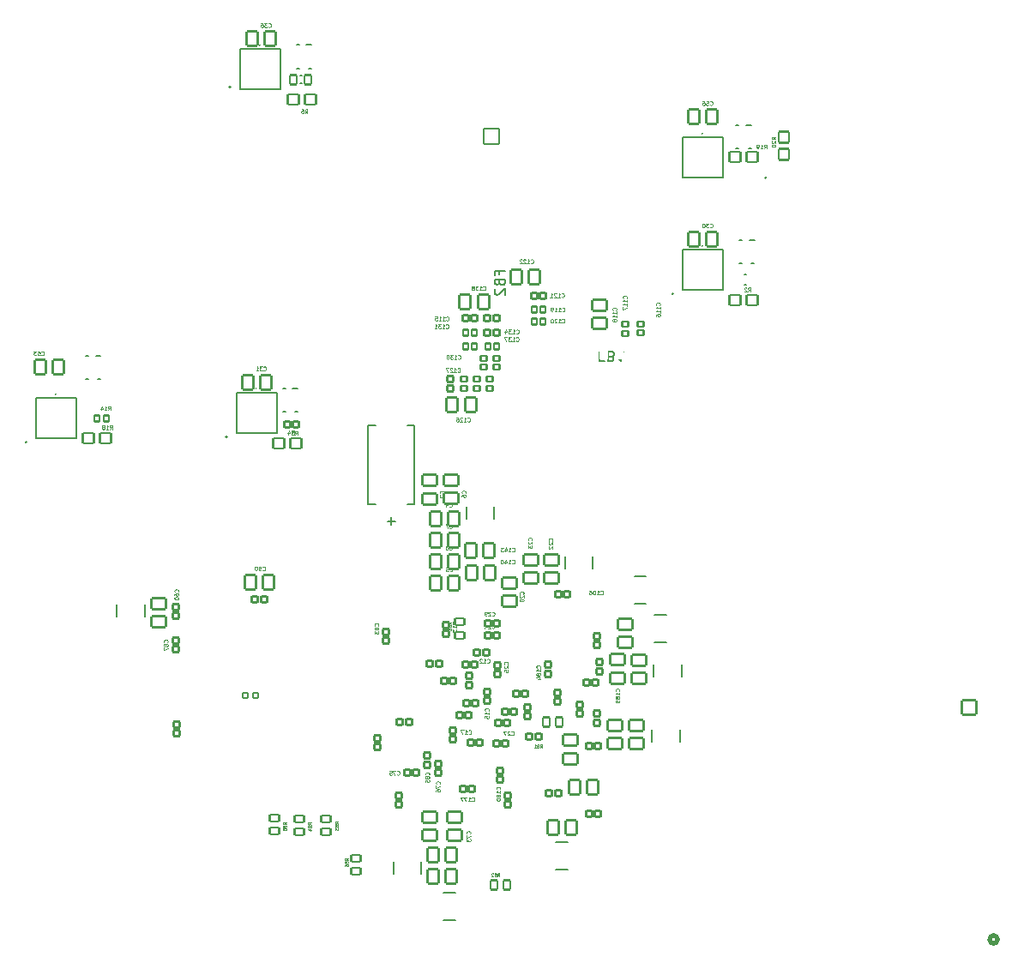
<source format=gbr>
G04 #@! TF.GenerationSoftware,KiCad,Pcbnew,(7.0.0)*
G04 #@! TF.CreationDate,2024-09-24T22:27:57+02:00*
G04 #@! TF.ProjectId,FPGA_dev_board,46504741-5f64-4657-965f-626f6172642e,rev?*
G04 #@! TF.SameCoordinates,Original*
G04 #@! TF.FileFunction,Legend,Bot*
G04 #@! TF.FilePolarity,Positive*
%FSLAX46Y46*%
G04 Gerber Fmt 4.6, Leading zero omitted, Abs format (unit mm)*
G04 Created by KiCad (PCBNEW (7.0.0)) date 2024-09-24 22:27:57*
%MOMM*%
%LPD*%
G01*
G04 APERTURE LIST*
G04 Aperture macros list*
%AMRoundRect*
0 Rectangle with rounded corners*
0 $1 Rounding radius*
0 $2 $3 $4 $5 $6 $7 $8 $9 X,Y pos of 4 corners*
0 Add a 4 corners polygon primitive as box body*
4,1,4,$2,$3,$4,$5,$6,$7,$8,$9,$2,$3,0*
0 Add four circle primitives for the rounded corners*
1,1,$1+$1,$2,$3*
1,1,$1+$1,$4,$5*
1,1,$1+$1,$6,$7*
1,1,$1+$1,$8,$9*
0 Add four rect primitives between the rounded corners*
20,1,$1+$1,$2,$3,$4,$5,0*
20,1,$1+$1,$4,$5,$6,$7,0*
20,1,$1+$1,$6,$7,$8,$9,0*
20,1,$1+$1,$8,$9,$2,$3,0*%
G04 Aperture macros list end*
%ADD10C,0.098425*%
%ADD11C,0.098544*%
%ADD12C,0.078858*%
%ADD13C,0.150000*%
%ADD14C,0.078862*%
%ADD15C,0.508000*%
%ADD16C,0.152400*%
%ADD17C,0.200000*%
%ADD18C,0.127000*%
%ADD19C,4.500000*%
%ADD20C,0.300000*%
%ADD21C,0.300020*%
%ADD22C,2.100000*%
%ADD23C,2.310000*%
%ADD24RoundRect,0.102000X0.765000X0.765000X-0.765000X0.765000X-0.765000X-0.765000X0.765000X-0.765000X0*%
%ADD25C,1.734000*%
%ADD26C,1.929000*%
%ADD27C,2.304000*%
%ADD28R,4.600000X2.000000*%
%ADD29O,4.200000X2.000000*%
%ADD30O,2.000000X4.200000*%
%ADD31RoundRect,0.102000X0.530000X0.530000X-0.530000X0.530000X-0.530000X-0.530000X0.530000X-0.530000X0*%
%ADD32C,1.264000*%
%ADD33C,2.199000*%
%ADD34C,1.270000*%
%ADD35RoundRect,0.102000X0.714000X-0.714000X0.714000X0.714000X-0.714000X0.714000X-0.714000X-0.714000X0*%
%ADD36C,1.632000*%
%ADD37C,3.550000*%
%ADD38R,3.200000X0.700000*%
%ADD39R,4.300000X0.700000*%
%ADD40C,0.754000*%
%ADD41RoundRect,0.102000X-0.710000X0.540000X-0.710000X-0.540000X0.710000X-0.540000X0.710000X0.540000X0*%
%ADD42R,0.711200X0.711200*%
%ADD43RoundRect,0.102000X-0.280000X-0.300000X0.280000X-0.300000X0.280000X0.300000X-0.280000X0.300000X0*%
%ADD44R,0.700000X0.600000*%
%ADD45RoundRect,0.102000X0.710000X-0.540000X0.710000X0.540000X-0.710000X0.540000X-0.710000X-0.540000X0*%
%ADD46R,0.508000X0.609600*%
%ADD47RoundRect,0.102000X0.550000X0.500000X-0.550000X0.500000X-0.550000X-0.500000X0.550000X-0.500000X0*%
%ADD48R,0.549999X0.249999*%
%ADD49RoundRect,0.102000X0.300000X-0.280000X0.300000X0.280000X-0.300000X0.280000X-0.300000X-0.280000X0*%
%ADD50R,0.600000X0.700000*%
%ADD51R,2.489200X1.066800*%
%ADD52RoundRect,0.102000X0.540000X0.710000X-0.540000X0.710000X-0.540000X-0.710000X0.540000X-0.710000X0*%
%ADD53R,0.812800X0.863600*%
%ADD54RoundRect,0.102000X0.270000X0.300000X-0.270000X0.300000X-0.270000X-0.300000X0.270000X-0.300000X0*%
%ADD55RoundRect,0.102000X-0.540000X-0.710000X0.540000X-0.710000X0.540000X0.710000X-0.540000X0.710000X0*%
%ADD56RoundRect,0.102000X0.450000X-0.350000X0.450000X0.350000X-0.450000X0.350000X-0.450000X-0.350000X0*%
%ADD57RoundRect,0.102000X0.300000X-0.270000X0.300000X0.270000X-0.300000X0.270000X-0.300000X-0.270000X0*%
%ADD58RoundRect,0.102000X0.280000X0.300000X-0.280000X0.300000X-0.280000X-0.300000X0.280000X-0.300000X0*%
%ADD59R,0.609600X0.508000*%
%ADD60RoundRect,0.102000X-0.237500X-0.250000X0.237500X-0.250000X0.237500X0.250000X-0.237500X0.250000X0*%
%ADD61R,0.965200X0.939800*%
%ADD62R,3.400000X0.980000*%
%ADD63RoundRect,0.102000X-0.300000X0.280000X-0.300000X-0.280000X0.300000X-0.280000X0.300000X0.280000X0*%
%ADD64RoundRect,0.102000X0.245000X0.300000X-0.245000X0.300000X-0.245000X-0.300000X0.245000X-0.300000X0*%
%ADD65R,1.066800X2.489200*%
%ADD66R,0.755599X0.799998*%
%ADD67R,0.939800X0.965200*%
%ADD68RoundRect,0.102000X-0.270000X-0.300000X0.270000X-0.300000X0.270000X0.300000X-0.270000X0.300000X0*%
%ADD69R,2.499995X2.560396*%
%ADD70RoundRect,0.102000X-0.450000X0.350000X-0.450000X-0.350000X0.450000X-0.350000X0.450000X0.350000X0*%
%ADD71RoundRect,0.102000X-0.325000X-0.450000X0.325000X-0.450000X0.325000X0.450000X-0.325000X0.450000X0*%
%ADD72RoundRect,0.102000X0.350000X0.450000X-0.350000X0.450000X-0.350000X-0.450000X0.350000X-0.450000X0*%
%ADD73RoundRect,0.102000X-0.500000X0.550000X-0.500000X-0.550000X0.500000X-0.550000X0.500000X0.550000X0*%
%ADD74RoundRect,0.102000X-0.350000X-0.450000X0.350000X-0.450000X0.350000X0.450000X-0.350000X0.450000X0*%
%ADD75R,0.660400X0.508000*%
G04 #@! TA.AperFunction,Profile*
%ADD76C,0.100000*%
G04 #@! TD*
G04 #@! TA.AperFunction,Profile*
%ADD77C,0.010000*%
G04 #@! TD*
G04 APERTURE END LIST*
D10*
X112417143Y-196329430D02*
X112435890Y-196310682D01*
X112435890Y-196310682D02*
X112454638Y-196254439D01*
X112454638Y-196254439D02*
X112454638Y-196216944D01*
X112454638Y-196216944D02*
X112435890Y-196160701D01*
X112435890Y-196160701D02*
X112398395Y-196123206D01*
X112398395Y-196123206D02*
X112360900Y-196104458D01*
X112360900Y-196104458D02*
X112285909Y-196085710D01*
X112285909Y-196085710D02*
X112229666Y-196085710D01*
X112229666Y-196085710D02*
X112154675Y-196104458D01*
X112154675Y-196104458D02*
X112117180Y-196123206D01*
X112117180Y-196123206D02*
X112079685Y-196160701D01*
X112079685Y-196160701D02*
X112060937Y-196216944D01*
X112060937Y-196216944D02*
X112060937Y-196254439D01*
X112060937Y-196254439D02*
X112079685Y-196310682D01*
X112079685Y-196310682D02*
X112098432Y-196329430D01*
X112454638Y-196704383D02*
X112454638Y-196479411D01*
X112454638Y-196591897D02*
X112060937Y-196591897D01*
X112060937Y-196591897D02*
X112117180Y-196554402D01*
X112117180Y-196554402D02*
X112154675Y-196516907D01*
X112154675Y-196516907D02*
X112173423Y-196479411D01*
X112229666Y-196929355D02*
X112210918Y-196891860D01*
X112210918Y-196891860D02*
X112192171Y-196873112D01*
X112192171Y-196873112D02*
X112154675Y-196854364D01*
X112154675Y-196854364D02*
X112135928Y-196854364D01*
X112135928Y-196854364D02*
X112098432Y-196873112D01*
X112098432Y-196873112D02*
X112079685Y-196891860D01*
X112079685Y-196891860D02*
X112060937Y-196929355D01*
X112060937Y-196929355D02*
X112060937Y-197004346D01*
X112060937Y-197004346D02*
X112079685Y-197041841D01*
X112079685Y-197041841D02*
X112098432Y-197060589D01*
X112098432Y-197060589D02*
X112135928Y-197079336D01*
X112135928Y-197079336D02*
X112154675Y-197079336D01*
X112154675Y-197079336D02*
X112192171Y-197060589D01*
X112192171Y-197060589D02*
X112210918Y-197041841D01*
X112210918Y-197041841D02*
X112229666Y-197004346D01*
X112229666Y-197004346D02*
X112229666Y-196929355D01*
X112229666Y-196929355D02*
X112248414Y-196891860D01*
X112248414Y-196891860D02*
X112267161Y-196873112D01*
X112267161Y-196873112D02*
X112304657Y-196854364D01*
X112304657Y-196854364D02*
X112379647Y-196854364D01*
X112379647Y-196854364D02*
X112417143Y-196873112D01*
X112417143Y-196873112D02*
X112435890Y-196891860D01*
X112435890Y-196891860D02*
X112454638Y-196929355D01*
X112454638Y-196929355D02*
X112454638Y-197004346D01*
X112454638Y-197004346D02*
X112435890Y-197041841D01*
X112435890Y-197041841D02*
X112417143Y-197060589D01*
X112417143Y-197060589D02*
X112379647Y-197079336D01*
X112379647Y-197079336D02*
X112304657Y-197079336D01*
X112304657Y-197079336D02*
X112267161Y-197060589D01*
X112267161Y-197060589D02*
X112248414Y-197041841D01*
X112248414Y-197041841D02*
X112229666Y-197004346D01*
X112454638Y-197266813D02*
X112454638Y-197341803D01*
X112454638Y-197341803D02*
X112435890Y-197379299D01*
X112435890Y-197379299D02*
X112417143Y-197398046D01*
X112417143Y-197398046D02*
X112360900Y-197435542D01*
X112360900Y-197435542D02*
X112285909Y-197454289D01*
X112285909Y-197454289D02*
X112135928Y-197454289D01*
X112135928Y-197454289D02*
X112098432Y-197435542D01*
X112098432Y-197435542D02*
X112079685Y-197416794D01*
X112079685Y-197416794D02*
X112060937Y-197379299D01*
X112060937Y-197379299D02*
X112060937Y-197304308D01*
X112060937Y-197304308D02*
X112079685Y-197266813D01*
X112079685Y-197266813D02*
X112098432Y-197248065D01*
X112098432Y-197248065D02*
X112135928Y-197229317D01*
X112135928Y-197229317D02*
X112229666Y-197229317D01*
X112229666Y-197229317D02*
X112267161Y-197248065D01*
X112267161Y-197248065D02*
X112285909Y-197266813D01*
X112285909Y-197266813D02*
X112304657Y-197304308D01*
X112304657Y-197304308D02*
X112304657Y-197379299D01*
X112304657Y-197379299D02*
X112285909Y-197416794D01*
X112285909Y-197416794D02*
X112267161Y-197435542D01*
X112267161Y-197435542D02*
X112229666Y-197454289D01*
D11*
X80091161Y-170988629D02*
X80222553Y-170800927D01*
X80316404Y-170988629D02*
X80316404Y-170594455D01*
X80316404Y-170594455D02*
X80166242Y-170594455D01*
X80166242Y-170594455D02*
X80128702Y-170613226D01*
X80128702Y-170613226D02*
X80109931Y-170631996D01*
X80109931Y-170631996D02*
X80091161Y-170669536D01*
X80091161Y-170669536D02*
X80091161Y-170725847D01*
X80091161Y-170725847D02*
X80109931Y-170763387D01*
X80109931Y-170763387D02*
X80128702Y-170782157D01*
X80128702Y-170782157D02*
X80166242Y-170800927D01*
X80166242Y-170800927D02*
X80316404Y-170800927D01*
X79753298Y-170725847D02*
X79753298Y-170988629D01*
X79847149Y-170575685D02*
X79941000Y-170857238D01*
X79941000Y-170857238D02*
X79696987Y-170857238D01*
D10*
X100657143Y-206019430D02*
X100675890Y-206000682D01*
X100675890Y-206000682D02*
X100694638Y-205944439D01*
X100694638Y-205944439D02*
X100694638Y-205906944D01*
X100694638Y-205906944D02*
X100675890Y-205850701D01*
X100675890Y-205850701D02*
X100638395Y-205813206D01*
X100638395Y-205813206D02*
X100600900Y-205794458D01*
X100600900Y-205794458D02*
X100525909Y-205775710D01*
X100525909Y-205775710D02*
X100469666Y-205775710D01*
X100469666Y-205775710D02*
X100394675Y-205794458D01*
X100394675Y-205794458D02*
X100357180Y-205813206D01*
X100357180Y-205813206D02*
X100319685Y-205850701D01*
X100319685Y-205850701D02*
X100300937Y-205906944D01*
X100300937Y-205906944D02*
X100300937Y-205944439D01*
X100300937Y-205944439D02*
X100319685Y-206000682D01*
X100319685Y-206000682D02*
X100338432Y-206019430D01*
X100694638Y-206394383D02*
X100694638Y-206169411D01*
X100694638Y-206281897D02*
X100300937Y-206281897D01*
X100300937Y-206281897D02*
X100357180Y-206244402D01*
X100357180Y-206244402D02*
X100394675Y-206206907D01*
X100394675Y-206206907D02*
X100413423Y-206169411D01*
X100469666Y-206619355D02*
X100450918Y-206581860D01*
X100450918Y-206581860D02*
X100432171Y-206563112D01*
X100432171Y-206563112D02*
X100394675Y-206544364D01*
X100394675Y-206544364D02*
X100375928Y-206544364D01*
X100375928Y-206544364D02*
X100338432Y-206563112D01*
X100338432Y-206563112D02*
X100319685Y-206581860D01*
X100319685Y-206581860D02*
X100300937Y-206619355D01*
X100300937Y-206619355D02*
X100300937Y-206694346D01*
X100300937Y-206694346D02*
X100319685Y-206731841D01*
X100319685Y-206731841D02*
X100338432Y-206750589D01*
X100338432Y-206750589D02*
X100375928Y-206769336D01*
X100375928Y-206769336D02*
X100394675Y-206769336D01*
X100394675Y-206769336D02*
X100432171Y-206750589D01*
X100432171Y-206750589D02*
X100450918Y-206731841D01*
X100450918Y-206731841D02*
X100469666Y-206694346D01*
X100469666Y-206694346D02*
X100469666Y-206619355D01*
X100469666Y-206619355D02*
X100488414Y-206581860D01*
X100488414Y-206581860D02*
X100507161Y-206563112D01*
X100507161Y-206563112D02*
X100544657Y-206544364D01*
X100544657Y-206544364D02*
X100619647Y-206544364D01*
X100619647Y-206544364D02*
X100657143Y-206563112D01*
X100657143Y-206563112D02*
X100675890Y-206581860D01*
X100675890Y-206581860D02*
X100694638Y-206619355D01*
X100694638Y-206619355D02*
X100694638Y-206694346D01*
X100694638Y-206694346D02*
X100675890Y-206731841D01*
X100675890Y-206731841D02*
X100657143Y-206750589D01*
X100657143Y-206750589D02*
X100619647Y-206769336D01*
X100619647Y-206769336D02*
X100544657Y-206769336D01*
X100544657Y-206769336D02*
X100507161Y-206750589D01*
X100507161Y-206750589D02*
X100488414Y-206731841D01*
X100488414Y-206731841D02*
X100469666Y-206694346D01*
X100300937Y-207013056D02*
X100300937Y-207050551D01*
X100300937Y-207050551D02*
X100319685Y-207088046D01*
X100319685Y-207088046D02*
X100338432Y-207106794D01*
X100338432Y-207106794D02*
X100375928Y-207125542D01*
X100375928Y-207125542D02*
X100450918Y-207144289D01*
X100450918Y-207144289D02*
X100544657Y-207144289D01*
X100544657Y-207144289D02*
X100619647Y-207125542D01*
X100619647Y-207125542D02*
X100657143Y-207106794D01*
X100657143Y-207106794D02*
X100675890Y-207088046D01*
X100675890Y-207088046D02*
X100694638Y-207050551D01*
X100694638Y-207050551D02*
X100694638Y-207013056D01*
X100694638Y-207013056D02*
X100675890Y-206975560D01*
X100675890Y-206975560D02*
X100657143Y-206956813D01*
X100657143Y-206956813D02*
X100619647Y-206938065D01*
X100619647Y-206938065D02*
X100544657Y-206919317D01*
X100544657Y-206919317D02*
X100450918Y-206919317D01*
X100450918Y-206919317D02*
X100375928Y-206938065D01*
X100375928Y-206938065D02*
X100338432Y-206956813D01*
X100338432Y-206956813D02*
X100319685Y-206975560D01*
X100319685Y-206975560D02*
X100300937Y-207013056D01*
X97247143Y-176794383D02*
X97265890Y-176775635D01*
X97265890Y-176775635D02*
X97284638Y-176719392D01*
X97284638Y-176719392D02*
X97284638Y-176681897D01*
X97284638Y-176681897D02*
X97265890Y-176625654D01*
X97265890Y-176625654D02*
X97228395Y-176588159D01*
X97228395Y-176588159D02*
X97190900Y-176569411D01*
X97190900Y-176569411D02*
X97115909Y-176550663D01*
X97115909Y-176550663D02*
X97059666Y-176550663D01*
X97059666Y-176550663D02*
X96984675Y-176569411D01*
X96984675Y-176569411D02*
X96947180Y-176588159D01*
X96947180Y-176588159D02*
X96909685Y-176625654D01*
X96909685Y-176625654D02*
X96890937Y-176681897D01*
X96890937Y-176681897D02*
X96890937Y-176719392D01*
X96890937Y-176719392D02*
X96909685Y-176775635D01*
X96909685Y-176775635D02*
X96928432Y-176794383D01*
X96890937Y-177131841D02*
X96890937Y-177056850D01*
X96890937Y-177056850D02*
X96909685Y-177019355D01*
X96909685Y-177019355D02*
X96928432Y-177000607D01*
X96928432Y-177000607D02*
X96984675Y-176963112D01*
X96984675Y-176963112D02*
X97059666Y-176944364D01*
X97059666Y-176944364D02*
X97209647Y-176944364D01*
X97209647Y-176944364D02*
X97247143Y-176963112D01*
X97247143Y-176963112D02*
X97265890Y-176981860D01*
X97265890Y-176981860D02*
X97284638Y-177019355D01*
X97284638Y-177019355D02*
X97284638Y-177094346D01*
X97284638Y-177094346D02*
X97265890Y-177131841D01*
X97265890Y-177131841D02*
X97247143Y-177150589D01*
X97247143Y-177150589D02*
X97209647Y-177169336D01*
X97209647Y-177169336D02*
X97115909Y-177169336D01*
X97115909Y-177169336D02*
X97078414Y-177150589D01*
X97078414Y-177150589D02*
X97059666Y-177131841D01*
X97059666Y-177131841D02*
X97040918Y-177094346D01*
X97040918Y-177094346D02*
X97040918Y-177019355D01*
X97040918Y-177019355D02*
X97059666Y-176981860D01*
X97059666Y-176981860D02*
X97078414Y-176963112D01*
X97078414Y-176963112D02*
X97115909Y-176944364D01*
X95330569Y-160467143D02*
X95349317Y-160485890D01*
X95349317Y-160485890D02*
X95405560Y-160504638D01*
X95405560Y-160504638D02*
X95443055Y-160504638D01*
X95443055Y-160504638D02*
X95499298Y-160485890D01*
X95499298Y-160485890D02*
X95536794Y-160448395D01*
X95536794Y-160448395D02*
X95555541Y-160410900D01*
X95555541Y-160410900D02*
X95574289Y-160335909D01*
X95574289Y-160335909D02*
X95574289Y-160279666D01*
X95574289Y-160279666D02*
X95555541Y-160204675D01*
X95555541Y-160204675D02*
X95536794Y-160167180D01*
X95536794Y-160167180D02*
X95499298Y-160129685D01*
X95499298Y-160129685D02*
X95443055Y-160110937D01*
X95443055Y-160110937D02*
X95405560Y-160110937D01*
X95405560Y-160110937D02*
X95349317Y-160129685D01*
X95349317Y-160129685D02*
X95330569Y-160148432D01*
X94955616Y-160504638D02*
X95180588Y-160504638D01*
X95068102Y-160504638D02*
X95068102Y-160110937D01*
X95068102Y-160110937D02*
X95105597Y-160167180D01*
X95105597Y-160167180D02*
X95143093Y-160204675D01*
X95143093Y-160204675D02*
X95180588Y-160223423D01*
X94824383Y-160110937D02*
X94580663Y-160110937D01*
X94580663Y-160110937D02*
X94711897Y-160260918D01*
X94711897Y-160260918D02*
X94655654Y-160260918D01*
X94655654Y-160260918D02*
X94618158Y-160279666D01*
X94618158Y-160279666D02*
X94599411Y-160298414D01*
X94599411Y-160298414D02*
X94580663Y-160335909D01*
X94580663Y-160335909D02*
X94580663Y-160429647D01*
X94580663Y-160429647D02*
X94599411Y-160467143D01*
X94599411Y-160467143D02*
X94618158Y-160485890D01*
X94618158Y-160485890D02*
X94655654Y-160504638D01*
X94655654Y-160504638D02*
X94768140Y-160504638D01*
X94768140Y-160504638D02*
X94805635Y-160485890D01*
X94805635Y-160485890D02*
X94824383Y-160467143D01*
X94205710Y-160504638D02*
X94430682Y-160504638D01*
X94318196Y-160504638D02*
X94318196Y-160110937D01*
X94318196Y-160110937D02*
X94355691Y-160167180D01*
X94355691Y-160167180D02*
X94393187Y-160204675D01*
X94393187Y-160204675D02*
X94430682Y-160223423D01*
X103710569Y-154057143D02*
X103729317Y-154075890D01*
X103729317Y-154075890D02*
X103785560Y-154094638D01*
X103785560Y-154094638D02*
X103823055Y-154094638D01*
X103823055Y-154094638D02*
X103879298Y-154075890D01*
X103879298Y-154075890D02*
X103916794Y-154038395D01*
X103916794Y-154038395D02*
X103935541Y-154000900D01*
X103935541Y-154000900D02*
X103954289Y-153925909D01*
X103954289Y-153925909D02*
X103954289Y-153869666D01*
X103954289Y-153869666D02*
X103935541Y-153794675D01*
X103935541Y-153794675D02*
X103916794Y-153757180D01*
X103916794Y-153757180D02*
X103879298Y-153719685D01*
X103879298Y-153719685D02*
X103823055Y-153700937D01*
X103823055Y-153700937D02*
X103785560Y-153700937D01*
X103785560Y-153700937D02*
X103729317Y-153719685D01*
X103729317Y-153719685D02*
X103710569Y-153738432D01*
X103335616Y-154094638D02*
X103560588Y-154094638D01*
X103448102Y-154094638D02*
X103448102Y-153700937D01*
X103448102Y-153700937D02*
X103485597Y-153757180D01*
X103485597Y-153757180D02*
X103523093Y-153794675D01*
X103523093Y-153794675D02*
X103560588Y-153813423D01*
X103185635Y-153738432D02*
X103166887Y-153719685D01*
X103166887Y-153719685D02*
X103129392Y-153700937D01*
X103129392Y-153700937D02*
X103035654Y-153700937D01*
X103035654Y-153700937D02*
X102998158Y-153719685D01*
X102998158Y-153719685D02*
X102979411Y-153738432D01*
X102979411Y-153738432D02*
X102960663Y-153775928D01*
X102960663Y-153775928D02*
X102960663Y-153813423D01*
X102960663Y-153813423D02*
X102979411Y-153869666D01*
X102979411Y-153869666D02*
X103204383Y-154094638D01*
X103204383Y-154094638D02*
X102960663Y-154094638D01*
X102810682Y-153738432D02*
X102791934Y-153719685D01*
X102791934Y-153719685D02*
X102754439Y-153700937D01*
X102754439Y-153700937D02*
X102660701Y-153700937D01*
X102660701Y-153700937D02*
X102623205Y-153719685D01*
X102623205Y-153719685D02*
X102604458Y-153738432D01*
X102604458Y-153738432D02*
X102585710Y-153775928D01*
X102585710Y-153775928D02*
X102585710Y-153813423D01*
X102585710Y-153813423D02*
X102604458Y-153869666D01*
X102604458Y-153869666D02*
X102829430Y-154094638D01*
X102829430Y-154094638D02*
X102585710Y-154094638D01*
D12*
X79565883Y-209467223D02*
X79415678Y-209362080D01*
X79565883Y-209286977D02*
X79250452Y-209286977D01*
X79250452Y-209286977D02*
X79250452Y-209407141D01*
X79250452Y-209407141D02*
X79265473Y-209437182D01*
X79265473Y-209437182D02*
X79280493Y-209452203D01*
X79280493Y-209452203D02*
X79310534Y-209467223D01*
X79310534Y-209467223D02*
X79355596Y-209467223D01*
X79355596Y-209467223D02*
X79385637Y-209452203D01*
X79385637Y-209452203D02*
X79400657Y-209437182D01*
X79400657Y-209437182D02*
X79415678Y-209407141D01*
X79415678Y-209407141D02*
X79415678Y-209286977D01*
X79385637Y-209647470D02*
X79370616Y-209617429D01*
X79370616Y-209617429D02*
X79355596Y-209602408D01*
X79355596Y-209602408D02*
X79325555Y-209587388D01*
X79325555Y-209587388D02*
X79310534Y-209587388D01*
X79310534Y-209587388D02*
X79280493Y-209602408D01*
X79280493Y-209602408D02*
X79265473Y-209617429D01*
X79265473Y-209617429D02*
X79250452Y-209647470D01*
X79250452Y-209647470D02*
X79250452Y-209707552D01*
X79250452Y-209707552D02*
X79265473Y-209737593D01*
X79265473Y-209737593D02*
X79280493Y-209752613D01*
X79280493Y-209752613D02*
X79310534Y-209767634D01*
X79310534Y-209767634D02*
X79325555Y-209767634D01*
X79325555Y-209767634D02*
X79355596Y-209752613D01*
X79355596Y-209752613D02*
X79370616Y-209737593D01*
X79370616Y-209737593D02*
X79385637Y-209707552D01*
X79385637Y-209707552D02*
X79385637Y-209647470D01*
X79385637Y-209647470D02*
X79400657Y-209617429D01*
X79400657Y-209617429D02*
X79415678Y-209602408D01*
X79415678Y-209602408D02*
X79445719Y-209587388D01*
X79445719Y-209587388D02*
X79505801Y-209587388D01*
X79505801Y-209587388D02*
X79535842Y-209602408D01*
X79535842Y-209602408D02*
X79550862Y-209617429D01*
X79550862Y-209617429D02*
X79565883Y-209647470D01*
X79565883Y-209647470D02*
X79565883Y-209707552D01*
X79565883Y-209707552D02*
X79550862Y-209737593D01*
X79550862Y-209737593D02*
X79535842Y-209752613D01*
X79535842Y-209752613D02*
X79505801Y-209767634D01*
X79505801Y-209767634D02*
X79445719Y-209767634D01*
X79445719Y-209767634D02*
X79415678Y-209752613D01*
X79415678Y-209752613D02*
X79400657Y-209737593D01*
X79400657Y-209737593D02*
X79385637Y-209707552D01*
X79250452Y-210053023D02*
X79250452Y-209902818D01*
X79250452Y-209902818D02*
X79400657Y-209887798D01*
X79400657Y-209887798D02*
X79385637Y-209902818D01*
X79385637Y-209902818D02*
X79370616Y-209932859D01*
X79370616Y-209932859D02*
X79370616Y-210007962D01*
X79370616Y-210007962D02*
X79385637Y-210038003D01*
X79385637Y-210038003D02*
X79400657Y-210053023D01*
X79400657Y-210053023D02*
X79430698Y-210068044D01*
X79430698Y-210068044D02*
X79505801Y-210068044D01*
X79505801Y-210068044D02*
X79535842Y-210053023D01*
X79535842Y-210053023D02*
X79550862Y-210038003D01*
X79550862Y-210038003D02*
X79565883Y-210007962D01*
X79565883Y-210007962D02*
X79565883Y-209932859D01*
X79565883Y-209932859D02*
X79550862Y-209902818D01*
X79550862Y-209902818D02*
X79535842Y-209887798D01*
D10*
X113167143Y-157539430D02*
X113185890Y-157520682D01*
X113185890Y-157520682D02*
X113204638Y-157464439D01*
X113204638Y-157464439D02*
X113204638Y-157426944D01*
X113204638Y-157426944D02*
X113185890Y-157370701D01*
X113185890Y-157370701D02*
X113148395Y-157333206D01*
X113148395Y-157333206D02*
X113110900Y-157314458D01*
X113110900Y-157314458D02*
X113035909Y-157295710D01*
X113035909Y-157295710D02*
X112979666Y-157295710D01*
X112979666Y-157295710D02*
X112904675Y-157314458D01*
X112904675Y-157314458D02*
X112867180Y-157333206D01*
X112867180Y-157333206D02*
X112829685Y-157370701D01*
X112829685Y-157370701D02*
X112810937Y-157426944D01*
X112810937Y-157426944D02*
X112810937Y-157464439D01*
X112810937Y-157464439D02*
X112829685Y-157520682D01*
X112829685Y-157520682D02*
X112848432Y-157539430D01*
X113204638Y-157914383D02*
X113204638Y-157689411D01*
X113204638Y-157801897D02*
X112810937Y-157801897D01*
X112810937Y-157801897D02*
X112867180Y-157764402D01*
X112867180Y-157764402D02*
X112904675Y-157726907D01*
X112904675Y-157726907D02*
X112923423Y-157689411D01*
X113204638Y-158289336D02*
X113204638Y-158064364D01*
X113204638Y-158176850D02*
X112810937Y-158176850D01*
X112810937Y-158176850D02*
X112867180Y-158139355D01*
X112867180Y-158139355D02*
X112904675Y-158101860D01*
X112904675Y-158101860D02*
X112923423Y-158064364D01*
X112810937Y-158420570D02*
X112810937Y-158683037D01*
X112810937Y-158683037D02*
X113204638Y-158514308D01*
X112137143Y-158699430D02*
X112155890Y-158680682D01*
X112155890Y-158680682D02*
X112174638Y-158624439D01*
X112174638Y-158624439D02*
X112174638Y-158586944D01*
X112174638Y-158586944D02*
X112155890Y-158530701D01*
X112155890Y-158530701D02*
X112118395Y-158493206D01*
X112118395Y-158493206D02*
X112080900Y-158474458D01*
X112080900Y-158474458D02*
X112005909Y-158455710D01*
X112005909Y-158455710D02*
X111949666Y-158455710D01*
X111949666Y-158455710D02*
X111874675Y-158474458D01*
X111874675Y-158474458D02*
X111837180Y-158493206D01*
X111837180Y-158493206D02*
X111799685Y-158530701D01*
X111799685Y-158530701D02*
X111780937Y-158586944D01*
X111780937Y-158586944D02*
X111780937Y-158624439D01*
X111780937Y-158624439D02*
X111799685Y-158680682D01*
X111799685Y-158680682D02*
X111818432Y-158699430D01*
X112174638Y-159074383D02*
X112174638Y-158849411D01*
X112174638Y-158961897D02*
X111780937Y-158961897D01*
X111780937Y-158961897D02*
X111837180Y-158924402D01*
X111837180Y-158924402D02*
X111874675Y-158886907D01*
X111874675Y-158886907D02*
X111893423Y-158849411D01*
X112174638Y-159449336D02*
X112174638Y-159224364D01*
X112174638Y-159336850D02*
X111780937Y-159336850D01*
X111780937Y-159336850D02*
X111837180Y-159299355D01*
X111837180Y-159299355D02*
X111874675Y-159261860D01*
X111874675Y-159261860D02*
X111893423Y-159224364D01*
X111949666Y-159674308D02*
X111930918Y-159636813D01*
X111930918Y-159636813D02*
X111912171Y-159618065D01*
X111912171Y-159618065D02*
X111874675Y-159599317D01*
X111874675Y-159599317D02*
X111855928Y-159599317D01*
X111855928Y-159599317D02*
X111818432Y-159618065D01*
X111818432Y-159618065D02*
X111799685Y-159636813D01*
X111799685Y-159636813D02*
X111780937Y-159674308D01*
X111780937Y-159674308D02*
X111780937Y-159749299D01*
X111780937Y-159749299D02*
X111799685Y-159786794D01*
X111799685Y-159786794D02*
X111818432Y-159805542D01*
X111818432Y-159805542D02*
X111855928Y-159824289D01*
X111855928Y-159824289D02*
X111874675Y-159824289D01*
X111874675Y-159824289D02*
X111912171Y-159805542D01*
X111912171Y-159805542D02*
X111930918Y-159786794D01*
X111930918Y-159786794D02*
X111949666Y-159749299D01*
X111949666Y-159749299D02*
X111949666Y-159674308D01*
X111949666Y-159674308D02*
X111968414Y-159636813D01*
X111968414Y-159636813D02*
X111987161Y-159618065D01*
X111987161Y-159618065D02*
X112024657Y-159599317D01*
X112024657Y-159599317D02*
X112099647Y-159599317D01*
X112099647Y-159599317D02*
X112137143Y-159618065D01*
X112137143Y-159618065D02*
X112155890Y-159636813D01*
X112155890Y-159636813D02*
X112174638Y-159674308D01*
X112174638Y-159674308D02*
X112174638Y-159749299D01*
X112174638Y-159749299D02*
X112155890Y-159786794D01*
X112155890Y-159786794D02*
X112137143Y-159805542D01*
X112137143Y-159805542D02*
X112099647Y-159824289D01*
X112099647Y-159824289D02*
X112024657Y-159824289D01*
X112024657Y-159824289D02*
X111987161Y-159805542D01*
X111987161Y-159805542D02*
X111968414Y-159786794D01*
X111968414Y-159786794D02*
X111949666Y-159749299D01*
X99883092Y-190077143D02*
X99901840Y-190095890D01*
X99901840Y-190095890D02*
X99958083Y-190114638D01*
X99958083Y-190114638D02*
X99995578Y-190114638D01*
X99995578Y-190114638D02*
X100051821Y-190095890D01*
X100051821Y-190095890D02*
X100089317Y-190058395D01*
X100089317Y-190058395D02*
X100108064Y-190020900D01*
X100108064Y-190020900D02*
X100126812Y-189945909D01*
X100126812Y-189945909D02*
X100126812Y-189889666D01*
X100126812Y-189889666D02*
X100108064Y-189814675D01*
X100108064Y-189814675D02*
X100089317Y-189777180D01*
X100089317Y-189777180D02*
X100051821Y-189739685D01*
X100051821Y-189739685D02*
X99995578Y-189720937D01*
X99995578Y-189720937D02*
X99958083Y-189720937D01*
X99958083Y-189720937D02*
X99901840Y-189739685D01*
X99901840Y-189739685D02*
X99883092Y-189758432D01*
X99733111Y-189758432D02*
X99714363Y-189739685D01*
X99714363Y-189739685D02*
X99676868Y-189720937D01*
X99676868Y-189720937D02*
X99583130Y-189720937D01*
X99583130Y-189720937D02*
X99545634Y-189739685D01*
X99545634Y-189739685D02*
X99526887Y-189758432D01*
X99526887Y-189758432D02*
X99508139Y-189795928D01*
X99508139Y-189795928D02*
X99508139Y-189833423D01*
X99508139Y-189833423D02*
X99526887Y-189889666D01*
X99526887Y-189889666D02*
X99751859Y-190114638D01*
X99751859Y-190114638D02*
X99508139Y-190114638D01*
X99170681Y-189852171D02*
X99170681Y-190114638D01*
X99264420Y-189702189D02*
X99358158Y-189983404D01*
X99358158Y-189983404D02*
X99114438Y-189983404D01*
X77798092Y-130732143D02*
X77816840Y-130750890D01*
X77816840Y-130750890D02*
X77873083Y-130769638D01*
X77873083Y-130769638D02*
X77910578Y-130769638D01*
X77910578Y-130769638D02*
X77966821Y-130750890D01*
X77966821Y-130750890D02*
X78004317Y-130713395D01*
X78004317Y-130713395D02*
X78023064Y-130675900D01*
X78023064Y-130675900D02*
X78041812Y-130600909D01*
X78041812Y-130600909D02*
X78041812Y-130544666D01*
X78041812Y-130544666D02*
X78023064Y-130469675D01*
X78023064Y-130469675D02*
X78004317Y-130432180D01*
X78004317Y-130432180D02*
X77966821Y-130394685D01*
X77966821Y-130394685D02*
X77910578Y-130375937D01*
X77910578Y-130375937D02*
X77873083Y-130375937D01*
X77873083Y-130375937D02*
X77816840Y-130394685D01*
X77816840Y-130394685D02*
X77798092Y-130413432D01*
X77666859Y-130375937D02*
X77423139Y-130375937D01*
X77423139Y-130375937D02*
X77554373Y-130525918D01*
X77554373Y-130525918D02*
X77498130Y-130525918D01*
X77498130Y-130525918D02*
X77460634Y-130544666D01*
X77460634Y-130544666D02*
X77441887Y-130563414D01*
X77441887Y-130563414D02*
X77423139Y-130600909D01*
X77423139Y-130600909D02*
X77423139Y-130694647D01*
X77423139Y-130694647D02*
X77441887Y-130732143D01*
X77441887Y-130732143D02*
X77460634Y-130750890D01*
X77460634Y-130750890D02*
X77498130Y-130769638D01*
X77498130Y-130769638D02*
X77610616Y-130769638D01*
X77610616Y-130769638D02*
X77648111Y-130750890D01*
X77648111Y-130750890D02*
X77666859Y-130732143D01*
X77085681Y-130375937D02*
X77160672Y-130375937D01*
X77160672Y-130375937D02*
X77198167Y-130394685D01*
X77198167Y-130394685D02*
X77216915Y-130413432D01*
X77216915Y-130413432D02*
X77254410Y-130469675D01*
X77254410Y-130469675D02*
X77273158Y-130544666D01*
X77273158Y-130544666D02*
X77273158Y-130694647D01*
X77273158Y-130694647D02*
X77254410Y-130732143D01*
X77254410Y-130732143D02*
X77235663Y-130750890D01*
X77235663Y-130750890D02*
X77198167Y-130769638D01*
X77198167Y-130769638D02*
X77123177Y-130769638D01*
X77123177Y-130769638D02*
X77085681Y-130750890D01*
X77085681Y-130750890D02*
X77066934Y-130732143D01*
X77066934Y-130732143D02*
X77048186Y-130694647D01*
X77048186Y-130694647D02*
X77048186Y-130600909D01*
X77048186Y-130600909D02*
X77066934Y-130563414D01*
X77066934Y-130563414D02*
X77085681Y-130544666D01*
X77085681Y-130544666D02*
X77123177Y-130525918D01*
X77123177Y-130525918D02*
X77198167Y-130525918D01*
X77198167Y-130525918D02*
X77235663Y-130544666D01*
X77235663Y-130544666D02*
X77254410Y-130563414D01*
X77254410Y-130563414D02*
X77273158Y-130600909D01*
X116437143Y-158219430D02*
X116455890Y-158200682D01*
X116455890Y-158200682D02*
X116474638Y-158144439D01*
X116474638Y-158144439D02*
X116474638Y-158106944D01*
X116474638Y-158106944D02*
X116455890Y-158050701D01*
X116455890Y-158050701D02*
X116418395Y-158013206D01*
X116418395Y-158013206D02*
X116380900Y-157994458D01*
X116380900Y-157994458D02*
X116305909Y-157975710D01*
X116305909Y-157975710D02*
X116249666Y-157975710D01*
X116249666Y-157975710D02*
X116174675Y-157994458D01*
X116174675Y-157994458D02*
X116137180Y-158013206D01*
X116137180Y-158013206D02*
X116099685Y-158050701D01*
X116099685Y-158050701D02*
X116080937Y-158106944D01*
X116080937Y-158106944D02*
X116080937Y-158144439D01*
X116080937Y-158144439D02*
X116099685Y-158200682D01*
X116099685Y-158200682D02*
X116118432Y-158219430D01*
X116474638Y-158594383D02*
X116474638Y-158369411D01*
X116474638Y-158481897D02*
X116080937Y-158481897D01*
X116080937Y-158481897D02*
X116137180Y-158444402D01*
X116137180Y-158444402D02*
X116174675Y-158406907D01*
X116174675Y-158406907D02*
X116193423Y-158369411D01*
X116474638Y-158969336D02*
X116474638Y-158744364D01*
X116474638Y-158856850D02*
X116080937Y-158856850D01*
X116080937Y-158856850D02*
X116137180Y-158819355D01*
X116137180Y-158819355D02*
X116174675Y-158781860D01*
X116174675Y-158781860D02*
X116193423Y-158744364D01*
X116080937Y-159306794D02*
X116080937Y-159231803D01*
X116080937Y-159231803D02*
X116099685Y-159194308D01*
X116099685Y-159194308D02*
X116118432Y-159175560D01*
X116118432Y-159175560D02*
X116174675Y-159138065D01*
X116174675Y-159138065D02*
X116249666Y-159119317D01*
X116249666Y-159119317D02*
X116399647Y-159119317D01*
X116399647Y-159119317D02*
X116437143Y-159138065D01*
X116437143Y-159138065D02*
X116455890Y-159156813D01*
X116455890Y-159156813D02*
X116474638Y-159194308D01*
X116474638Y-159194308D02*
X116474638Y-159269299D01*
X116474638Y-159269299D02*
X116455890Y-159306794D01*
X116455890Y-159306794D02*
X116437143Y-159325542D01*
X116437143Y-159325542D02*
X116399647Y-159344289D01*
X116399647Y-159344289D02*
X116305909Y-159344289D01*
X116305909Y-159344289D02*
X116268414Y-159325542D01*
X116268414Y-159325542D02*
X116249666Y-159306794D01*
X116249666Y-159306794D02*
X116230918Y-159269299D01*
X116230918Y-159269299D02*
X116230918Y-159194308D01*
X116230918Y-159194308D02*
X116249666Y-159156813D01*
X116249666Y-159156813D02*
X116268414Y-159138065D01*
X116268414Y-159138065D02*
X116305909Y-159119317D01*
X97900569Y-207167143D02*
X97919317Y-207185890D01*
X97919317Y-207185890D02*
X97975560Y-207204638D01*
X97975560Y-207204638D02*
X98013055Y-207204638D01*
X98013055Y-207204638D02*
X98069298Y-207185890D01*
X98069298Y-207185890D02*
X98106794Y-207148395D01*
X98106794Y-207148395D02*
X98125541Y-207110900D01*
X98125541Y-207110900D02*
X98144289Y-207035909D01*
X98144289Y-207035909D02*
X98144289Y-206979666D01*
X98144289Y-206979666D02*
X98125541Y-206904675D01*
X98125541Y-206904675D02*
X98106794Y-206867180D01*
X98106794Y-206867180D02*
X98069298Y-206829685D01*
X98069298Y-206829685D02*
X98013055Y-206810937D01*
X98013055Y-206810937D02*
X97975560Y-206810937D01*
X97975560Y-206810937D02*
X97919317Y-206829685D01*
X97919317Y-206829685D02*
X97900569Y-206848432D01*
X97525616Y-207204638D02*
X97750588Y-207204638D01*
X97638102Y-207204638D02*
X97638102Y-206810937D01*
X97638102Y-206810937D02*
X97675597Y-206867180D01*
X97675597Y-206867180D02*
X97713093Y-206904675D01*
X97713093Y-206904675D02*
X97750588Y-206923423D01*
X97394383Y-206810937D02*
X97131915Y-206810937D01*
X97131915Y-206810937D02*
X97300644Y-207204638D01*
X97019430Y-206810937D02*
X96756962Y-206810937D01*
X96756962Y-206810937D02*
X96925691Y-207204638D01*
X80445614Y-171034640D02*
X80576848Y-170847163D01*
X80670586Y-171034640D02*
X80670586Y-170640939D01*
X80670586Y-170640939D02*
X80520605Y-170640939D01*
X80520605Y-170640939D02*
X80483110Y-170659687D01*
X80483110Y-170659687D02*
X80464362Y-170678434D01*
X80464362Y-170678434D02*
X80445614Y-170715930D01*
X80445614Y-170715930D02*
X80445614Y-170772173D01*
X80445614Y-170772173D02*
X80464362Y-170809668D01*
X80464362Y-170809668D02*
X80483110Y-170828416D01*
X80483110Y-170828416D02*
X80520605Y-170847163D01*
X80520605Y-170847163D02*
X80670586Y-170847163D01*
X80314381Y-170640939D02*
X80070661Y-170640939D01*
X80070661Y-170640939D02*
X80201895Y-170790920D01*
X80201895Y-170790920D02*
X80145652Y-170790920D01*
X80145652Y-170790920D02*
X80108156Y-170809668D01*
X80108156Y-170809668D02*
X80089409Y-170828416D01*
X80089409Y-170828416D02*
X80070661Y-170865911D01*
X80070661Y-170865911D02*
X80070661Y-170959649D01*
X80070661Y-170959649D02*
X80089409Y-170997145D01*
X80089409Y-170997145D02*
X80108156Y-171015892D01*
X80108156Y-171015892D02*
X80145652Y-171034640D01*
X80145652Y-171034640D02*
X80258138Y-171034640D01*
X80258138Y-171034640D02*
X80295633Y-171015892D01*
X80295633Y-171015892D02*
X80314381Y-170997145D01*
X103797143Y-181426907D02*
X103815890Y-181408159D01*
X103815890Y-181408159D02*
X103834638Y-181351916D01*
X103834638Y-181351916D02*
X103834638Y-181314421D01*
X103834638Y-181314421D02*
X103815890Y-181258178D01*
X103815890Y-181258178D02*
X103778395Y-181220683D01*
X103778395Y-181220683D02*
X103740900Y-181201935D01*
X103740900Y-181201935D02*
X103665909Y-181183187D01*
X103665909Y-181183187D02*
X103609666Y-181183187D01*
X103609666Y-181183187D02*
X103534675Y-181201935D01*
X103534675Y-181201935D02*
X103497180Y-181220683D01*
X103497180Y-181220683D02*
X103459685Y-181258178D01*
X103459685Y-181258178D02*
X103440937Y-181314421D01*
X103440937Y-181314421D02*
X103440937Y-181351916D01*
X103440937Y-181351916D02*
X103459685Y-181408159D01*
X103459685Y-181408159D02*
X103478432Y-181426907D01*
X103478432Y-181576888D02*
X103459685Y-181595636D01*
X103459685Y-181595636D02*
X103440937Y-181633131D01*
X103440937Y-181633131D02*
X103440937Y-181726870D01*
X103440937Y-181726870D02*
X103459685Y-181764365D01*
X103459685Y-181764365D02*
X103478432Y-181783113D01*
X103478432Y-181783113D02*
X103515928Y-181801860D01*
X103515928Y-181801860D02*
X103553423Y-181801860D01*
X103553423Y-181801860D02*
X103609666Y-181783113D01*
X103609666Y-181783113D02*
X103834638Y-181558141D01*
X103834638Y-181558141D02*
X103834638Y-181801860D01*
X103440937Y-181933094D02*
X103440937Y-182176813D01*
X103440937Y-182176813D02*
X103590918Y-182045580D01*
X103590918Y-182045580D02*
X103590918Y-182101823D01*
X103590918Y-182101823D02*
X103609666Y-182139318D01*
X103609666Y-182139318D02*
X103628414Y-182158066D01*
X103628414Y-182158066D02*
X103665909Y-182176813D01*
X103665909Y-182176813D02*
X103759647Y-182176813D01*
X103759647Y-182176813D02*
X103797143Y-182158066D01*
X103797143Y-182158066D02*
X103815890Y-182139318D01*
X103815890Y-182139318D02*
X103834638Y-182101823D01*
X103834638Y-182101823D02*
X103834638Y-181989337D01*
X103834638Y-181989337D02*
X103815890Y-181951841D01*
X103815890Y-181951841D02*
X103797143Y-181933094D01*
D13*
X110825264Y-163291428D02*
X110491931Y-163291428D01*
X110491931Y-162767619D02*
X110491931Y-163767619D01*
X110491931Y-163767619D02*
X110968121Y-163767619D01*
X111682407Y-163291428D02*
X111825264Y-163243809D01*
X111825264Y-163243809D02*
X111872883Y-163196190D01*
X111872883Y-163196190D02*
X111920502Y-163100952D01*
X111920502Y-163100952D02*
X111920502Y-162958095D01*
X111920502Y-162958095D02*
X111872883Y-162862857D01*
X111872883Y-162862857D02*
X111825264Y-162815238D01*
X111825264Y-162815238D02*
X111730026Y-162767619D01*
X111730026Y-162767619D02*
X111349074Y-162767619D01*
X111349074Y-162767619D02*
X111349074Y-163767619D01*
X111349074Y-163767619D02*
X111682407Y-163767619D01*
X111682407Y-163767619D02*
X111777645Y-163720000D01*
X111777645Y-163720000D02*
X111825264Y-163672380D01*
X111825264Y-163672380D02*
X111872883Y-163577142D01*
X111872883Y-163577142D02*
X111872883Y-163481904D01*
X111872883Y-163481904D02*
X111825264Y-163386666D01*
X111825264Y-163386666D02*
X111777645Y-163339047D01*
X111777645Y-163339047D02*
X111682407Y-163291428D01*
X111682407Y-163291428D02*
X111349074Y-163291428D01*
X112872883Y-162767619D02*
X112301455Y-162767619D01*
X112587169Y-162767619D02*
X112587169Y-163767619D01*
X112587169Y-163767619D02*
X112491931Y-163624761D01*
X112491931Y-163624761D02*
X112396693Y-163529523D01*
X112396693Y-163529523D02*
X112301455Y-163481904D01*
D10*
X95695616Y-178087143D02*
X95714364Y-178105890D01*
X95714364Y-178105890D02*
X95770607Y-178124638D01*
X95770607Y-178124638D02*
X95808102Y-178124638D01*
X95808102Y-178124638D02*
X95864345Y-178105890D01*
X95864345Y-178105890D02*
X95901841Y-178068395D01*
X95901841Y-178068395D02*
X95920588Y-178030900D01*
X95920588Y-178030900D02*
X95939336Y-177955909D01*
X95939336Y-177955909D02*
X95939336Y-177899666D01*
X95939336Y-177899666D02*
X95920588Y-177824675D01*
X95920588Y-177824675D02*
X95901841Y-177787180D01*
X95901841Y-177787180D02*
X95864345Y-177749685D01*
X95864345Y-177749685D02*
X95808102Y-177730937D01*
X95808102Y-177730937D02*
X95770607Y-177730937D01*
X95770607Y-177730937D02*
X95714364Y-177749685D01*
X95714364Y-177749685D02*
X95695616Y-177768432D01*
X95358158Y-177862171D02*
X95358158Y-178124638D01*
X95451897Y-177712189D02*
X95545635Y-177993404D01*
X95545635Y-177993404D02*
X95301915Y-177993404D01*
X99883092Y-188857143D02*
X99901840Y-188875890D01*
X99901840Y-188875890D02*
X99958083Y-188894638D01*
X99958083Y-188894638D02*
X99995578Y-188894638D01*
X99995578Y-188894638D02*
X100051821Y-188875890D01*
X100051821Y-188875890D02*
X100089317Y-188838395D01*
X100089317Y-188838395D02*
X100108064Y-188800900D01*
X100108064Y-188800900D02*
X100126812Y-188725909D01*
X100126812Y-188725909D02*
X100126812Y-188669666D01*
X100126812Y-188669666D02*
X100108064Y-188594675D01*
X100108064Y-188594675D02*
X100089317Y-188557180D01*
X100089317Y-188557180D02*
X100051821Y-188519685D01*
X100051821Y-188519685D02*
X99995578Y-188500937D01*
X99995578Y-188500937D02*
X99958083Y-188500937D01*
X99958083Y-188500937D02*
X99901840Y-188519685D01*
X99901840Y-188519685D02*
X99883092Y-188538432D01*
X99733111Y-188538432D02*
X99714363Y-188519685D01*
X99714363Y-188519685D02*
X99676868Y-188500937D01*
X99676868Y-188500937D02*
X99583130Y-188500937D01*
X99583130Y-188500937D02*
X99545634Y-188519685D01*
X99545634Y-188519685D02*
X99526887Y-188538432D01*
X99526887Y-188538432D02*
X99508139Y-188575928D01*
X99508139Y-188575928D02*
X99508139Y-188613423D01*
X99508139Y-188613423D02*
X99526887Y-188669666D01*
X99526887Y-188669666D02*
X99751859Y-188894638D01*
X99751859Y-188894638D02*
X99508139Y-188894638D01*
X99320663Y-188894638D02*
X99245672Y-188894638D01*
X99245672Y-188894638D02*
X99208177Y-188875890D01*
X99208177Y-188875890D02*
X99189429Y-188857143D01*
X99189429Y-188857143D02*
X99151934Y-188800900D01*
X99151934Y-188800900D02*
X99133186Y-188725909D01*
X99133186Y-188725909D02*
X99133186Y-188575928D01*
X99133186Y-188575928D02*
X99151934Y-188538432D01*
X99151934Y-188538432D02*
X99170681Y-188519685D01*
X99170681Y-188519685D02*
X99208177Y-188500937D01*
X99208177Y-188500937D02*
X99283167Y-188500937D01*
X99283167Y-188500937D02*
X99320663Y-188519685D01*
X99320663Y-188519685D02*
X99339410Y-188538432D01*
X99339410Y-188538432D02*
X99358158Y-188575928D01*
X99358158Y-188575928D02*
X99358158Y-188669666D01*
X99358158Y-188669666D02*
X99339410Y-188707161D01*
X99339410Y-188707161D02*
X99320663Y-188725909D01*
X99320663Y-188725909D02*
X99283167Y-188744657D01*
X99283167Y-188744657D02*
X99208177Y-188744657D01*
X99208177Y-188744657D02*
X99170681Y-188725909D01*
X99170681Y-188725909D02*
X99151934Y-188707161D01*
X99151934Y-188707161D02*
X99133186Y-188669666D01*
X101870569Y-183717143D02*
X101889317Y-183735890D01*
X101889317Y-183735890D02*
X101945560Y-183754638D01*
X101945560Y-183754638D02*
X101983055Y-183754638D01*
X101983055Y-183754638D02*
X102039298Y-183735890D01*
X102039298Y-183735890D02*
X102076794Y-183698395D01*
X102076794Y-183698395D02*
X102095541Y-183660900D01*
X102095541Y-183660900D02*
X102114289Y-183585909D01*
X102114289Y-183585909D02*
X102114289Y-183529666D01*
X102114289Y-183529666D02*
X102095541Y-183454675D01*
X102095541Y-183454675D02*
X102076794Y-183417180D01*
X102076794Y-183417180D02*
X102039298Y-183379685D01*
X102039298Y-183379685D02*
X101983055Y-183360937D01*
X101983055Y-183360937D02*
X101945560Y-183360937D01*
X101945560Y-183360937D02*
X101889317Y-183379685D01*
X101889317Y-183379685D02*
X101870569Y-183398432D01*
X101495616Y-183754638D02*
X101720588Y-183754638D01*
X101608102Y-183754638D02*
X101608102Y-183360937D01*
X101608102Y-183360937D02*
X101645597Y-183417180D01*
X101645597Y-183417180D02*
X101683093Y-183454675D01*
X101683093Y-183454675D02*
X101720588Y-183473423D01*
X101158158Y-183492171D02*
X101158158Y-183754638D01*
X101251897Y-183342189D02*
X101345635Y-183623404D01*
X101345635Y-183623404D02*
X101101915Y-183623404D01*
X100876944Y-183360937D02*
X100839448Y-183360937D01*
X100839448Y-183360937D02*
X100801953Y-183379685D01*
X100801953Y-183379685D02*
X100783205Y-183398432D01*
X100783205Y-183398432D02*
X100764458Y-183435928D01*
X100764458Y-183435928D02*
X100745710Y-183510918D01*
X100745710Y-183510918D02*
X100745710Y-183604657D01*
X100745710Y-183604657D02*
X100764458Y-183679647D01*
X100764458Y-183679647D02*
X100783205Y-183717143D01*
X100783205Y-183717143D02*
X100801953Y-183735890D01*
X100801953Y-183735890D02*
X100839448Y-183754638D01*
X100839448Y-183754638D02*
X100876944Y-183754638D01*
X100876944Y-183754638D02*
X100914439Y-183735890D01*
X100914439Y-183735890D02*
X100933187Y-183717143D01*
X100933187Y-183717143D02*
X100951934Y-183679647D01*
X100951934Y-183679647D02*
X100970682Y-183604657D01*
X100970682Y-183604657D02*
X100970682Y-183510918D01*
X100970682Y-183510918D02*
X100951934Y-183435928D01*
X100951934Y-183435928D02*
X100933187Y-183398432D01*
X100933187Y-183398432D02*
X100914439Y-183379685D01*
X100914439Y-183379685D02*
X100876944Y-183360937D01*
X104617143Y-194019430D02*
X104635890Y-194000682D01*
X104635890Y-194000682D02*
X104654638Y-193944439D01*
X104654638Y-193944439D02*
X104654638Y-193906944D01*
X104654638Y-193906944D02*
X104635890Y-193850701D01*
X104635890Y-193850701D02*
X104598395Y-193813206D01*
X104598395Y-193813206D02*
X104560900Y-193794458D01*
X104560900Y-193794458D02*
X104485909Y-193775710D01*
X104485909Y-193775710D02*
X104429666Y-193775710D01*
X104429666Y-193775710D02*
X104354675Y-193794458D01*
X104354675Y-193794458D02*
X104317180Y-193813206D01*
X104317180Y-193813206D02*
X104279685Y-193850701D01*
X104279685Y-193850701D02*
X104260937Y-193906944D01*
X104260937Y-193906944D02*
X104260937Y-193944439D01*
X104260937Y-193944439D02*
X104279685Y-194000682D01*
X104279685Y-194000682D02*
X104298432Y-194019430D01*
X104654638Y-194394383D02*
X104654638Y-194169411D01*
X104654638Y-194281897D02*
X104260937Y-194281897D01*
X104260937Y-194281897D02*
X104317180Y-194244402D01*
X104317180Y-194244402D02*
X104354675Y-194206907D01*
X104354675Y-194206907D02*
X104373423Y-194169411D01*
X104429666Y-194619355D02*
X104410918Y-194581860D01*
X104410918Y-194581860D02*
X104392171Y-194563112D01*
X104392171Y-194563112D02*
X104354675Y-194544364D01*
X104354675Y-194544364D02*
X104335928Y-194544364D01*
X104335928Y-194544364D02*
X104298432Y-194563112D01*
X104298432Y-194563112D02*
X104279685Y-194581860D01*
X104279685Y-194581860D02*
X104260937Y-194619355D01*
X104260937Y-194619355D02*
X104260937Y-194694346D01*
X104260937Y-194694346D02*
X104279685Y-194731841D01*
X104279685Y-194731841D02*
X104298432Y-194750589D01*
X104298432Y-194750589D02*
X104335928Y-194769336D01*
X104335928Y-194769336D02*
X104354675Y-194769336D01*
X104354675Y-194769336D02*
X104392171Y-194750589D01*
X104392171Y-194750589D02*
X104410918Y-194731841D01*
X104410918Y-194731841D02*
X104429666Y-194694346D01*
X104429666Y-194694346D02*
X104429666Y-194619355D01*
X104429666Y-194619355D02*
X104448414Y-194581860D01*
X104448414Y-194581860D02*
X104467161Y-194563112D01*
X104467161Y-194563112D02*
X104504657Y-194544364D01*
X104504657Y-194544364D02*
X104579647Y-194544364D01*
X104579647Y-194544364D02*
X104617143Y-194563112D01*
X104617143Y-194563112D02*
X104635890Y-194581860D01*
X104635890Y-194581860D02*
X104654638Y-194619355D01*
X104654638Y-194619355D02*
X104654638Y-194694346D01*
X104654638Y-194694346D02*
X104635890Y-194731841D01*
X104635890Y-194731841D02*
X104617143Y-194750589D01*
X104617143Y-194750589D02*
X104579647Y-194769336D01*
X104579647Y-194769336D02*
X104504657Y-194769336D01*
X104504657Y-194769336D02*
X104467161Y-194750589D01*
X104467161Y-194750589D02*
X104448414Y-194731841D01*
X104448414Y-194731841D02*
X104429666Y-194694346D01*
X104392171Y-195106794D02*
X104654638Y-195106794D01*
X104242189Y-195013056D02*
X104523404Y-194919317D01*
X104523404Y-194919317D02*
X104523404Y-195163037D01*
X121403092Y-138432143D02*
X121421840Y-138450890D01*
X121421840Y-138450890D02*
X121478083Y-138469638D01*
X121478083Y-138469638D02*
X121515578Y-138469638D01*
X121515578Y-138469638D02*
X121571821Y-138450890D01*
X121571821Y-138450890D02*
X121609317Y-138413395D01*
X121609317Y-138413395D02*
X121628064Y-138375900D01*
X121628064Y-138375900D02*
X121646812Y-138300909D01*
X121646812Y-138300909D02*
X121646812Y-138244666D01*
X121646812Y-138244666D02*
X121628064Y-138169675D01*
X121628064Y-138169675D02*
X121609317Y-138132180D01*
X121609317Y-138132180D02*
X121571821Y-138094685D01*
X121571821Y-138094685D02*
X121515578Y-138075937D01*
X121515578Y-138075937D02*
X121478083Y-138075937D01*
X121478083Y-138075937D02*
X121421840Y-138094685D01*
X121421840Y-138094685D02*
X121403092Y-138113432D01*
X121046887Y-138075937D02*
X121234363Y-138075937D01*
X121234363Y-138075937D02*
X121253111Y-138263414D01*
X121253111Y-138263414D02*
X121234363Y-138244666D01*
X121234363Y-138244666D02*
X121196868Y-138225918D01*
X121196868Y-138225918D02*
X121103130Y-138225918D01*
X121103130Y-138225918D02*
X121065634Y-138244666D01*
X121065634Y-138244666D02*
X121046887Y-138263414D01*
X121046887Y-138263414D02*
X121028139Y-138300909D01*
X121028139Y-138300909D02*
X121028139Y-138394647D01*
X121028139Y-138394647D02*
X121046887Y-138432143D01*
X121046887Y-138432143D02*
X121065634Y-138450890D01*
X121065634Y-138450890D02*
X121103130Y-138469638D01*
X121103130Y-138469638D02*
X121196868Y-138469638D01*
X121196868Y-138469638D02*
X121234363Y-138450890D01*
X121234363Y-138450890D02*
X121253111Y-138432143D01*
X120690681Y-138075937D02*
X120765672Y-138075937D01*
X120765672Y-138075937D02*
X120803167Y-138094685D01*
X120803167Y-138094685D02*
X120821915Y-138113432D01*
X120821915Y-138113432D02*
X120859410Y-138169675D01*
X120859410Y-138169675D02*
X120878158Y-138244666D01*
X120878158Y-138244666D02*
X120878158Y-138394647D01*
X120878158Y-138394647D02*
X120859410Y-138432143D01*
X120859410Y-138432143D02*
X120840663Y-138450890D01*
X120840663Y-138450890D02*
X120803167Y-138469638D01*
X120803167Y-138469638D02*
X120728177Y-138469638D01*
X120728177Y-138469638D02*
X120690681Y-138450890D01*
X120690681Y-138450890D02*
X120671934Y-138432143D01*
X120671934Y-138432143D02*
X120653186Y-138394647D01*
X120653186Y-138394647D02*
X120653186Y-138300909D01*
X120653186Y-138300909D02*
X120671934Y-138263414D01*
X120671934Y-138263414D02*
X120690681Y-138244666D01*
X120690681Y-138244666D02*
X120728177Y-138225918D01*
X120728177Y-138225918D02*
X120803167Y-138225918D01*
X120803167Y-138225918D02*
X120840663Y-138244666D01*
X120840663Y-138244666D02*
X120859410Y-138263414D01*
X120859410Y-138263414D02*
X120878158Y-138300909D01*
X97717143Y-210406907D02*
X97735890Y-210388159D01*
X97735890Y-210388159D02*
X97754638Y-210331916D01*
X97754638Y-210331916D02*
X97754638Y-210294421D01*
X97754638Y-210294421D02*
X97735890Y-210238178D01*
X97735890Y-210238178D02*
X97698395Y-210200683D01*
X97698395Y-210200683D02*
X97660900Y-210181935D01*
X97660900Y-210181935D02*
X97585909Y-210163187D01*
X97585909Y-210163187D02*
X97529666Y-210163187D01*
X97529666Y-210163187D02*
X97454675Y-210181935D01*
X97454675Y-210181935D02*
X97417180Y-210200683D01*
X97417180Y-210200683D02*
X97379685Y-210238178D01*
X97379685Y-210238178D02*
X97360937Y-210294421D01*
X97360937Y-210294421D02*
X97360937Y-210331916D01*
X97360937Y-210331916D02*
X97379685Y-210388159D01*
X97379685Y-210388159D02*
X97398432Y-210406907D01*
X97360937Y-210538141D02*
X97360937Y-210800608D01*
X97360937Y-210800608D02*
X97754638Y-210631879D01*
X97360937Y-210913094D02*
X97360937Y-211156813D01*
X97360937Y-211156813D02*
X97510918Y-211025580D01*
X97510918Y-211025580D02*
X97510918Y-211081823D01*
X97510918Y-211081823D02*
X97529666Y-211119318D01*
X97529666Y-211119318D02*
X97548414Y-211138066D01*
X97548414Y-211138066D02*
X97585909Y-211156813D01*
X97585909Y-211156813D02*
X97679647Y-211156813D01*
X97679647Y-211156813D02*
X97717143Y-211138066D01*
X97717143Y-211138066D02*
X97735890Y-211119318D01*
X97735890Y-211119318D02*
X97754638Y-211081823D01*
X97754638Y-211081823D02*
X97754638Y-210969337D01*
X97754638Y-210969337D02*
X97735890Y-210931841D01*
X97735890Y-210931841D02*
X97717143Y-210913094D01*
D11*
X125161163Y-156872627D02*
X125292555Y-156684925D01*
X125386406Y-156872627D02*
X125386406Y-156478453D01*
X125386406Y-156478453D02*
X125236244Y-156478453D01*
X125236244Y-156478453D02*
X125198704Y-156497224D01*
X125198704Y-156497224D02*
X125179933Y-156515994D01*
X125179933Y-156515994D02*
X125161163Y-156553534D01*
X125161163Y-156553534D02*
X125161163Y-156609845D01*
X125161163Y-156609845D02*
X125179933Y-156647385D01*
X125179933Y-156647385D02*
X125198704Y-156666155D01*
X125198704Y-156666155D02*
X125236244Y-156684925D01*
X125236244Y-156684925D02*
X125386406Y-156684925D01*
X125011002Y-156515994D02*
X124992232Y-156497224D01*
X124992232Y-156497224D02*
X124954691Y-156478453D01*
X124954691Y-156478453D02*
X124860840Y-156478453D01*
X124860840Y-156478453D02*
X124823300Y-156497224D01*
X124823300Y-156497224D02*
X124804530Y-156515994D01*
X124804530Y-156515994D02*
X124785759Y-156553534D01*
X124785759Y-156553534D02*
X124785759Y-156591074D01*
X124785759Y-156591074D02*
X124804530Y-156647385D01*
X124804530Y-156647385D02*
X125029772Y-156872627D01*
X125029772Y-156872627D02*
X124785759Y-156872627D01*
D10*
X61983092Y-168594638D02*
X62114326Y-168407161D01*
X62208064Y-168594638D02*
X62208064Y-168200937D01*
X62208064Y-168200937D02*
X62058083Y-168200937D01*
X62058083Y-168200937D02*
X62020588Y-168219685D01*
X62020588Y-168219685D02*
X62001840Y-168238432D01*
X62001840Y-168238432D02*
X61983092Y-168275928D01*
X61983092Y-168275928D02*
X61983092Y-168332171D01*
X61983092Y-168332171D02*
X62001840Y-168369666D01*
X62001840Y-168369666D02*
X62020588Y-168388414D01*
X62020588Y-168388414D02*
X62058083Y-168407161D01*
X62058083Y-168407161D02*
X62208064Y-168407161D01*
X61608139Y-168594638D02*
X61833111Y-168594638D01*
X61720625Y-168594638D02*
X61720625Y-168200937D01*
X61720625Y-168200937D02*
X61758120Y-168257180D01*
X61758120Y-168257180D02*
X61795616Y-168294675D01*
X61795616Y-168294675D02*
X61833111Y-168313423D01*
X61270681Y-168332171D02*
X61270681Y-168594638D01*
X61364420Y-168182189D02*
X61458158Y-168463404D01*
X61458158Y-168463404D02*
X61214438Y-168463404D01*
X97583092Y-200537143D02*
X97601840Y-200555890D01*
X97601840Y-200555890D02*
X97658083Y-200574638D01*
X97658083Y-200574638D02*
X97695578Y-200574638D01*
X97695578Y-200574638D02*
X97751821Y-200555890D01*
X97751821Y-200555890D02*
X97789317Y-200518395D01*
X97789317Y-200518395D02*
X97808064Y-200480900D01*
X97808064Y-200480900D02*
X97826812Y-200405909D01*
X97826812Y-200405909D02*
X97826812Y-200349666D01*
X97826812Y-200349666D02*
X97808064Y-200274675D01*
X97808064Y-200274675D02*
X97789317Y-200237180D01*
X97789317Y-200237180D02*
X97751821Y-200199685D01*
X97751821Y-200199685D02*
X97695578Y-200180937D01*
X97695578Y-200180937D02*
X97658083Y-200180937D01*
X97658083Y-200180937D02*
X97601840Y-200199685D01*
X97601840Y-200199685D02*
X97583092Y-200218432D01*
X97208139Y-200574638D02*
X97433111Y-200574638D01*
X97320625Y-200574638D02*
X97320625Y-200180937D01*
X97320625Y-200180937D02*
X97358120Y-200237180D01*
X97358120Y-200237180D02*
X97395616Y-200274675D01*
X97395616Y-200274675D02*
X97433111Y-200293423D01*
X97076906Y-200180937D02*
X96814438Y-200180937D01*
X96814438Y-200180937D02*
X96983167Y-200574638D01*
X77333090Y-164637145D02*
X77351838Y-164655892D01*
X77351838Y-164655892D02*
X77408081Y-164674640D01*
X77408081Y-164674640D02*
X77445576Y-164674640D01*
X77445576Y-164674640D02*
X77501819Y-164655892D01*
X77501819Y-164655892D02*
X77539315Y-164618397D01*
X77539315Y-164618397D02*
X77558062Y-164580902D01*
X77558062Y-164580902D02*
X77576810Y-164505911D01*
X77576810Y-164505911D02*
X77576810Y-164449668D01*
X77576810Y-164449668D02*
X77558062Y-164374677D01*
X77558062Y-164374677D02*
X77539315Y-164337182D01*
X77539315Y-164337182D02*
X77501819Y-164299687D01*
X77501819Y-164299687D02*
X77445576Y-164280939D01*
X77445576Y-164280939D02*
X77408081Y-164280939D01*
X77408081Y-164280939D02*
X77351838Y-164299687D01*
X77351838Y-164299687D02*
X77333090Y-164318434D01*
X77201857Y-164280939D02*
X76958137Y-164280939D01*
X76958137Y-164280939D02*
X77089371Y-164430920D01*
X77089371Y-164430920D02*
X77033128Y-164430920D01*
X77033128Y-164430920D02*
X76995632Y-164449668D01*
X76995632Y-164449668D02*
X76976885Y-164468416D01*
X76976885Y-164468416D02*
X76958137Y-164505911D01*
X76958137Y-164505911D02*
X76958137Y-164599649D01*
X76958137Y-164599649D02*
X76976885Y-164637145D01*
X76976885Y-164637145D02*
X76995632Y-164655892D01*
X76995632Y-164655892D02*
X77033128Y-164674640D01*
X77033128Y-164674640D02*
X77145614Y-164674640D01*
X77145614Y-164674640D02*
X77183109Y-164655892D01*
X77183109Y-164655892D02*
X77201857Y-164637145D01*
X76583184Y-164674640D02*
X76808156Y-164674640D01*
X76695670Y-164674640D02*
X76695670Y-164280939D01*
X76695670Y-164280939D02*
X76733165Y-164337182D01*
X76733165Y-164337182D02*
X76770661Y-164374677D01*
X76770661Y-164374677D02*
X76808156Y-164393425D01*
X67837143Y-191516907D02*
X67855890Y-191498159D01*
X67855890Y-191498159D02*
X67874638Y-191441916D01*
X67874638Y-191441916D02*
X67874638Y-191404421D01*
X67874638Y-191404421D02*
X67855890Y-191348178D01*
X67855890Y-191348178D02*
X67818395Y-191310683D01*
X67818395Y-191310683D02*
X67780900Y-191291935D01*
X67780900Y-191291935D02*
X67705909Y-191273187D01*
X67705909Y-191273187D02*
X67649666Y-191273187D01*
X67649666Y-191273187D02*
X67574675Y-191291935D01*
X67574675Y-191291935D02*
X67537180Y-191310683D01*
X67537180Y-191310683D02*
X67499685Y-191348178D01*
X67499685Y-191348178D02*
X67480937Y-191404421D01*
X67480937Y-191404421D02*
X67480937Y-191441916D01*
X67480937Y-191441916D02*
X67499685Y-191498159D01*
X67499685Y-191498159D02*
X67518432Y-191516907D01*
X67649666Y-191741879D02*
X67630918Y-191704384D01*
X67630918Y-191704384D02*
X67612171Y-191685636D01*
X67612171Y-191685636D02*
X67574675Y-191666888D01*
X67574675Y-191666888D02*
X67555928Y-191666888D01*
X67555928Y-191666888D02*
X67518432Y-191685636D01*
X67518432Y-191685636D02*
X67499685Y-191704384D01*
X67499685Y-191704384D02*
X67480937Y-191741879D01*
X67480937Y-191741879D02*
X67480937Y-191816870D01*
X67480937Y-191816870D02*
X67499685Y-191854365D01*
X67499685Y-191854365D02*
X67518432Y-191873113D01*
X67518432Y-191873113D02*
X67555928Y-191891860D01*
X67555928Y-191891860D02*
X67574675Y-191891860D01*
X67574675Y-191891860D02*
X67612171Y-191873113D01*
X67612171Y-191873113D02*
X67630918Y-191854365D01*
X67630918Y-191854365D02*
X67649666Y-191816870D01*
X67649666Y-191816870D02*
X67649666Y-191741879D01*
X67649666Y-191741879D02*
X67668414Y-191704384D01*
X67668414Y-191704384D02*
X67687161Y-191685636D01*
X67687161Y-191685636D02*
X67724657Y-191666888D01*
X67724657Y-191666888D02*
X67799647Y-191666888D01*
X67799647Y-191666888D02*
X67837143Y-191685636D01*
X67837143Y-191685636D02*
X67855890Y-191704384D01*
X67855890Y-191704384D02*
X67874638Y-191741879D01*
X67874638Y-191741879D02*
X67874638Y-191816870D01*
X67874638Y-191816870D02*
X67855890Y-191854365D01*
X67855890Y-191854365D02*
X67837143Y-191873113D01*
X67837143Y-191873113D02*
X67799647Y-191891860D01*
X67799647Y-191891860D02*
X67724657Y-191891860D01*
X67724657Y-191891860D02*
X67687161Y-191873113D01*
X67687161Y-191873113D02*
X67668414Y-191854365D01*
X67668414Y-191854365D02*
X67649666Y-191816870D01*
X67480937Y-192023094D02*
X67480937Y-192285561D01*
X67480937Y-192285561D02*
X67874638Y-192116832D01*
X95097143Y-176814383D02*
X95115890Y-176795635D01*
X95115890Y-176795635D02*
X95134638Y-176739392D01*
X95134638Y-176739392D02*
X95134638Y-176701897D01*
X95134638Y-176701897D02*
X95115890Y-176645654D01*
X95115890Y-176645654D02*
X95078395Y-176608159D01*
X95078395Y-176608159D02*
X95040900Y-176589411D01*
X95040900Y-176589411D02*
X94965909Y-176570663D01*
X94965909Y-176570663D02*
X94909666Y-176570663D01*
X94909666Y-176570663D02*
X94834675Y-176589411D01*
X94834675Y-176589411D02*
X94797180Y-176608159D01*
X94797180Y-176608159D02*
X94759685Y-176645654D01*
X94759685Y-176645654D02*
X94740937Y-176701897D01*
X94740937Y-176701897D02*
X94740937Y-176739392D01*
X94740937Y-176739392D02*
X94759685Y-176795635D01*
X94759685Y-176795635D02*
X94778432Y-176814383D01*
X94778432Y-176964364D02*
X94759685Y-176983112D01*
X94759685Y-176983112D02*
X94740937Y-177020607D01*
X94740937Y-177020607D02*
X94740937Y-177114346D01*
X94740937Y-177114346D02*
X94759685Y-177151841D01*
X94759685Y-177151841D02*
X94778432Y-177170589D01*
X94778432Y-177170589D02*
X94815928Y-177189336D01*
X94815928Y-177189336D02*
X94853423Y-177189336D01*
X94853423Y-177189336D02*
X94909666Y-177170589D01*
X94909666Y-177170589D02*
X95134638Y-176945617D01*
X95134638Y-176945617D02*
X95134638Y-177189336D01*
D13*
X100623571Y-155146666D02*
X100623571Y-154813333D01*
X101147380Y-154813333D02*
X100147380Y-154813333D01*
X100147380Y-154813333D02*
X100147380Y-155289523D01*
X100623571Y-156003809D02*
X100671190Y-156146666D01*
X100671190Y-156146666D02*
X100718809Y-156194285D01*
X100718809Y-156194285D02*
X100814047Y-156241904D01*
X100814047Y-156241904D02*
X100956904Y-156241904D01*
X100956904Y-156241904D02*
X101052142Y-156194285D01*
X101052142Y-156194285D02*
X101099761Y-156146666D01*
X101099761Y-156146666D02*
X101147380Y-156051428D01*
X101147380Y-156051428D02*
X101147380Y-155670476D01*
X101147380Y-155670476D02*
X100147380Y-155670476D01*
X100147380Y-155670476D02*
X100147380Y-156003809D01*
X100147380Y-156003809D02*
X100195000Y-156099047D01*
X100195000Y-156099047D02*
X100242619Y-156146666D01*
X100242619Y-156146666D02*
X100337857Y-156194285D01*
X100337857Y-156194285D02*
X100433095Y-156194285D01*
X100433095Y-156194285D02*
X100528333Y-156146666D01*
X100528333Y-156146666D02*
X100575952Y-156099047D01*
X100575952Y-156099047D02*
X100623571Y-156003809D01*
X100623571Y-156003809D02*
X100623571Y-155670476D01*
X100242619Y-156622857D02*
X100195000Y-156670476D01*
X100195000Y-156670476D02*
X100147380Y-156765714D01*
X100147380Y-156765714D02*
X100147380Y-157003809D01*
X100147380Y-157003809D02*
X100195000Y-157099047D01*
X100195000Y-157099047D02*
X100242619Y-157146666D01*
X100242619Y-157146666D02*
X100337857Y-157194285D01*
X100337857Y-157194285D02*
X100433095Y-157194285D01*
X100433095Y-157194285D02*
X100575952Y-157146666D01*
X100575952Y-157146666D02*
X101147380Y-156575238D01*
X101147380Y-156575238D02*
X101147380Y-157194285D01*
D12*
X84705883Y-209417223D02*
X84555678Y-209312080D01*
X84705883Y-209236977D02*
X84390452Y-209236977D01*
X84390452Y-209236977D02*
X84390452Y-209357141D01*
X84390452Y-209357141D02*
X84405473Y-209387182D01*
X84405473Y-209387182D02*
X84420493Y-209402203D01*
X84420493Y-209402203D02*
X84450534Y-209417223D01*
X84450534Y-209417223D02*
X84495596Y-209417223D01*
X84495596Y-209417223D02*
X84525637Y-209402203D01*
X84525637Y-209402203D02*
X84540657Y-209387182D01*
X84540657Y-209387182D02*
X84555678Y-209357141D01*
X84555678Y-209357141D02*
X84555678Y-209236977D01*
X84525637Y-209597470D02*
X84510616Y-209567429D01*
X84510616Y-209567429D02*
X84495596Y-209552408D01*
X84495596Y-209552408D02*
X84465555Y-209537388D01*
X84465555Y-209537388D02*
X84450534Y-209537388D01*
X84450534Y-209537388D02*
X84420493Y-209552408D01*
X84420493Y-209552408D02*
X84405473Y-209567429D01*
X84405473Y-209567429D02*
X84390452Y-209597470D01*
X84390452Y-209597470D02*
X84390452Y-209657552D01*
X84390452Y-209657552D02*
X84405473Y-209687593D01*
X84405473Y-209687593D02*
X84420493Y-209702613D01*
X84420493Y-209702613D02*
X84450534Y-209717634D01*
X84450534Y-209717634D02*
X84465555Y-209717634D01*
X84465555Y-209717634D02*
X84495596Y-209702613D01*
X84495596Y-209702613D02*
X84510616Y-209687593D01*
X84510616Y-209687593D02*
X84525637Y-209657552D01*
X84525637Y-209657552D02*
X84525637Y-209597470D01*
X84525637Y-209597470D02*
X84540657Y-209567429D01*
X84540657Y-209567429D02*
X84555678Y-209552408D01*
X84555678Y-209552408D02*
X84585719Y-209537388D01*
X84585719Y-209537388D02*
X84645801Y-209537388D01*
X84645801Y-209537388D02*
X84675842Y-209552408D01*
X84675842Y-209552408D02*
X84690862Y-209567429D01*
X84690862Y-209567429D02*
X84705883Y-209597470D01*
X84705883Y-209597470D02*
X84705883Y-209657552D01*
X84705883Y-209657552D02*
X84690862Y-209687593D01*
X84690862Y-209687593D02*
X84675842Y-209702613D01*
X84675842Y-209702613D02*
X84645801Y-209717634D01*
X84645801Y-209717634D02*
X84585719Y-209717634D01*
X84585719Y-209717634D02*
X84555678Y-209702613D01*
X84555678Y-209702613D02*
X84540657Y-209687593D01*
X84540657Y-209687593D02*
X84525637Y-209657552D01*
X84390452Y-209822777D02*
X84390452Y-210018044D01*
X84390452Y-210018044D02*
X84510616Y-209912900D01*
X84510616Y-209912900D02*
X84510616Y-209957962D01*
X84510616Y-209957962D02*
X84525637Y-209988003D01*
X84525637Y-209988003D02*
X84540657Y-210003023D01*
X84540657Y-210003023D02*
X84570698Y-210018044D01*
X84570698Y-210018044D02*
X84645801Y-210018044D01*
X84645801Y-210018044D02*
X84675842Y-210003023D01*
X84675842Y-210003023D02*
X84690862Y-209988003D01*
X84690862Y-209988003D02*
X84705883Y-209957962D01*
X84705883Y-209957962D02*
X84705883Y-209867839D01*
X84705883Y-209867839D02*
X84690862Y-209837798D01*
X84690862Y-209837798D02*
X84675842Y-209822777D01*
D10*
X77223092Y-184377143D02*
X77241840Y-184395890D01*
X77241840Y-184395890D02*
X77298083Y-184414638D01*
X77298083Y-184414638D02*
X77335578Y-184414638D01*
X77335578Y-184414638D02*
X77391821Y-184395890D01*
X77391821Y-184395890D02*
X77429317Y-184358395D01*
X77429317Y-184358395D02*
X77448064Y-184320900D01*
X77448064Y-184320900D02*
X77466812Y-184245909D01*
X77466812Y-184245909D02*
X77466812Y-184189666D01*
X77466812Y-184189666D02*
X77448064Y-184114675D01*
X77448064Y-184114675D02*
X77429317Y-184077180D01*
X77429317Y-184077180D02*
X77391821Y-184039685D01*
X77391821Y-184039685D02*
X77335578Y-184020937D01*
X77335578Y-184020937D02*
X77298083Y-184020937D01*
X77298083Y-184020937D02*
X77241840Y-184039685D01*
X77241840Y-184039685D02*
X77223092Y-184058432D01*
X77035616Y-184414638D02*
X76960625Y-184414638D01*
X76960625Y-184414638D02*
X76923130Y-184395890D01*
X76923130Y-184395890D02*
X76904382Y-184377143D01*
X76904382Y-184377143D02*
X76866887Y-184320900D01*
X76866887Y-184320900D02*
X76848139Y-184245909D01*
X76848139Y-184245909D02*
X76848139Y-184095928D01*
X76848139Y-184095928D02*
X76866887Y-184058432D01*
X76866887Y-184058432D02*
X76885634Y-184039685D01*
X76885634Y-184039685D02*
X76923130Y-184020937D01*
X76923130Y-184020937D02*
X76998120Y-184020937D01*
X76998120Y-184020937D02*
X77035616Y-184039685D01*
X77035616Y-184039685D02*
X77054363Y-184058432D01*
X77054363Y-184058432D02*
X77073111Y-184095928D01*
X77073111Y-184095928D02*
X77073111Y-184189666D01*
X77073111Y-184189666D02*
X77054363Y-184227161D01*
X77054363Y-184227161D02*
X77035616Y-184245909D01*
X77035616Y-184245909D02*
X76998120Y-184264657D01*
X76998120Y-184264657D02*
X76923130Y-184264657D01*
X76923130Y-184264657D02*
X76885634Y-184245909D01*
X76885634Y-184245909D02*
X76866887Y-184227161D01*
X76866887Y-184227161D02*
X76848139Y-184189666D01*
X76604420Y-184020937D02*
X76566924Y-184020937D01*
X76566924Y-184020937D02*
X76529429Y-184039685D01*
X76529429Y-184039685D02*
X76510681Y-184058432D01*
X76510681Y-184058432D02*
X76491934Y-184095928D01*
X76491934Y-184095928D02*
X76473186Y-184170918D01*
X76473186Y-184170918D02*
X76473186Y-184264657D01*
X76473186Y-184264657D02*
X76491934Y-184339647D01*
X76491934Y-184339647D02*
X76510681Y-184377143D01*
X76510681Y-184377143D02*
X76529429Y-184395890D01*
X76529429Y-184395890D02*
X76566924Y-184414638D01*
X76566924Y-184414638D02*
X76604420Y-184414638D01*
X76604420Y-184414638D02*
X76641915Y-184395890D01*
X76641915Y-184395890D02*
X76660663Y-184377143D01*
X76660663Y-184377143D02*
X76679410Y-184339647D01*
X76679410Y-184339647D02*
X76698158Y-184264657D01*
X76698158Y-184264657D02*
X76698158Y-184170918D01*
X76698158Y-184170918D02*
X76679410Y-184095928D01*
X76679410Y-184095928D02*
X76660663Y-184058432D01*
X76660663Y-184058432D02*
X76641915Y-184039685D01*
X76641915Y-184039685D02*
X76604420Y-184020937D01*
X55403092Y-163127143D02*
X55421840Y-163145890D01*
X55421840Y-163145890D02*
X55478083Y-163164638D01*
X55478083Y-163164638D02*
X55515578Y-163164638D01*
X55515578Y-163164638D02*
X55571821Y-163145890D01*
X55571821Y-163145890D02*
X55609317Y-163108395D01*
X55609317Y-163108395D02*
X55628064Y-163070900D01*
X55628064Y-163070900D02*
X55646812Y-162995909D01*
X55646812Y-162995909D02*
X55646812Y-162939666D01*
X55646812Y-162939666D02*
X55628064Y-162864675D01*
X55628064Y-162864675D02*
X55609317Y-162827180D01*
X55609317Y-162827180D02*
X55571821Y-162789685D01*
X55571821Y-162789685D02*
X55515578Y-162770937D01*
X55515578Y-162770937D02*
X55478083Y-162770937D01*
X55478083Y-162770937D02*
X55421840Y-162789685D01*
X55421840Y-162789685D02*
X55403092Y-162808432D01*
X55046887Y-162770937D02*
X55234363Y-162770937D01*
X55234363Y-162770937D02*
X55253111Y-162958414D01*
X55253111Y-162958414D02*
X55234363Y-162939666D01*
X55234363Y-162939666D02*
X55196868Y-162920918D01*
X55196868Y-162920918D02*
X55103130Y-162920918D01*
X55103130Y-162920918D02*
X55065634Y-162939666D01*
X55065634Y-162939666D02*
X55046887Y-162958414D01*
X55046887Y-162958414D02*
X55028139Y-162995909D01*
X55028139Y-162995909D02*
X55028139Y-163089647D01*
X55028139Y-163089647D02*
X55046887Y-163127143D01*
X55046887Y-163127143D02*
X55065634Y-163145890D01*
X55065634Y-163145890D02*
X55103130Y-163164638D01*
X55103130Y-163164638D02*
X55196868Y-163164638D01*
X55196868Y-163164638D02*
X55234363Y-163145890D01*
X55234363Y-163145890D02*
X55253111Y-163127143D01*
X54896906Y-162770937D02*
X54653186Y-162770937D01*
X54653186Y-162770937D02*
X54784420Y-162920918D01*
X54784420Y-162920918D02*
X54728177Y-162920918D01*
X54728177Y-162920918D02*
X54690681Y-162939666D01*
X54690681Y-162939666D02*
X54671934Y-162958414D01*
X54671934Y-162958414D02*
X54653186Y-162995909D01*
X54653186Y-162995909D02*
X54653186Y-163089647D01*
X54653186Y-163089647D02*
X54671934Y-163127143D01*
X54671934Y-163127143D02*
X54690681Y-163145890D01*
X54690681Y-163145890D02*
X54728177Y-163164638D01*
X54728177Y-163164638D02*
X54840663Y-163164638D01*
X54840663Y-163164638D02*
X54878158Y-163145890D01*
X54878158Y-163145890D02*
X54896906Y-163127143D01*
X93657143Y-204586907D02*
X93675890Y-204568159D01*
X93675890Y-204568159D02*
X93694638Y-204511916D01*
X93694638Y-204511916D02*
X93694638Y-204474421D01*
X93694638Y-204474421D02*
X93675890Y-204418178D01*
X93675890Y-204418178D02*
X93638395Y-204380683D01*
X93638395Y-204380683D02*
X93600900Y-204361935D01*
X93600900Y-204361935D02*
X93525909Y-204343187D01*
X93525909Y-204343187D02*
X93469666Y-204343187D01*
X93469666Y-204343187D02*
X93394675Y-204361935D01*
X93394675Y-204361935D02*
X93357180Y-204380683D01*
X93357180Y-204380683D02*
X93319685Y-204418178D01*
X93319685Y-204418178D02*
X93300937Y-204474421D01*
X93300937Y-204474421D02*
X93300937Y-204511916D01*
X93300937Y-204511916D02*
X93319685Y-204568159D01*
X93319685Y-204568159D02*
X93338432Y-204586907D01*
X93469666Y-204811879D02*
X93450918Y-204774384D01*
X93450918Y-204774384D02*
X93432171Y-204755636D01*
X93432171Y-204755636D02*
X93394675Y-204736888D01*
X93394675Y-204736888D02*
X93375928Y-204736888D01*
X93375928Y-204736888D02*
X93338432Y-204755636D01*
X93338432Y-204755636D02*
X93319685Y-204774384D01*
X93319685Y-204774384D02*
X93300937Y-204811879D01*
X93300937Y-204811879D02*
X93300937Y-204886870D01*
X93300937Y-204886870D02*
X93319685Y-204924365D01*
X93319685Y-204924365D02*
X93338432Y-204943113D01*
X93338432Y-204943113D02*
X93375928Y-204961860D01*
X93375928Y-204961860D02*
X93394675Y-204961860D01*
X93394675Y-204961860D02*
X93432171Y-204943113D01*
X93432171Y-204943113D02*
X93450918Y-204924365D01*
X93450918Y-204924365D02*
X93469666Y-204886870D01*
X93469666Y-204886870D02*
X93469666Y-204811879D01*
X93469666Y-204811879D02*
X93488414Y-204774384D01*
X93488414Y-204774384D02*
X93507161Y-204755636D01*
X93507161Y-204755636D02*
X93544657Y-204736888D01*
X93544657Y-204736888D02*
X93619647Y-204736888D01*
X93619647Y-204736888D02*
X93657143Y-204755636D01*
X93657143Y-204755636D02*
X93675890Y-204774384D01*
X93675890Y-204774384D02*
X93694638Y-204811879D01*
X93694638Y-204811879D02*
X93694638Y-204886870D01*
X93694638Y-204886870D02*
X93675890Y-204924365D01*
X93675890Y-204924365D02*
X93657143Y-204943113D01*
X93657143Y-204943113D02*
X93619647Y-204961860D01*
X93619647Y-204961860D02*
X93544657Y-204961860D01*
X93544657Y-204961860D02*
X93507161Y-204943113D01*
X93507161Y-204943113D02*
X93488414Y-204924365D01*
X93488414Y-204924365D02*
X93469666Y-204886870D01*
X93300937Y-205318066D02*
X93300937Y-205130589D01*
X93300937Y-205130589D02*
X93488414Y-205111841D01*
X93488414Y-205111841D02*
X93469666Y-205130589D01*
X93469666Y-205130589D02*
X93450918Y-205168084D01*
X93450918Y-205168084D02*
X93450918Y-205261823D01*
X93450918Y-205261823D02*
X93469666Y-205299318D01*
X93469666Y-205299318D02*
X93488414Y-205318066D01*
X93488414Y-205318066D02*
X93525909Y-205336813D01*
X93525909Y-205336813D02*
X93619647Y-205336813D01*
X93619647Y-205336813D02*
X93657143Y-205318066D01*
X93657143Y-205318066D02*
X93675890Y-205299318D01*
X93675890Y-205299318D02*
X93694638Y-205261823D01*
X93694638Y-205261823D02*
X93694638Y-205168084D01*
X93694638Y-205168084D02*
X93675890Y-205130589D01*
X93675890Y-205130589D02*
X93657143Y-205111841D01*
X102260569Y-161727143D02*
X102279317Y-161745890D01*
X102279317Y-161745890D02*
X102335560Y-161764638D01*
X102335560Y-161764638D02*
X102373055Y-161764638D01*
X102373055Y-161764638D02*
X102429298Y-161745890D01*
X102429298Y-161745890D02*
X102466794Y-161708395D01*
X102466794Y-161708395D02*
X102485541Y-161670900D01*
X102485541Y-161670900D02*
X102504289Y-161595909D01*
X102504289Y-161595909D02*
X102504289Y-161539666D01*
X102504289Y-161539666D02*
X102485541Y-161464675D01*
X102485541Y-161464675D02*
X102466794Y-161427180D01*
X102466794Y-161427180D02*
X102429298Y-161389685D01*
X102429298Y-161389685D02*
X102373055Y-161370937D01*
X102373055Y-161370937D02*
X102335560Y-161370937D01*
X102335560Y-161370937D02*
X102279317Y-161389685D01*
X102279317Y-161389685D02*
X102260569Y-161408432D01*
X101885616Y-161764638D02*
X102110588Y-161764638D01*
X101998102Y-161764638D02*
X101998102Y-161370937D01*
X101998102Y-161370937D02*
X102035597Y-161427180D01*
X102035597Y-161427180D02*
X102073093Y-161464675D01*
X102073093Y-161464675D02*
X102110588Y-161483423D01*
X101754383Y-161370937D02*
X101510663Y-161370937D01*
X101510663Y-161370937D02*
X101641897Y-161520918D01*
X101641897Y-161520918D02*
X101585654Y-161520918D01*
X101585654Y-161520918D02*
X101548158Y-161539666D01*
X101548158Y-161539666D02*
X101529411Y-161558414D01*
X101529411Y-161558414D02*
X101510663Y-161595909D01*
X101510663Y-161595909D02*
X101510663Y-161689647D01*
X101510663Y-161689647D02*
X101529411Y-161727143D01*
X101529411Y-161727143D02*
X101548158Y-161745890D01*
X101548158Y-161745890D02*
X101585654Y-161764638D01*
X101585654Y-161764638D02*
X101698140Y-161764638D01*
X101698140Y-161764638D02*
X101735635Y-161745890D01*
X101735635Y-161745890D02*
X101754383Y-161727143D01*
X101379430Y-161370937D02*
X101116962Y-161370937D01*
X101116962Y-161370937D02*
X101285691Y-161764638D01*
X68887143Y-186526907D02*
X68905890Y-186508159D01*
X68905890Y-186508159D02*
X68924638Y-186451916D01*
X68924638Y-186451916D02*
X68924638Y-186414421D01*
X68924638Y-186414421D02*
X68905890Y-186358178D01*
X68905890Y-186358178D02*
X68868395Y-186320683D01*
X68868395Y-186320683D02*
X68830900Y-186301935D01*
X68830900Y-186301935D02*
X68755909Y-186283187D01*
X68755909Y-186283187D02*
X68699666Y-186283187D01*
X68699666Y-186283187D02*
X68624675Y-186301935D01*
X68624675Y-186301935D02*
X68587180Y-186320683D01*
X68587180Y-186320683D02*
X68549685Y-186358178D01*
X68549685Y-186358178D02*
X68530937Y-186414421D01*
X68530937Y-186414421D02*
X68530937Y-186451916D01*
X68530937Y-186451916D02*
X68549685Y-186508159D01*
X68549685Y-186508159D02*
X68568432Y-186526907D01*
X68530937Y-186864365D02*
X68530937Y-186789374D01*
X68530937Y-186789374D02*
X68549685Y-186751879D01*
X68549685Y-186751879D02*
X68568432Y-186733131D01*
X68568432Y-186733131D02*
X68624675Y-186695636D01*
X68624675Y-186695636D02*
X68699666Y-186676888D01*
X68699666Y-186676888D02*
X68849647Y-186676888D01*
X68849647Y-186676888D02*
X68887143Y-186695636D01*
X68887143Y-186695636D02*
X68905890Y-186714384D01*
X68905890Y-186714384D02*
X68924638Y-186751879D01*
X68924638Y-186751879D02*
X68924638Y-186826870D01*
X68924638Y-186826870D02*
X68905890Y-186864365D01*
X68905890Y-186864365D02*
X68887143Y-186883113D01*
X68887143Y-186883113D02*
X68849647Y-186901860D01*
X68849647Y-186901860D02*
X68755909Y-186901860D01*
X68755909Y-186901860D02*
X68718414Y-186883113D01*
X68718414Y-186883113D02*
X68699666Y-186864365D01*
X68699666Y-186864365D02*
X68680918Y-186826870D01*
X68680918Y-186826870D02*
X68680918Y-186751879D01*
X68680918Y-186751879D02*
X68699666Y-186714384D01*
X68699666Y-186714384D02*
X68718414Y-186695636D01*
X68718414Y-186695636D02*
X68755909Y-186676888D01*
X68530937Y-187145580D02*
X68530937Y-187183075D01*
X68530937Y-187183075D02*
X68549685Y-187220570D01*
X68549685Y-187220570D02*
X68568432Y-187239318D01*
X68568432Y-187239318D02*
X68605928Y-187258066D01*
X68605928Y-187258066D02*
X68680918Y-187276813D01*
X68680918Y-187276813D02*
X68774657Y-187276813D01*
X68774657Y-187276813D02*
X68849647Y-187258066D01*
X68849647Y-187258066D02*
X68887143Y-187239318D01*
X68887143Y-187239318D02*
X68905890Y-187220570D01*
X68905890Y-187220570D02*
X68924638Y-187183075D01*
X68924638Y-187183075D02*
X68924638Y-187145580D01*
X68924638Y-187145580D02*
X68905890Y-187108084D01*
X68905890Y-187108084D02*
X68887143Y-187089337D01*
X68887143Y-187089337D02*
X68849647Y-187070589D01*
X68849647Y-187070589D02*
X68774657Y-187051841D01*
X68774657Y-187051841D02*
X68680918Y-187051841D01*
X68680918Y-187051841D02*
X68605928Y-187070589D01*
X68605928Y-187070589D02*
X68568432Y-187089337D01*
X68568432Y-187089337D02*
X68549685Y-187108084D01*
X68549685Y-187108084D02*
X68530937Y-187145580D01*
X97470569Y-169667143D02*
X97489317Y-169685890D01*
X97489317Y-169685890D02*
X97545560Y-169704638D01*
X97545560Y-169704638D02*
X97583055Y-169704638D01*
X97583055Y-169704638D02*
X97639298Y-169685890D01*
X97639298Y-169685890D02*
X97676794Y-169648395D01*
X97676794Y-169648395D02*
X97695541Y-169610900D01*
X97695541Y-169610900D02*
X97714289Y-169535909D01*
X97714289Y-169535909D02*
X97714289Y-169479666D01*
X97714289Y-169479666D02*
X97695541Y-169404675D01*
X97695541Y-169404675D02*
X97676794Y-169367180D01*
X97676794Y-169367180D02*
X97639298Y-169329685D01*
X97639298Y-169329685D02*
X97583055Y-169310937D01*
X97583055Y-169310937D02*
X97545560Y-169310937D01*
X97545560Y-169310937D02*
X97489317Y-169329685D01*
X97489317Y-169329685D02*
X97470569Y-169348432D01*
X97095616Y-169704638D02*
X97320588Y-169704638D01*
X97208102Y-169704638D02*
X97208102Y-169310937D01*
X97208102Y-169310937D02*
X97245597Y-169367180D01*
X97245597Y-169367180D02*
X97283093Y-169404675D01*
X97283093Y-169404675D02*
X97320588Y-169423423D01*
X96945635Y-169348432D02*
X96926887Y-169329685D01*
X96926887Y-169329685D02*
X96889392Y-169310937D01*
X96889392Y-169310937D02*
X96795654Y-169310937D01*
X96795654Y-169310937D02*
X96758158Y-169329685D01*
X96758158Y-169329685D02*
X96739411Y-169348432D01*
X96739411Y-169348432D02*
X96720663Y-169385928D01*
X96720663Y-169385928D02*
X96720663Y-169423423D01*
X96720663Y-169423423D02*
X96739411Y-169479666D01*
X96739411Y-169479666D02*
X96964383Y-169704638D01*
X96964383Y-169704638D02*
X96720663Y-169704638D01*
X96383205Y-169310937D02*
X96458196Y-169310937D01*
X96458196Y-169310937D02*
X96495691Y-169329685D01*
X96495691Y-169329685D02*
X96514439Y-169348432D01*
X96514439Y-169348432D02*
X96551934Y-169404675D01*
X96551934Y-169404675D02*
X96570682Y-169479666D01*
X96570682Y-169479666D02*
X96570682Y-169629647D01*
X96570682Y-169629647D02*
X96551934Y-169667143D01*
X96551934Y-169667143D02*
X96533187Y-169685890D01*
X96533187Y-169685890D02*
X96495691Y-169704638D01*
X96495691Y-169704638D02*
X96420701Y-169704638D01*
X96420701Y-169704638D02*
X96383205Y-169685890D01*
X96383205Y-169685890D02*
X96364458Y-169667143D01*
X96364458Y-169667143D02*
X96345710Y-169629647D01*
X96345710Y-169629647D02*
X96345710Y-169535909D01*
X96345710Y-169535909D02*
X96364458Y-169498414D01*
X96364458Y-169498414D02*
X96383205Y-169479666D01*
X96383205Y-169479666D02*
X96420701Y-169460918D01*
X96420701Y-169460918D02*
X96495691Y-169460918D01*
X96495691Y-169460918D02*
X96533187Y-169479666D01*
X96533187Y-169479666D02*
X96551934Y-169498414D01*
X96551934Y-169498414D02*
X96570682Y-169535909D01*
X101870569Y-182517143D02*
X101889317Y-182535890D01*
X101889317Y-182535890D02*
X101945560Y-182554638D01*
X101945560Y-182554638D02*
X101983055Y-182554638D01*
X101983055Y-182554638D02*
X102039298Y-182535890D01*
X102039298Y-182535890D02*
X102076794Y-182498395D01*
X102076794Y-182498395D02*
X102095541Y-182460900D01*
X102095541Y-182460900D02*
X102114289Y-182385909D01*
X102114289Y-182385909D02*
X102114289Y-182329666D01*
X102114289Y-182329666D02*
X102095541Y-182254675D01*
X102095541Y-182254675D02*
X102076794Y-182217180D01*
X102076794Y-182217180D02*
X102039298Y-182179685D01*
X102039298Y-182179685D02*
X101983055Y-182160937D01*
X101983055Y-182160937D02*
X101945560Y-182160937D01*
X101945560Y-182160937D02*
X101889317Y-182179685D01*
X101889317Y-182179685D02*
X101870569Y-182198432D01*
X101495616Y-182554638D02*
X101720588Y-182554638D01*
X101608102Y-182554638D02*
X101608102Y-182160937D01*
X101608102Y-182160937D02*
X101645597Y-182217180D01*
X101645597Y-182217180D02*
X101683093Y-182254675D01*
X101683093Y-182254675D02*
X101720588Y-182273423D01*
X101158158Y-182292171D02*
X101158158Y-182554638D01*
X101251897Y-182142189D02*
X101345635Y-182423404D01*
X101345635Y-182423404D02*
X101101915Y-182423404D01*
X100989430Y-182160937D02*
X100745710Y-182160937D01*
X100745710Y-182160937D02*
X100876944Y-182310918D01*
X100876944Y-182310918D02*
X100820701Y-182310918D01*
X100820701Y-182310918D02*
X100783205Y-182329666D01*
X100783205Y-182329666D02*
X100764458Y-182348414D01*
X100764458Y-182348414D02*
X100745710Y-182385909D01*
X100745710Y-182385909D02*
X100745710Y-182479647D01*
X100745710Y-182479647D02*
X100764458Y-182517143D01*
X100764458Y-182517143D02*
X100783205Y-182535890D01*
X100783205Y-182535890D02*
X100820701Y-182554638D01*
X100820701Y-182554638D02*
X100933187Y-182554638D01*
X100933187Y-182554638D02*
X100970682Y-182535890D01*
X100970682Y-182535890D02*
X100989430Y-182517143D01*
X94707143Y-205496907D02*
X94725890Y-205478159D01*
X94725890Y-205478159D02*
X94744638Y-205421916D01*
X94744638Y-205421916D02*
X94744638Y-205384421D01*
X94744638Y-205384421D02*
X94725890Y-205328178D01*
X94725890Y-205328178D02*
X94688395Y-205290683D01*
X94688395Y-205290683D02*
X94650900Y-205271935D01*
X94650900Y-205271935D02*
X94575909Y-205253187D01*
X94575909Y-205253187D02*
X94519666Y-205253187D01*
X94519666Y-205253187D02*
X94444675Y-205271935D01*
X94444675Y-205271935D02*
X94407180Y-205290683D01*
X94407180Y-205290683D02*
X94369685Y-205328178D01*
X94369685Y-205328178D02*
X94350937Y-205384421D01*
X94350937Y-205384421D02*
X94350937Y-205421916D01*
X94350937Y-205421916D02*
X94369685Y-205478159D01*
X94369685Y-205478159D02*
X94388432Y-205496907D01*
X94350937Y-205628141D02*
X94350937Y-205890608D01*
X94350937Y-205890608D02*
X94744638Y-205721879D01*
X94350937Y-206209318D02*
X94350937Y-206134327D01*
X94350937Y-206134327D02*
X94369685Y-206096832D01*
X94369685Y-206096832D02*
X94388432Y-206078084D01*
X94388432Y-206078084D02*
X94444675Y-206040589D01*
X94444675Y-206040589D02*
X94519666Y-206021841D01*
X94519666Y-206021841D02*
X94669647Y-206021841D01*
X94669647Y-206021841D02*
X94707143Y-206040589D01*
X94707143Y-206040589D02*
X94725890Y-206059337D01*
X94725890Y-206059337D02*
X94744638Y-206096832D01*
X94744638Y-206096832D02*
X94744638Y-206171823D01*
X94744638Y-206171823D02*
X94725890Y-206209318D01*
X94725890Y-206209318D02*
X94707143Y-206228066D01*
X94707143Y-206228066D02*
X94669647Y-206246813D01*
X94669647Y-206246813D02*
X94575909Y-206246813D01*
X94575909Y-206246813D02*
X94538414Y-206228066D01*
X94538414Y-206228066D02*
X94519666Y-206209318D01*
X94519666Y-206209318D02*
X94500918Y-206171823D01*
X94500918Y-206171823D02*
X94500918Y-206096832D01*
X94500918Y-206096832D02*
X94519666Y-206059337D01*
X94519666Y-206059337D02*
X94538414Y-206040589D01*
X94538414Y-206040589D02*
X94575909Y-206021841D01*
X99527143Y-198256907D02*
X99545890Y-198238159D01*
X99545890Y-198238159D02*
X99564638Y-198181916D01*
X99564638Y-198181916D02*
X99564638Y-198144421D01*
X99564638Y-198144421D02*
X99545890Y-198088178D01*
X99545890Y-198088178D02*
X99508395Y-198050683D01*
X99508395Y-198050683D02*
X99470900Y-198031935D01*
X99470900Y-198031935D02*
X99395909Y-198013187D01*
X99395909Y-198013187D02*
X99339666Y-198013187D01*
X99339666Y-198013187D02*
X99264675Y-198031935D01*
X99264675Y-198031935D02*
X99227180Y-198050683D01*
X99227180Y-198050683D02*
X99189685Y-198088178D01*
X99189685Y-198088178D02*
X99170937Y-198144421D01*
X99170937Y-198144421D02*
X99170937Y-198181916D01*
X99170937Y-198181916D02*
X99189685Y-198238159D01*
X99189685Y-198238159D02*
X99208432Y-198256907D01*
X99564638Y-198631860D02*
X99564638Y-198406888D01*
X99564638Y-198519374D02*
X99170937Y-198519374D01*
X99170937Y-198519374D02*
X99227180Y-198481879D01*
X99227180Y-198481879D02*
X99264675Y-198444384D01*
X99264675Y-198444384D02*
X99283423Y-198406888D01*
X99170937Y-198988066D02*
X99170937Y-198800589D01*
X99170937Y-198800589D02*
X99358414Y-198781841D01*
X99358414Y-198781841D02*
X99339666Y-198800589D01*
X99339666Y-198800589D02*
X99320918Y-198838084D01*
X99320918Y-198838084D02*
X99320918Y-198931823D01*
X99320918Y-198931823D02*
X99339666Y-198969318D01*
X99339666Y-198969318D02*
X99358414Y-198988066D01*
X99358414Y-198988066D02*
X99395909Y-199006813D01*
X99395909Y-199006813D02*
X99489647Y-199006813D01*
X99489647Y-199006813D02*
X99527143Y-198988066D01*
X99527143Y-198988066D02*
X99545890Y-198969318D01*
X99545890Y-198969318D02*
X99564638Y-198931823D01*
X99564638Y-198931823D02*
X99564638Y-198838084D01*
X99564638Y-198838084D02*
X99545890Y-198800589D01*
X99545890Y-198800589D02*
X99527143Y-198781841D01*
X95705616Y-182327143D02*
X95724364Y-182345890D01*
X95724364Y-182345890D02*
X95780607Y-182364638D01*
X95780607Y-182364638D02*
X95818102Y-182364638D01*
X95818102Y-182364638D02*
X95874345Y-182345890D01*
X95874345Y-182345890D02*
X95911841Y-182308395D01*
X95911841Y-182308395D02*
X95930588Y-182270900D01*
X95930588Y-182270900D02*
X95949336Y-182195909D01*
X95949336Y-182195909D02*
X95949336Y-182139666D01*
X95949336Y-182139666D02*
X95930588Y-182064675D01*
X95930588Y-182064675D02*
X95911841Y-182027180D01*
X95911841Y-182027180D02*
X95874345Y-181989685D01*
X95874345Y-181989685D02*
X95818102Y-181970937D01*
X95818102Y-181970937D02*
X95780607Y-181970937D01*
X95780607Y-181970937D02*
X95724364Y-181989685D01*
X95724364Y-181989685D02*
X95705616Y-182008432D01*
X95480644Y-182139666D02*
X95518140Y-182120918D01*
X95518140Y-182120918D02*
X95536887Y-182102171D01*
X95536887Y-182102171D02*
X95555635Y-182064675D01*
X95555635Y-182064675D02*
X95555635Y-182045928D01*
X95555635Y-182045928D02*
X95536887Y-182008432D01*
X95536887Y-182008432D02*
X95518140Y-181989685D01*
X95518140Y-181989685D02*
X95480644Y-181970937D01*
X95480644Y-181970937D02*
X95405654Y-181970937D01*
X95405654Y-181970937D02*
X95368158Y-181989685D01*
X95368158Y-181989685D02*
X95349411Y-182008432D01*
X95349411Y-182008432D02*
X95330663Y-182045928D01*
X95330663Y-182045928D02*
X95330663Y-182064675D01*
X95330663Y-182064675D02*
X95349411Y-182102171D01*
X95349411Y-182102171D02*
X95368158Y-182120918D01*
X95368158Y-182120918D02*
X95405654Y-182139666D01*
X95405654Y-182139666D02*
X95480644Y-182139666D01*
X95480644Y-182139666D02*
X95518140Y-182158414D01*
X95518140Y-182158414D02*
X95536887Y-182177161D01*
X95536887Y-182177161D02*
X95555635Y-182214657D01*
X95555635Y-182214657D02*
X95555635Y-182289647D01*
X95555635Y-182289647D02*
X95536887Y-182327143D01*
X95536887Y-182327143D02*
X95518140Y-182345890D01*
X95518140Y-182345890D02*
X95480644Y-182364638D01*
X95480644Y-182364638D02*
X95405654Y-182364638D01*
X95405654Y-182364638D02*
X95368158Y-182345890D01*
X95368158Y-182345890D02*
X95349411Y-182327143D01*
X95349411Y-182327143D02*
X95330663Y-182289647D01*
X95330663Y-182289647D02*
X95330663Y-182214657D01*
X95330663Y-182214657D02*
X95349411Y-182177161D01*
X95349411Y-182177161D02*
X95368158Y-182158414D01*
X95368158Y-182158414D02*
X95405654Y-182139666D01*
D14*
X95879527Y-189721853D02*
X95729315Y-189616704D01*
X95879527Y-189541598D02*
X95564081Y-189541598D01*
X95564081Y-189541598D02*
X95564081Y-189661768D01*
X95564081Y-189661768D02*
X95579103Y-189691810D01*
X95579103Y-189691810D02*
X95594124Y-189706831D01*
X95594124Y-189706831D02*
X95624166Y-189721853D01*
X95624166Y-189721853D02*
X95669230Y-189721853D01*
X95669230Y-189721853D02*
X95699272Y-189706831D01*
X95699272Y-189706831D02*
X95714294Y-189691810D01*
X95714294Y-189691810D02*
X95729315Y-189661768D01*
X95729315Y-189661768D02*
X95729315Y-189541598D01*
X95564081Y-189992235D02*
X95564081Y-189932150D01*
X95564081Y-189932150D02*
X95579103Y-189902107D01*
X95579103Y-189902107D02*
X95594124Y-189887086D01*
X95594124Y-189887086D02*
X95639187Y-189857044D01*
X95639187Y-189857044D02*
X95699272Y-189842022D01*
X95699272Y-189842022D02*
X95819442Y-189842022D01*
X95819442Y-189842022D02*
X95849485Y-189857044D01*
X95849485Y-189857044D02*
X95864506Y-189872065D01*
X95864506Y-189872065D02*
X95879527Y-189902107D01*
X95879527Y-189902107D02*
X95879527Y-189962192D01*
X95879527Y-189962192D02*
X95864506Y-189992235D01*
X95864506Y-189992235D02*
X95849485Y-190007256D01*
X95849485Y-190007256D02*
X95819442Y-190022277D01*
X95819442Y-190022277D02*
X95744336Y-190022277D01*
X95744336Y-190022277D02*
X95714294Y-190007256D01*
X95714294Y-190007256D02*
X95699272Y-189992235D01*
X95699272Y-189992235D02*
X95684251Y-189962192D01*
X95684251Y-189962192D02*
X95684251Y-189902107D01*
X95684251Y-189902107D02*
X95699272Y-189872065D01*
X95699272Y-189872065D02*
X95714294Y-189857044D01*
X95714294Y-189857044D02*
X95744336Y-189842022D01*
X95699272Y-190202532D02*
X95684251Y-190172490D01*
X95684251Y-190172490D02*
X95669230Y-190157469D01*
X95669230Y-190157469D02*
X95639187Y-190142447D01*
X95639187Y-190142447D02*
X95624166Y-190142447D01*
X95624166Y-190142447D02*
X95594124Y-190157469D01*
X95594124Y-190157469D02*
X95579103Y-190172490D01*
X95579103Y-190172490D02*
X95564081Y-190202532D01*
X95564081Y-190202532D02*
X95564081Y-190262617D01*
X95564081Y-190262617D02*
X95579103Y-190292660D01*
X95579103Y-190292660D02*
X95594124Y-190307681D01*
X95594124Y-190307681D02*
X95624166Y-190322702D01*
X95624166Y-190322702D02*
X95639187Y-190322702D01*
X95639187Y-190322702D02*
X95669230Y-190307681D01*
X95669230Y-190307681D02*
X95684251Y-190292660D01*
X95684251Y-190292660D02*
X95699272Y-190262617D01*
X95699272Y-190262617D02*
X95699272Y-190202532D01*
X95699272Y-190202532D02*
X95714294Y-190172490D01*
X95714294Y-190172490D02*
X95729315Y-190157469D01*
X95729315Y-190157469D02*
X95759357Y-190142447D01*
X95759357Y-190142447D02*
X95819442Y-190142447D01*
X95819442Y-190142447D02*
X95849485Y-190157469D01*
X95849485Y-190157469D02*
X95864506Y-190172490D01*
X95864506Y-190172490D02*
X95879527Y-190202532D01*
X95879527Y-190202532D02*
X95879527Y-190262617D01*
X95879527Y-190262617D02*
X95864506Y-190292660D01*
X95864506Y-190292660D02*
X95849485Y-190307681D01*
X95849485Y-190307681D02*
X95819442Y-190322702D01*
X95819442Y-190322702D02*
X95759357Y-190322702D01*
X95759357Y-190322702D02*
X95729315Y-190307681D01*
X95729315Y-190307681D02*
X95714294Y-190292660D01*
X95714294Y-190292660D02*
X95699272Y-190262617D01*
D10*
X102977143Y-186726907D02*
X102995890Y-186708159D01*
X102995890Y-186708159D02*
X103014638Y-186651916D01*
X103014638Y-186651916D02*
X103014638Y-186614421D01*
X103014638Y-186614421D02*
X102995890Y-186558178D01*
X102995890Y-186558178D02*
X102958395Y-186520683D01*
X102958395Y-186520683D02*
X102920900Y-186501935D01*
X102920900Y-186501935D02*
X102845909Y-186483187D01*
X102845909Y-186483187D02*
X102789666Y-186483187D01*
X102789666Y-186483187D02*
X102714675Y-186501935D01*
X102714675Y-186501935D02*
X102677180Y-186520683D01*
X102677180Y-186520683D02*
X102639685Y-186558178D01*
X102639685Y-186558178D02*
X102620937Y-186614421D01*
X102620937Y-186614421D02*
X102620937Y-186651916D01*
X102620937Y-186651916D02*
X102639685Y-186708159D01*
X102639685Y-186708159D02*
X102658432Y-186726907D01*
X102658432Y-186876888D02*
X102639685Y-186895636D01*
X102639685Y-186895636D02*
X102620937Y-186933131D01*
X102620937Y-186933131D02*
X102620937Y-187026870D01*
X102620937Y-187026870D02*
X102639685Y-187064365D01*
X102639685Y-187064365D02*
X102658432Y-187083113D01*
X102658432Y-187083113D02*
X102695928Y-187101860D01*
X102695928Y-187101860D02*
X102733423Y-187101860D01*
X102733423Y-187101860D02*
X102789666Y-187083113D01*
X102789666Y-187083113D02*
X103014638Y-186858141D01*
X103014638Y-186858141D02*
X103014638Y-187101860D01*
X102620937Y-187345580D02*
X102620937Y-187383075D01*
X102620937Y-187383075D02*
X102639685Y-187420570D01*
X102639685Y-187420570D02*
X102658432Y-187439318D01*
X102658432Y-187439318D02*
X102695928Y-187458066D01*
X102695928Y-187458066D02*
X102770918Y-187476813D01*
X102770918Y-187476813D02*
X102864657Y-187476813D01*
X102864657Y-187476813D02*
X102939647Y-187458066D01*
X102939647Y-187458066D02*
X102977143Y-187439318D01*
X102977143Y-187439318D02*
X102995890Y-187420570D01*
X102995890Y-187420570D02*
X103014638Y-187383075D01*
X103014638Y-187383075D02*
X103014638Y-187345580D01*
X103014638Y-187345580D02*
X102995890Y-187308084D01*
X102995890Y-187308084D02*
X102977143Y-187289337D01*
X102977143Y-187289337D02*
X102939647Y-187270589D01*
X102939647Y-187270589D02*
X102864657Y-187251841D01*
X102864657Y-187251841D02*
X102770918Y-187251841D01*
X102770918Y-187251841D02*
X102695928Y-187270589D01*
X102695928Y-187270589D02*
X102658432Y-187289337D01*
X102658432Y-187289337D02*
X102639685Y-187308084D01*
X102639685Y-187308084D02*
X102620937Y-187345580D01*
X96480569Y-164787143D02*
X96499317Y-164805890D01*
X96499317Y-164805890D02*
X96555560Y-164824638D01*
X96555560Y-164824638D02*
X96593055Y-164824638D01*
X96593055Y-164824638D02*
X96649298Y-164805890D01*
X96649298Y-164805890D02*
X96686794Y-164768395D01*
X96686794Y-164768395D02*
X96705541Y-164730900D01*
X96705541Y-164730900D02*
X96724289Y-164655909D01*
X96724289Y-164655909D02*
X96724289Y-164599666D01*
X96724289Y-164599666D02*
X96705541Y-164524675D01*
X96705541Y-164524675D02*
X96686794Y-164487180D01*
X96686794Y-164487180D02*
X96649298Y-164449685D01*
X96649298Y-164449685D02*
X96593055Y-164430937D01*
X96593055Y-164430937D02*
X96555560Y-164430937D01*
X96555560Y-164430937D02*
X96499317Y-164449685D01*
X96499317Y-164449685D02*
X96480569Y-164468432D01*
X96105616Y-164824638D02*
X96330588Y-164824638D01*
X96218102Y-164824638D02*
X96218102Y-164430937D01*
X96218102Y-164430937D02*
X96255597Y-164487180D01*
X96255597Y-164487180D02*
X96293093Y-164524675D01*
X96293093Y-164524675D02*
X96330588Y-164543423D01*
X95955635Y-164468432D02*
X95936887Y-164449685D01*
X95936887Y-164449685D02*
X95899392Y-164430937D01*
X95899392Y-164430937D02*
X95805654Y-164430937D01*
X95805654Y-164430937D02*
X95768158Y-164449685D01*
X95768158Y-164449685D02*
X95749411Y-164468432D01*
X95749411Y-164468432D02*
X95730663Y-164505928D01*
X95730663Y-164505928D02*
X95730663Y-164543423D01*
X95730663Y-164543423D02*
X95749411Y-164599666D01*
X95749411Y-164599666D02*
X95974383Y-164824638D01*
X95974383Y-164824638D02*
X95730663Y-164824638D01*
X95599430Y-164430937D02*
X95336962Y-164430937D01*
X95336962Y-164430937D02*
X95505691Y-164824638D01*
X95695616Y-180207143D02*
X95714364Y-180225890D01*
X95714364Y-180225890D02*
X95770607Y-180244638D01*
X95770607Y-180244638D02*
X95808102Y-180244638D01*
X95808102Y-180244638D02*
X95864345Y-180225890D01*
X95864345Y-180225890D02*
X95901841Y-180188395D01*
X95901841Y-180188395D02*
X95920588Y-180150900D01*
X95920588Y-180150900D02*
X95939336Y-180075909D01*
X95939336Y-180075909D02*
X95939336Y-180019666D01*
X95939336Y-180019666D02*
X95920588Y-179944675D01*
X95920588Y-179944675D02*
X95901841Y-179907180D01*
X95901841Y-179907180D02*
X95864345Y-179869685D01*
X95864345Y-179869685D02*
X95808102Y-179850937D01*
X95808102Y-179850937D02*
X95770607Y-179850937D01*
X95770607Y-179850937D02*
X95714364Y-179869685D01*
X95714364Y-179869685D02*
X95695616Y-179888432D01*
X95564383Y-179850937D02*
X95301915Y-179850937D01*
X95301915Y-179850937D02*
X95470644Y-180244638D01*
D11*
X62143397Y-170474812D02*
X62274789Y-170287110D01*
X62368640Y-170474812D02*
X62368640Y-170080638D01*
X62368640Y-170080638D02*
X62218478Y-170080638D01*
X62218478Y-170080638D02*
X62180938Y-170099409D01*
X62180938Y-170099409D02*
X62162167Y-170118179D01*
X62162167Y-170118179D02*
X62143397Y-170155719D01*
X62143397Y-170155719D02*
X62143397Y-170212030D01*
X62143397Y-170212030D02*
X62162167Y-170249570D01*
X62162167Y-170249570D02*
X62180938Y-170268340D01*
X62180938Y-170268340D02*
X62218478Y-170287110D01*
X62218478Y-170287110D02*
X62368640Y-170287110D01*
X61767993Y-170474812D02*
X61993236Y-170474812D01*
X61880615Y-170474812D02*
X61880615Y-170080638D01*
X61880615Y-170080638D02*
X61918155Y-170136949D01*
X61918155Y-170136949D02*
X61955695Y-170174489D01*
X61955695Y-170174489D02*
X61993236Y-170193259D01*
X61542751Y-170249570D02*
X61580291Y-170230800D01*
X61580291Y-170230800D02*
X61599062Y-170212030D01*
X61599062Y-170212030D02*
X61617832Y-170174489D01*
X61617832Y-170174489D02*
X61617832Y-170155719D01*
X61617832Y-170155719D02*
X61599062Y-170118179D01*
X61599062Y-170118179D02*
X61580291Y-170099409D01*
X61580291Y-170099409D02*
X61542751Y-170080638D01*
X61542751Y-170080638D02*
X61467670Y-170080638D01*
X61467670Y-170080638D02*
X61430130Y-170099409D01*
X61430130Y-170099409D02*
X61411360Y-170118179D01*
X61411360Y-170118179D02*
X61392589Y-170155719D01*
X61392589Y-170155719D02*
X61392589Y-170174489D01*
X61392589Y-170174489D02*
X61411360Y-170212030D01*
X61411360Y-170212030D02*
X61430130Y-170230800D01*
X61430130Y-170230800D02*
X61467670Y-170249570D01*
X61467670Y-170249570D02*
X61542751Y-170249570D01*
X61542751Y-170249570D02*
X61580291Y-170268340D01*
X61580291Y-170268340D02*
X61599062Y-170287110D01*
X61599062Y-170287110D02*
X61617832Y-170324651D01*
X61617832Y-170324651D02*
X61617832Y-170399732D01*
X61617832Y-170399732D02*
X61599062Y-170437272D01*
X61599062Y-170437272D02*
X61580291Y-170456042D01*
X61580291Y-170456042D02*
X61542751Y-170474812D01*
X61542751Y-170474812D02*
X61467670Y-170474812D01*
X61467670Y-170474812D02*
X61430130Y-170456042D01*
X61430130Y-170456042D02*
X61411360Y-170437272D01*
X61411360Y-170437272D02*
X61392589Y-170399732D01*
X61392589Y-170399732D02*
X61392589Y-170324651D01*
X61392589Y-170324651D02*
X61411360Y-170287110D01*
X61411360Y-170287110D02*
X61430130Y-170268340D01*
X61430130Y-170268340D02*
X61467670Y-170249570D01*
D10*
X105817143Y-181486907D02*
X105835890Y-181468159D01*
X105835890Y-181468159D02*
X105854638Y-181411916D01*
X105854638Y-181411916D02*
X105854638Y-181374421D01*
X105854638Y-181374421D02*
X105835890Y-181318178D01*
X105835890Y-181318178D02*
X105798395Y-181280683D01*
X105798395Y-181280683D02*
X105760900Y-181261935D01*
X105760900Y-181261935D02*
X105685909Y-181243187D01*
X105685909Y-181243187D02*
X105629666Y-181243187D01*
X105629666Y-181243187D02*
X105554675Y-181261935D01*
X105554675Y-181261935D02*
X105517180Y-181280683D01*
X105517180Y-181280683D02*
X105479685Y-181318178D01*
X105479685Y-181318178D02*
X105460937Y-181374421D01*
X105460937Y-181374421D02*
X105460937Y-181411916D01*
X105460937Y-181411916D02*
X105479685Y-181468159D01*
X105479685Y-181468159D02*
X105498432Y-181486907D01*
X105498432Y-181636888D02*
X105479685Y-181655636D01*
X105479685Y-181655636D02*
X105460937Y-181693131D01*
X105460937Y-181693131D02*
X105460937Y-181786870D01*
X105460937Y-181786870D02*
X105479685Y-181824365D01*
X105479685Y-181824365D02*
X105498432Y-181843113D01*
X105498432Y-181843113D02*
X105535928Y-181861860D01*
X105535928Y-181861860D02*
X105573423Y-181861860D01*
X105573423Y-181861860D02*
X105629666Y-181843113D01*
X105629666Y-181843113D02*
X105854638Y-181618141D01*
X105854638Y-181618141D02*
X105854638Y-181861860D01*
X105498432Y-182011841D02*
X105479685Y-182030589D01*
X105479685Y-182030589D02*
X105460937Y-182068084D01*
X105460937Y-182068084D02*
X105460937Y-182161823D01*
X105460937Y-182161823D02*
X105479685Y-182199318D01*
X105479685Y-182199318D02*
X105498432Y-182218066D01*
X105498432Y-182218066D02*
X105535928Y-182236813D01*
X105535928Y-182236813D02*
X105573423Y-182236813D01*
X105573423Y-182236813D02*
X105629666Y-182218066D01*
X105629666Y-182218066D02*
X105854638Y-181993094D01*
X105854638Y-181993094D02*
X105854638Y-182236813D01*
X88647143Y-189876907D02*
X88665890Y-189858159D01*
X88665890Y-189858159D02*
X88684638Y-189801916D01*
X88684638Y-189801916D02*
X88684638Y-189764421D01*
X88684638Y-189764421D02*
X88665890Y-189708178D01*
X88665890Y-189708178D02*
X88628395Y-189670683D01*
X88628395Y-189670683D02*
X88590900Y-189651935D01*
X88590900Y-189651935D02*
X88515909Y-189633187D01*
X88515909Y-189633187D02*
X88459666Y-189633187D01*
X88459666Y-189633187D02*
X88384675Y-189651935D01*
X88384675Y-189651935D02*
X88347180Y-189670683D01*
X88347180Y-189670683D02*
X88309685Y-189708178D01*
X88309685Y-189708178D02*
X88290937Y-189764421D01*
X88290937Y-189764421D02*
X88290937Y-189801916D01*
X88290937Y-189801916D02*
X88309685Y-189858159D01*
X88309685Y-189858159D02*
X88328432Y-189876907D01*
X88459666Y-190101879D02*
X88440918Y-190064384D01*
X88440918Y-190064384D02*
X88422171Y-190045636D01*
X88422171Y-190045636D02*
X88384675Y-190026888D01*
X88384675Y-190026888D02*
X88365928Y-190026888D01*
X88365928Y-190026888D02*
X88328432Y-190045636D01*
X88328432Y-190045636D02*
X88309685Y-190064384D01*
X88309685Y-190064384D02*
X88290937Y-190101879D01*
X88290937Y-190101879D02*
X88290937Y-190176870D01*
X88290937Y-190176870D02*
X88309685Y-190214365D01*
X88309685Y-190214365D02*
X88328432Y-190233113D01*
X88328432Y-190233113D02*
X88365928Y-190251860D01*
X88365928Y-190251860D02*
X88384675Y-190251860D01*
X88384675Y-190251860D02*
X88422171Y-190233113D01*
X88422171Y-190233113D02*
X88440918Y-190214365D01*
X88440918Y-190214365D02*
X88459666Y-190176870D01*
X88459666Y-190176870D02*
X88459666Y-190101879D01*
X88459666Y-190101879D02*
X88478414Y-190064384D01*
X88478414Y-190064384D02*
X88497161Y-190045636D01*
X88497161Y-190045636D02*
X88534657Y-190026888D01*
X88534657Y-190026888D02*
X88609647Y-190026888D01*
X88609647Y-190026888D02*
X88647143Y-190045636D01*
X88647143Y-190045636D02*
X88665890Y-190064384D01*
X88665890Y-190064384D02*
X88684638Y-190101879D01*
X88684638Y-190101879D02*
X88684638Y-190176870D01*
X88684638Y-190176870D02*
X88665890Y-190214365D01*
X88665890Y-190214365D02*
X88647143Y-190233113D01*
X88647143Y-190233113D02*
X88609647Y-190251860D01*
X88609647Y-190251860D02*
X88534657Y-190251860D01*
X88534657Y-190251860D02*
X88497161Y-190233113D01*
X88497161Y-190233113D02*
X88478414Y-190214365D01*
X88478414Y-190214365D02*
X88459666Y-190176870D01*
X88290937Y-190383094D02*
X88290937Y-190626813D01*
X88290937Y-190626813D02*
X88440918Y-190495580D01*
X88440918Y-190495580D02*
X88440918Y-190551823D01*
X88440918Y-190551823D02*
X88459666Y-190589318D01*
X88459666Y-190589318D02*
X88478414Y-190608066D01*
X88478414Y-190608066D02*
X88515909Y-190626813D01*
X88515909Y-190626813D02*
X88609647Y-190626813D01*
X88609647Y-190626813D02*
X88647143Y-190608066D01*
X88647143Y-190608066D02*
X88665890Y-190589318D01*
X88665890Y-190589318D02*
X88684638Y-190551823D01*
X88684638Y-190551823D02*
X88684638Y-190439337D01*
X88684638Y-190439337D02*
X88665890Y-190401841D01*
X88665890Y-190401841D02*
X88647143Y-190383094D01*
X96520569Y-163497143D02*
X96539317Y-163515890D01*
X96539317Y-163515890D02*
X96595560Y-163534638D01*
X96595560Y-163534638D02*
X96633055Y-163534638D01*
X96633055Y-163534638D02*
X96689298Y-163515890D01*
X96689298Y-163515890D02*
X96726794Y-163478395D01*
X96726794Y-163478395D02*
X96745541Y-163440900D01*
X96745541Y-163440900D02*
X96764289Y-163365909D01*
X96764289Y-163365909D02*
X96764289Y-163309666D01*
X96764289Y-163309666D02*
X96745541Y-163234675D01*
X96745541Y-163234675D02*
X96726794Y-163197180D01*
X96726794Y-163197180D02*
X96689298Y-163159685D01*
X96689298Y-163159685D02*
X96633055Y-163140937D01*
X96633055Y-163140937D02*
X96595560Y-163140937D01*
X96595560Y-163140937D02*
X96539317Y-163159685D01*
X96539317Y-163159685D02*
X96520569Y-163178432D01*
X96145616Y-163534638D02*
X96370588Y-163534638D01*
X96258102Y-163534638D02*
X96258102Y-163140937D01*
X96258102Y-163140937D02*
X96295597Y-163197180D01*
X96295597Y-163197180D02*
X96333093Y-163234675D01*
X96333093Y-163234675D02*
X96370588Y-163253423D01*
X96014383Y-163140937D02*
X95770663Y-163140937D01*
X95770663Y-163140937D02*
X95901897Y-163290918D01*
X95901897Y-163290918D02*
X95845654Y-163290918D01*
X95845654Y-163290918D02*
X95808158Y-163309666D01*
X95808158Y-163309666D02*
X95789411Y-163328414D01*
X95789411Y-163328414D02*
X95770663Y-163365909D01*
X95770663Y-163365909D02*
X95770663Y-163459647D01*
X95770663Y-163459647D02*
X95789411Y-163497143D01*
X95789411Y-163497143D02*
X95808158Y-163515890D01*
X95808158Y-163515890D02*
X95845654Y-163534638D01*
X95845654Y-163534638D02*
X95958140Y-163534638D01*
X95958140Y-163534638D02*
X95995635Y-163515890D01*
X95995635Y-163515890D02*
X96014383Y-163497143D01*
X95526944Y-163140937D02*
X95489448Y-163140937D01*
X95489448Y-163140937D02*
X95451953Y-163159685D01*
X95451953Y-163159685D02*
X95433205Y-163178432D01*
X95433205Y-163178432D02*
X95414458Y-163215928D01*
X95414458Y-163215928D02*
X95395710Y-163290918D01*
X95395710Y-163290918D02*
X95395710Y-163384657D01*
X95395710Y-163384657D02*
X95414458Y-163459647D01*
X95414458Y-163459647D02*
X95433205Y-163497143D01*
X95433205Y-163497143D02*
X95451953Y-163515890D01*
X95451953Y-163515890D02*
X95489448Y-163534638D01*
X95489448Y-163534638D02*
X95526944Y-163534638D01*
X95526944Y-163534638D02*
X95564439Y-163515890D01*
X95564439Y-163515890D02*
X95583187Y-163497143D01*
X95583187Y-163497143D02*
X95601934Y-163459647D01*
X95601934Y-163459647D02*
X95620682Y-163384657D01*
X95620682Y-163384657D02*
X95620682Y-163290918D01*
X95620682Y-163290918D02*
X95601934Y-163215928D01*
X95601934Y-163215928D02*
X95583187Y-163178432D01*
X95583187Y-163178432D02*
X95564439Y-163159685D01*
X95564439Y-163159685D02*
X95526944Y-163140937D01*
D12*
X85679559Y-213011868D02*
X85529354Y-212906725D01*
X85679559Y-212831622D02*
X85364128Y-212831622D01*
X85364128Y-212831622D02*
X85364128Y-212951786D01*
X85364128Y-212951786D02*
X85379149Y-212981827D01*
X85379149Y-212981827D02*
X85394169Y-212996848D01*
X85394169Y-212996848D02*
X85424210Y-213011868D01*
X85424210Y-213011868D02*
X85469272Y-213011868D01*
X85469272Y-213011868D02*
X85499313Y-212996848D01*
X85499313Y-212996848D02*
X85514333Y-212981827D01*
X85514333Y-212981827D02*
X85529354Y-212951786D01*
X85529354Y-212951786D02*
X85529354Y-212831622D01*
X85499313Y-213192115D02*
X85484292Y-213162074D01*
X85484292Y-213162074D02*
X85469272Y-213147053D01*
X85469272Y-213147053D02*
X85439231Y-213132033D01*
X85439231Y-213132033D02*
X85424210Y-213132033D01*
X85424210Y-213132033D02*
X85394169Y-213147053D01*
X85394169Y-213147053D02*
X85379149Y-213162074D01*
X85379149Y-213162074D02*
X85364128Y-213192115D01*
X85364128Y-213192115D02*
X85364128Y-213252197D01*
X85364128Y-213252197D02*
X85379149Y-213282238D01*
X85379149Y-213282238D02*
X85394169Y-213297258D01*
X85394169Y-213297258D02*
X85424210Y-213312279D01*
X85424210Y-213312279D02*
X85439231Y-213312279D01*
X85439231Y-213312279D02*
X85469272Y-213297258D01*
X85469272Y-213297258D02*
X85484292Y-213282238D01*
X85484292Y-213282238D02*
X85499313Y-213252197D01*
X85499313Y-213252197D02*
X85499313Y-213192115D01*
X85499313Y-213192115D02*
X85514333Y-213162074D01*
X85514333Y-213162074D02*
X85529354Y-213147053D01*
X85529354Y-213147053D02*
X85559395Y-213132033D01*
X85559395Y-213132033D02*
X85619477Y-213132033D01*
X85619477Y-213132033D02*
X85649518Y-213147053D01*
X85649518Y-213147053D02*
X85664538Y-213162074D01*
X85664538Y-213162074D02*
X85679559Y-213192115D01*
X85679559Y-213192115D02*
X85679559Y-213252197D01*
X85679559Y-213252197D02*
X85664538Y-213282238D01*
X85664538Y-213282238D02*
X85649518Y-213297258D01*
X85649518Y-213297258D02*
X85619477Y-213312279D01*
X85619477Y-213312279D02*
X85559395Y-213312279D01*
X85559395Y-213312279D02*
X85529354Y-213297258D01*
X85529354Y-213297258D02*
X85514333Y-213282238D01*
X85514333Y-213282238D02*
X85499313Y-213252197D01*
X85364128Y-213582648D02*
X85364128Y-213522566D01*
X85364128Y-213522566D02*
X85379149Y-213492525D01*
X85379149Y-213492525D02*
X85394169Y-213477504D01*
X85394169Y-213477504D02*
X85439231Y-213447463D01*
X85439231Y-213447463D02*
X85499313Y-213432443D01*
X85499313Y-213432443D02*
X85619477Y-213432443D01*
X85619477Y-213432443D02*
X85649518Y-213447463D01*
X85649518Y-213447463D02*
X85664538Y-213462484D01*
X85664538Y-213462484D02*
X85679559Y-213492525D01*
X85679559Y-213492525D02*
X85679559Y-213552607D01*
X85679559Y-213552607D02*
X85664538Y-213582648D01*
X85664538Y-213582648D02*
X85649518Y-213597668D01*
X85649518Y-213597668D02*
X85619477Y-213612689D01*
X85619477Y-213612689D02*
X85544374Y-213612689D01*
X85544374Y-213612689D02*
X85514333Y-213597668D01*
X85514333Y-213597668D02*
X85499313Y-213582648D01*
X85499313Y-213582648D02*
X85484292Y-213552607D01*
X85484292Y-213552607D02*
X85484292Y-213492525D01*
X85484292Y-213492525D02*
X85499313Y-213462484D01*
X85499313Y-213462484D02*
X85514333Y-213447463D01*
X85514333Y-213447463D02*
X85544374Y-213432443D01*
D10*
X101793092Y-200627143D02*
X101811840Y-200645890D01*
X101811840Y-200645890D02*
X101868083Y-200664638D01*
X101868083Y-200664638D02*
X101905578Y-200664638D01*
X101905578Y-200664638D02*
X101961821Y-200645890D01*
X101961821Y-200645890D02*
X101999317Y-200608395D01*
X101999317Y-200608395D02*
X102018064Y-200570900D01*
X102018064Y-200570900D02*
X102036812Y-200495909D01*
X102036812Y-200495909D02*
X102036812Y-200439666D01*
X102036812Y-200439666D02*
X102018064Y-200364675D01*
X102018064Y-200364675D02*
X101999317Y-200327180D01*
X101999317Y-200327180D02*
X101961821Y-200289685D01*
X101961821Y-200289685D02*
X101905578Y-200270937D01*
X101905578Y-200270937D02*
X101868083Y-200270937D01*
X101868083Y-200270937D02*
X101811840Y-200289685D01*
X101811840Y-200289685D02*
X101793092Y-200308432D01*
X101643111Y-200308432D02*
X101624363Y-200289685D01*
X101624363Y-200289685D02*
X101586868Y-200270937D01*
X101586868Y-200270937D02*
X101493130Y-200270937D01*
X101493130Y-200270937D02*
X101455634Y-200289685D01*
X101455634Y-200289685D02*
X101436887Y-200308432D01*
X101436887Y-200308432D02*
X101418139Y-200345928D01*
X101418139Y-200345928D02*
X101418139Y-200383423D01*
X101418139Y-200383423D02*
X101436887Y-200439666D01*
X101436887Y-200439666D02*
X101661859Y-200664638D01*
X101661859Y-200664638D02*
X101418139Y-200664638D01*
X101286906Y-200270937D02*
X101024438Y-200270937D01*
X101024438Y-200270937D02*
X101193167Y-200664638D01*
D12*
X100432776Y-214625883D02*
X100537919Y-214475678D01*
X100613022Y-214625883D02*
X100613022Y-214310452D01*
X100613022Y-214310452D02*
X100492858Y-214310452D01*
X100492858Y-214310452D02*
X100462817Y-214325473D01*
X100462817Y-214325473D02*
X100447796Y-214340493D01*
X100447796Y-214340493D02*
X100432776Y-214370534D01*
X100432776Y-214370534D02*
X100432776Y-214415596D01*
X100432776Y-214415596D02*
X100447796Y-214445637D01*
X100447796Y-214445637D02*
X100462817Y-214460657D01*
X100462817Y-214460657D02*
X100492858Y-214475678D01*
X100492858Y-214475678D02*
X100613022Y-214475678D01*
X100252529Y-214445637D02*
X100282570Y-214430616D01*
X100282570Y-214430616D02*
X100297591Y-214415596D01*
X100297591Y-214415596D02*
X100312611Y-214385555D01*
X100312611Y-214385555D02*
X100312611Y-214370534D01*
X100312611Y-214370534D02*
X100297591Y-214340493D01*
X100297591Y-214340493D02*
X100282570Y-214325473D01*
X100282570Y-214325473D02*
X100252529Y-214310452D01*
X100252529Y-214310452D02*
X100192447Y-214310452D01*
X100192447Y-214310452D02*
X100162406Y-214325473D01*
X100162406Y-214325473D02*
X100147386Y-214340493D01*
X100147386Y-214340493D02*
X100132365Y-214370534D01*
X100132365Y-214370534D02*
X100132365Y-214385555D01*
X100132365Y-214385555D02*
X100147386Y-214415596D01*
X100147386Y-214415596D02*
X100162406Y-214430616D01*
X100162406Y-214430616D02*
X100192447Y-214445637D01*
X100192447Y-214445637D02*
X100252529Y-214445637D01*
X100252529Y-214445637D02*
X100282570Y-214460657D01*
X100282570Y-214460657D02*
X100297591Y-214475678D01*
X100297591Y-214475678D02*
X100312611Y-214505719D01*
X100312611Y-214505719D02*
X100312611Y-214565801D01*
X100312611Y-214565801D02*
X100297591Y-214595842D01*
X100297591Y-214595842D02*
X100282570Y-214610862D01*
X100282570Y-214610862D02*
X100252529Y-214625883D01*
X100252529Y-214625883D02*
X100192447Y-214625883D01*
X100192447Y-214625883D02*
X100162406Y-214610862D01*
X100162406Y-214610862D02*
X100147386Y-214595842D01*
X100147386Y-214595842D02*
X100132365Y-214565801D01*
X100132365Y-214565801D02*
X100132365Y-214505719D01*
X100132365Y-214505719D02*
X100147386Y-214475678D01*
X100147386Y-214475678D02*
X100162406Y-214460657D01*
X100162406Y-214460657D02*
X100192447Y-214445637D01*
X100012201Y-214340493D02*
X99997181Y-214325473D01*
X99997181Y-214325473D02*
X99967140Y-214310452D01*
X99967140Y-214310452D02*
X99892037Y-214310452D01*
X99892037Y-214310452D02*
X99861996Y-214325473D01*
X99861996Y-214325473D02*
X99846976Y-214340493D01*
X99846976Y-214340493D02*
X99831955Y-214370534D01*
X99831955Y-214370534D02*
X99831955Y-214400575D01*
X99831955Y-214400575D02*
X99846976Y-214445637D01*
X99846976Y-214445637D02*
X100027222Y-214625883D01*
X100027222Y-214625883D02*
X99831955Y-214625883D01*
D11*
X127868627Y-141836134D02*
X127680925Y-141704742D01*
X127868627Y-141610891D02*
X127474453Y-141610891D01*
X127474453Y-141610891D02*
X127474453Y-141761053D01*
X127474453Y-141761053D02*
X127493224Y-141798593D01*
X127493224Y-141798593D02*
X127511994Y-141817364D01*
X127511994Y-141817364D02*
X127549534Y-141836134D01*
X127549534Y-141836134D02*
X127605845Y-141836134D01*
X127605845Y-141836134D02*
X127643385Y-141817364D01*
X127643385Y-141817364D02*
X127662155Y-141798593D01*
X127662155Y-141798593D02*
X127680925Y-141761053D01*
X127680925Y-141761053D02*
X127680925Y-141610891D01*
X127511994Y-141986295D02*
X127493224Y-142005065D01*
X127493224Y-142005065D02*
X127474453Y-142042606D01*
X127474453Y-142042606D02*
X127474453Y-142136457D01*
X127474453Y-142136457D02*
X127493224Y-142173997D01*
X127493224Y-142173997D02*
X127511994Y-142192767D01*
X127511994Y-142192767D02*
X127549534Y-142211538D01*
X127549534Y-142211538D02*
X127587074Y-142211538D01*
X127587074Y-142211538D02*
X127643385Y-142192767D01*
X127643385Y-142192767D02*
X127868627Y-141967525D01*
X127868627Y-141967525D02*
X127868627Y-142211538D01*
X127474453Y-142455550D02*
X127474453Y-142493091D01*
X127474453Y-142493091D02*
X127493224Y-142530631D01*
X127493224Y-142530631D02*
X127511994Y-142549401D01*
X127511994Y-142549401D02*
X127549534Y-142568171D01*
X127549534Y-142568171D02*
X127624615Y-142586942D01*
X127624615Y-142586942D02*
X127718466Y-142586942D01*
X127718466Y-142586942D02*
X127793547Y-142568171D01*
X127793547Y-142568171D02*
X127831087Y-142549401D01*
X127831087Y-142549401D02*
X127849857Y-142530631D01*
X127849857Y-142530631D02*
X127868627Y-142493091D01*
X127868627Y-142493091D02*
X127868627Y-142455550D01*
X127868627Y-142455550D02*
X127849857Y-142418010D01*
X127849857Y-142418010D02*
X127831087Y-142399240D01*
X127831087Y-142399240D02*
X127793547Y-142380469D01*
X127793547Y-142380469D02*
X127718466Y-142361699D01*
X127718466Y-142361699D02*
X127624615Y-142361699D01*
X127624615Y-142361699D02*
X127549534Y-142380469D01*
X127549534Y-142380469D02*
X127511994Y-142399240D01*
X127511994Y-142399240D02*
X127493224Y-142418010D01*
X127493224Y-142418010D02*
X127474453Y-142455550D01*
D12*
X104622776Y-201925883D02*
X104727919Y-201775678D01*
X104803022Y-201925883D02*
X104803022Y-201610452D01*
X104803022Y-201610452D02*
X104682858Y-201610452D01*
X104682858Y-201610452D02*
X104652817Y-201625473D01*
X104652817Y-201625473D02*
X104637796Y-201640493D01*
X104637796Y-201640493D02*
X104622776Y-201670534D01*
X104622776Y-201670534D02*
X104622776Y-201715596D01*
X104622776Y-201715596D02*
X104637796Y-201745637D01*
X104637796Y-201745637D02*
X104652817Y-201760657D01*
X104652817Y-201760657D02*
X104682858Y-201775678D01*
X104682858Y-201775678D02*
X104803022Y-201775678D01*
X104442529Y-201745637D02*
X104472570Y-201730616D01*
X104472570Y-201730616D02*
X104487591Y-201715596D01*
X104487591Y-201715596D02*
X104502611Y-201685555D01*
X104502611Y-201685555D02*
X104502611Y-201670534D01*
X104502611Y-201670534D02*
X104487591Y-201640493D01*
X104487591Y-201640493D02*
X104472570Y-201625473D01*
X104472570Y-201625473D02*
X104442529Y-201610452D01*
X104442529Y-201610452D02*
X104382447Y-201610452D01*
X104382447Y-201610452D02*
X104352406Y-201625473D01*
X104352406Y-201625473D02*
X104337386Y-201640493D01*
X104337386Y-201640493D02*
X104322365Y-201670534D01*
X104322365Y-201670534D02*
X104322365Y-201685555D01*
X104322365Y-201685555D02*
X104337386Y-201715596D01*
X104337386Y-201715596D02*
X104352406Y-201730616D01*
X104352406Y-201730616D02*
X104382447Y-201745637D01*
X104382447Y-201745637D02*
X104442529Y-201745637D01*
X104442529Y-201745637D02*
X104472570Y-201760657D01*
X104472570Y-201760657D02*
X104487591Y-201775678D01*
X104487591Y-201775678D02*
X104502611Y-201805719D01*
X104502611Y-201805719D02*
X104502611Y-201865801D01*
X104502611Y-201865801D02*
X104487591Y-201895842D01*
X104487591Y-201895842D02*
X104472570Y-201910862D01*
X104472570Y-201910862D02*
X104442529Y-201925883D01*
X104442529Y-201925883D02*
X104382447Y-201925883D01*
X104382447Y-201925883D02*
X104352406Y-201910862D01*
X104352406Y-201910862D02*
X104337386Y-201895842D01*
X104337386Y-201895842D02*
X104322365Y-201865801D01*
X104322365Y-201865801D02*
X104322365Y-201805719D01*
X104322365Y-201805719D02*
X104337386Y-201775678D01*
X104337386Y-201775678D02*
X104352406Y-201760657D01*
X104352406Y-201760657D02*
X104382447Y-201745637D01*
X104021955Y-201925883D02*
X104202201Y-201925883D01*
X104112078Y-201925883D02*
X104112078Y-201610452D01*
X104112078Y-201610452D02*
X104142119Y-201655514D01*
X104142119Y-201655514D02*
X104172160Y-201685555D01*
X104172160Y-201685555D02*
X104202201Y-201700575D01*
D10*
X99393092Y-193497143D02*
X99411840Y-193515890D01*
X99411840Y-193515890D02*
X99468083Y-193534638D01*
X99468083Y-193534638D02*
X99505578Y-193534638D01*
X99505578Y-193534638D02*
X99561821Y-193515890D01*
X99561821Y-193515890D02*
X99599317Y-193478395D01*
X99599317Y-193478395D02*
X99618064Y-193440900D01*
X99618064Y-193440900D02*
X99636812Y-193365909D01*
X99636812Y-193365909D02*
X99636812Y-193309666D01*
X99636812Y-193309666D02*
X99618064Y-193234675D01*
X99618064Y-193234675D02*
X99599317Y-193197180D01*
X99599317Y-193197180D02*
X99561821Y-193159685D01*
X99561821Y-193159685D02*
X99505578Y-193140937D01*
X99505578Y-193140937D02*
X99468083Y-193140937D01*
X99468083Y-193140937D02*
X99411840Y-193159685D01*
X99411840Y-193159685D02*
X99393092Y-193178432D01*
X99018139Y-193534638D02*
X99243111Y-193534638D01*
X99130625Y-193534638D02*
X99130625Y-193140937D01*
X99130625Y-193140937D02*
X99168120Y-193197180D01*
X99168120Y-193197180D02*
X99205616Y-193234675D01*
X99205616Y-193234675D02*
X99243111Y-193253423D01*
X98868158Y-193178432D02*
X98849410Y-193159685D01*
X98849410Y-193159685D02*
X98811915Y-193140937D01*
X98811915Y-193140937D02*
X98718177Y-193140937D01*
X98718177Y-193140937D02*
X98680681Y-193159685D01*
X98680681Y-193159685D02*
X98661934Y-193178432D01*
X98661934Y-193178432D02*
X98643186Y-193215928D01*
X98643186Y-193215928D02*
X98643186Y-193253423D01*
X98643186Y-193253423D02*
X98661934Y-193309666D01*
X98661934Y-193309666D02*
X98886906Y-193534638D01*
X98886906Y-193534638D02*
X98643186Y-193534638D01*
X99007569Y-156692143D02*
X99026317Y-156710890D01*
X99026317Y-156710890D02*
X99082560Y-156729638D01*
X99082560Y-156729638D02*
X99120055Y-156729638D01*
X99120055Y-156729638D02*
X99176298Y-156710890D01*
X99176298Y-156710890D02*
X99213794Y-156673395D01*
X99213794Y-156673395D02*
X99232541Y-156635900D01*
X99232541Y-156635900D02*
X99251289Y-156560909D01*
X99251289Y-156560909D02*
X99251289Y-156504666D01*
X99251289Y-156504666D02*
X99232541Y-156429675D01*
X99232541Y-156429675D02*
X99213794Y-156392180D01*
X99213794Y-156392180D02*
X99176298Y-156354685D01*
X99176298Y-156354685D02*
X99120055Y-156335937D01*
X99120055Y-156335937D02*
X99082560Y-156335937D01*
X99082560Y-156335937D02*
X99026317Y-156354685D01*
X99026317Y-156354685D02*
X99007569Y-156373432D01*
X98632616Y-156729638D02*
X98857588Y-156729638D01*
X98745102Y-156729638D02*
X98745102Y-156335937D01*
X98745102Y-156335937D02*
X98782597Y-156392180D01*
X98782597Y-156392180D02*
X98820093Y-156429675D01*
X98820093Y-156429675D02*
X98857588Y-156448423D01*
X98501383Y-156335937D02*
X98257663Y-156335937D01*
X98257663Y-156335937D02*
X98388897Y-156485918D01*
X98388897Y-156485918D02*
X98332654Y-156485918D01*
X98332654Y-156485918D02*
X98295158Y-156504666D01*
X98295158Y-156504666D02*
X98276411Y-156523414D01*
X98276411Y-156523414D02*
X98257663Y-156560909D01*
X98257663Y-156560909D02*
X98257663Y-156654647D01*
X98257663Y-156654647D02*
X98276411Y-156692143D01*
X98276411Y-156692143D02*
X98295158Y-156710890D01*
X98295158Y-156710890D02*
X98332654Y-156729638D01*
X98332654Y-156729638D02*
X98445140Y-156729638D01*
X98445140Y-156729638D02*
X98482635Y-156710890D01*
X98482635Y-156710890D02*
X98501383Y-156692143D01*
X98032691Y-156504666D02*
X98070187Y-156485918D01*
X98070187Y-156485918D02*
X98088934Y-156467171D01*
X98088934Y-156467171D02*
X98107682Y-156429675D01*
X98107682Y-156429675D02*
X98107682Y-156410928D01*
X98107682Y-156410928D02*
X98088934Y-156373432D01*
X98088934Y-156373432D02*
X98070187Y-156354685D01*
X98070187Y-156354685D02*
X98032691Y-156335937D01*
X98032691Y-156335937D02*
X97957701Y-156335937D01*
X97957701Y-156335937D02*
X97920205Y-156354685D01*
X97920205Y-156354685D02*
X97901458Y-156373432D01*
X97901458Y-156373432D02*
X97882710Y-156410928D01*
X97882710Y-156410928D02*
X97882710Y-156429675D01*
X97882710Y-156429675D02*
X97901458Y-156467171D01*
X97901458Y-156467171D02*
X97920205Y-156485918D01*
X97920205Y-156485918D02*
X97957701Y-156504666D01*
X97957701Y-156504666D02*
X98032691Y-156504666D01*
X98032691Y-156504666D02*
X98070187Y-156523414D01*
X98070187Y-156523414D02*
X98088934Y-156542161D01*
X98088934Y-156542161D02*
X98107682Y-156579657D01*
X98107682Y-156579657D02*
X98107682Y-156654647D01*
X98107682Y-156654647D02*
X98088934Y-156692143D01*
X98088934Y-156692143D02*
X98070187Y-156710890D01*
X98070187Y-156710890D02*
X98032691Y-156729638D01*
X98032691Y-156729638D02*
X97957701Y-156729638D01*
X97957701Y-156729638D02*
X97920205Y-156710890D01*
X97920205Y-156710890D02*
X97901458Y-156692143D01*
X97901458Y-156692143D02*
X97882710Y-156654647D01*
X97882710Y-156654647D02*
X97882710Y-156579657D01*
X97882710Y-156579657D02*
X97901458Y-156542161D01*
X97901458Y-156542161D02*
X97920205Y-156523414D01*
X97920205Y-156523414D02*
X97957701Y-156504666D01*
X101427143Y-193686907D02*
X101445890Y-193668159D01*
X101445890Y-193668159D02*
X101464638Y-193611916D01*
X101464638Y-193611916D02*
X101464638Y-193574421D01*
X101464638Y-193574421D02*
X101445890Y-193518178D01*
X101445890Y-193518178D02*
X101408395Y-193480683D01*
X101408395Y-193480683D02*
X101370900Y-193461935D01*
X101370900Y-193461935D02*
X101295909Y-193443187D01*
X101295909Y-193443187D02*
X101239666Y-193443187D01*
X101239666Y-193443187D02*
X101164675Y-193461935D01*
X101164675Y-193461935D02*
X101127180Y-193480683D01*
X101127180Y-193480683D02*
X101089685Y-193518178D01*
X101089685Y-193518178D02*
X101070937Y-193574421D01*
X101070937Y-193574421D02*
X101070937Y-193611916D01*
X101070937Y-193611916D02*
X101089685Y-193668159D01*
X101089685Y-193668159D02*
X101108432Y-193686907D01*
X101108432Y-193836888D02*
X101089685Y-193855636D01*
X101089685Y-193855636D02*
X101070937Y-193893131D01*
X101070937Y-193893131D02*
X101070937Y-193986870D01*
X101070937Y-193986870D02*
X101089685Y-194024365D01*
X101089685Y-194024365D02*
X101108432Y-194043113D01*
X101108432Y-194043113D02*
X101145928Y-194061860D01*
X101145928Y-194061860D02*
X101183423Y-194061860D01*
X101183423Y-194061860D02*
X101239666Y-194043113D01*
X101239666Y-194043113D02*
X101464638Y-193818141D01*
X101464638Y-193818141D02*
X101464638Y-194061860D01*
X101070937Y-194418066D02*
X101070937Y-194230589D01*
X101070937Y-194230589D02*
X101258414Y-194211841D01*
X101258414Y-194211841D02*
X101239666Y-194230589D01*
X101239666Y-194230589D02*
X101220918Y-194268084D01*
X101220918Y-194268084D02*
X101220918Y-194361823D01*
X101220918Y-194361823D02*
X101239666Y-194399318D01*
X101239666Y-194399318D02*
X101258414Y-194418066D01*
X101258414Y-194418066D02*
X101295909Y-194436813D01*
X101295909Y-194436813D02*
X101389647Y-194436813D01*
X101389647Y-194436813D02*
X101427143Y-194418066D01*
X101427143Y-194418066D02*
X101445890Y-194399318D01*
X101445890Y-194399318D02*
X101464638Y-194361823D01*
X101464638Y-194361823D02*
X101464638Y-194268084D01*
X101464638Y-194268084D02*
X101445890Y-194230589D01*
X101445890Y-194230589D02*
X101427143Y-194211841D01*
X95370569Y-159697143D02*
X95389317Y-159715890D01*
X95389317Y-159715890D02*
X95445560Y-159734638D01*
X95445560Y-159734638D02*
X95483055Y-159734638D01*
X95483055Y-159734638D02*
X95539298Y-159715890D01*
X95539298Y-159715890D02*
X95576794Y-159678395D01*
X95576794Y-159678395D02*
X95595541Y-159640900D01*
X95595541Y-159640900D02*
X95614289Y-159565909D01*
X95614289Y-159565909D02*
X95614289Y-159509666D01*
X95614289Y-159509666D02*
X95595541Y-159434675D01*
X95595541Y-159434675D02*
X95576794Y-159397180D01*
X95576794Y-159397180D02*
X95539298Y-159359685D01*
X95539298Y-159359685D02*
X95483055Y-159340937D01*
X95483055Y-159340937D02*
X95445560Y-159340937D01*
X95445560Y-159340937D02*
X95389317Y-159359685D01*
X95389317Y-159359685D02*
X95370569Y-159378432D01*
X94995616Y-159734638D02*
X95220588Y-159734638D01*
X95108102Y-159734638D02*
X95108102Y-159340937D01*
X95108102Y-159340937D02*
X95145597Y-159397180D01*
X95145597Y-159397180D02*
X95183093Y-159434675D01*
X95183093Y-159434675D02*
X95220588Y-159453423D01*
X94620663Y-159734638D02*
X94845635Y-159734638D01*
X94733149Y-159734638D02*
X94733149Y-159340937D01*
X94733149Y-159340937D02*
X94770644Y-159397180D01*
X94770644Y-159397180D02*
X94808140Y-159434675D01*
X94808140Y-159434675D02*
X94845635Y-159453423D01*
X94264458Y-159340937D02*
X94451934Y-159340937D01*
X94451934Y-159340937D02*
X94470682Y-159528414D01*
X94470682Y-159528414D02*
X94451934Y-159509666D01*
X94451934Y-159509666D02*
X94414439Y-159490918D01*
X94414439Y-159490918D02*
X94320701Y-159490918D01*
X94320701Y-159490918D02*
X94283205Y-159509666D01*
X94283205Y-159509666D02*
X94264458Y-159528414D01*
X94264458Y-159528414D02*
X94245710Y-159565909D01*
X94245710Y-159565909D02*
X94245710Y-159659647D01*
X94245710Y-159659647D02*
X94264458Y-159697143D01*
X94264458Y-159697143D02*
X94283205Y-159715890D01*
X94283205Y-159715890D02*
X94320701Y-159734638D01*
X94320701Y-159734638D02*
X94414439Y-159734638D01*
X94414439Y-159734638D02*
X94451934Y-159715890D01*
X94451934Y-159715890D02*
X94470682Y-159697143D01*
X106800569Y-159927143D02*
X106819317Y-159945890D01*
X106819317Y-159945890D02*
X106875560Y-159964638D01*
X106875560Y-159964638D02*
X106913055Y-159964638D01*
X106913055Y-159964638D02*
X106969298Y-159945890D01*
X106969298Y-159945890D02*
X107006794Y-159908395D01*
X107006794Y-159908395D02*
X107025541Y-159870900D01*
X107025541Y-159870900D02*
X107044289Y-159795909D01*
X107044289Y-159795909D02*
X107044289Y-159739666D01*
X107044289Y-159739666D02*
X107025541Y-159664675D01*
X107025541Y-159664675D02*
X107006794Y-159627180D01*
X107006794Y-159627180D02*
X106969298Y-159589685D01*
X106969298Y-159589685D02*
X106913055Y-159570937D01*
X106913055Y-159570937D02*
X106875560Y-159570937D01*
X106875560Y-159570937D02*
X106819317Y-159589685D01*
X106819317Y-159589685D02*
X106800569Y-159608432D01*
X106425616Y-159964638D02*
X106650588Y-159964638D01*
X106538102Y-159964638D02*
X106538102Y-159570937D01*
X106538102Y-159570937D02*
X106575597Y-159627180D01*
X106575597Y-159627180D02*
X106613093Y-159664675D01*
X106613093Y-159664675D02*
X106650588Y-159683423D01*
X106275635Y-159608432D02*
X106256887Y-159589685D01*
X106256887Y-159589685D02*
X106219392Y-159570937D01*
X106219392Y-159570937D02*
X106125654Y-159570937D01*
X106125654Y-159570937D02*
X106088158Y-159589685D01*
X106088158Y-159589685D02*
X106069411Y-159608432D01*
X106069411Y-159608432D02*
X106050663Y-159645928D01*
X106050663Y-159645928D02*
X106050663Y-159683423D01*
X106050663Y-159683423D02*
X106069411Y-159739666D01*
X106069411Y-159739666D02*
X106294383Y-159964638D01*
X106294383Y-159964638D02*
X106050663Y-159964638D01*
X105806944Y-159570937D02*
X105769448Y-159570937D01*
X105769448Y-159570937D02*
X105731953Y-159589685D01*
X105731953Y-159589685D02*
X105713205Y-159608432D01*
X105713205Y-159608432D02*
X105694458Y-159645928D01*
X105694458Y-159645928D02*
X105675710Y-159720918D01*
X105675710Y-159720918D02*
X105675710Y-159814657D01*
X105675710Y-159814657D02*
X105694458Y-159889647D01*
X105694458Y-159889647D02*
X105713205Y-159927143D01*
X105713205Y-159927143D02*
X105731953Y-159945890D01*
X105731953Y-159945890D02*
X105769448Y-159964638D01*
X105769448Y-159964638D02*
X105806944Y-159964638D01*
X105806944Y-159964638D02*
X105844439Y-159945890D01*
X105844439Y-159945890D02*
X105863187Y-159927143D01*
X105863187Y-159927143D02*
X105881934Y-159889647D01*
X105881934Y-159889647D02*
X105900682Y-159814657D01*
X105900682Y-159814657D02*
X105900682Y-159720918D01*
X105900682Y-159720918D02*
X105881934Y-159645928D01*
X105881934Y-159645928D02*
X105863187Y-159608432D01*
X105863187Y-159608432D02*
X105844439Y-159589685D01*
X105844439Y-159589685D02*
X105806944Y-159570937D01*
D11*
X81435695Y-139264812D02*
X81567087Y-139077110D01*
X81660938Y-139264812D02*
X81660938Y-138870638D01*
X81660938Y-138870638D02*
X81510776Y-138870638D01*
X81510776Y-138870638D02*
X81473236Y-138889409D01*
X81473236Y-138889409D02*
X81454465Y-138908179D01*
X81454465Y-138908179D02*
X81435695Y-138945719D01*
X81435695Y-138945719D02*
X81435695Y-139002030D01*
X81435695Y-139002030D02*
X81454465Y-139039570D01*
X81454465Y-139039570D02*
X81473236Y-139058340D01*
X81473236Y-139058340D02*
X81510776Y-139077110D01*
X81510776Y-139077110D02*
X81660938Y-139077110D01*
X81097832Y-138870638D02*
X81172913Y-138870638D01*
X81172913Y-138870638D02*
X81210453Y-138889409D01*
X81210453Y-138889409D02*
X81229223Y-138908179D01*
X81229223Y-138908179D02*
X81266764Y-138964489D01*
X81266764Y-138964489D02*
X81285534Y-139039570D01*
X81285534Y-139039570D02*
X81285534Y-139189732D01*
X81285534Y-139189732D02*
X81266764Y-139227272D01*
X81266764Y-139227272D02*
X81247993Y-139246042D01*
X81247993Y-139246042D02*
X81210453Y-139264812D01*
X81210453Y-139264812D02*
X81135372Y-139264812D01*
X81135372Y-139264812D02*
X81097832Y-139246042D01*
X81097832Y-139246042D02*
X81079062Y-139227272D01*
X81079062Y-139227272D02*
X81060291Y-139189732D01*
X81060291Y-139189732D02*
X81060291Y-139095881D01*
X81060291Y-139095881D02*
X81079062Y-139058340D01*
X81079062Y-139058340D02*
X81097832Y-139039570D01*
X81097832Y-139039570D02*
X81135372Y-139020800D01*
X81135372Y-139020800D02*
X81210453Y-139020800D01*
X81210453Y-139020800D02*
X81247993Y-139039570D01*
X81247993Y-139039570D02*
X81266764Y-139058340D01*
X81266764Y-139058340D02*
X81285534Y-139095881D01*
D10*
X106740569Y-157397143D02*
X106759317Y-157415890D01*
X106759317Y-157415890D02*
X106815560Y-157434638D01*
X106815560Y-157434638D02*
X106853055Y-157434638D01*
X106853055Y-157434638D02*
X106909298Y-157415890D01*
X106909298Y-157415890D02*
X106946794Y-157378395D01*
X106946794Y-157378395D02*
X106965541Y-157340900D01*
X106965541Y-157340900D02*
X106984289Y-157265909D01*
X106984289Y-157265909D02*
X106984289Y-157209666D01*
X106984289Y-157209666D02*
X106965541Y-157134675D01*
X106965541Y-157134675D02*
X106946794Y-157097180D01*
X106946794Y-157097180D02*
X106909298Y-157059685D01*
X106909298Y-157059685D02*
X106853055Y-157040937D01*
X106853055Y-157040937D02*
X106815560Y-157040937D01*
X106815560Y-157040937D02*
X106759317Y-157059685D01*
X106759317Y-157059685D02*
X106740569Y-157078432D01*
X106365616Y-157434638D02*
X106590588Y-157434638D01*
X106478102Y-157434638D02*
X106478102Y-157040937D01*
X106478102Y-157040937D02*
X106515597Y-157097180D01*
X106515597Y-157097180D02*
X106553093Y-157134675D01*
X106553093Y-157134675D02*
X106590588Y-157153423D01*
X106215635Y-157078432D02*
X106196887Y-157059685D01*
X106196887Y-157059685D02*
X106159392Y-157040937D01*
X106159392Y-157040937D02*
X106065654Y-157040937D01*
X106065654Y-157040937D02*
X106028158Y-157059685D01*
X106028158Y-157059685D02*
X106009411Y-157078432D01*
X106009411Y-157078432D02*
X105990663Y-157115928D01*
X105990663Y-157115928D02*
X105990663Y-157153423D01*
X105990663Y-157153423D02*
X106009411Y-157209666D01*
X106009411Y-157209666D02*
X106234383Y-157434638D01*
X106234383Y-157434638D02*
X105990663Y-157434638D01*
X105615710Y-157434638D02*
X105840682Y-157434638D01*
X105728196Y-157434638D02*
X105728196Y-157040937D01*
X105728196Y-157040937D02*
X105765691Y-157097180D01*
X105765691Y-157097180D02*
X105803187Y-157134675D01*
X105803187Y-157134675D02*
X105840682Y-157153423D01*
X110600569Y-186757143D02*
X110619317Y-186775890D01*
X110619317Y-186775890D02*
X110675560Y-186794638D01*
X110675560Y-186794638D02*
X110713055Y-186794638D01*
X110713055Y-186794638D02*
X110769298Y-186775890D01*
X110769298Y-186775890D02*
X110806794Y-186738395D01*
X110806794Y-186738395D02*
X110825541Y-186700900D01*
X110825541Y-186700900D02*
X110844289Y-186625909D01*
X110844289Y-186625909D02*
X110844289Y-186569666D01*
X110844289Y-186569666D02*
X110825541Y-186494675D01*
X110825541Y-186494675D02*
X110806794Y-186457180D01*
X110806794Y-186457180D02*
X110769298Y-186419685D01*
X110769298Y-186419685D02*
X110713055Y-186400937D01*
X110713055Y-186400937D02*
X110675560Y-186400937D01*
X110675560Y-186400937D02*
X110619317Y-186419685D01*
X110619317Y-186419685D02*
X110600569Y-186438432D01*
X110225616Y-186794638D02*
X110450588Y-186794638D01*
X110338102Y-186794638D02*
X110338102Y-186400937D01*
X110338102Y-186400937D02*
X110375597Y-186457180D01*
X110375597Y-186457180D02*
X110413093Y-186494675D01*
X110413093Y-186494675D02*
X110450588Y-186513423D01*
X109981897Y-186400937D02*
X109944401Y-186400937D01*
X109944401Y-186400937D02*
X109906906Y-186419685D01*
X109906906Y-186419685D02*
X109888158Y-186438432D01*
X109888158Y-186438432D02*
X109869411Y-186475928D01*
X109869411Y-186475928D02*
X109850663Y-186550918D01*
X109850663Y-186550918D02*
X109850663Y-186644657D01*
X109850663Y-186644657D02*
X109869411Y-186719647D01*
X109869411Y-186719647D02*
X109888158Y-186757143D01*
X109888158Y-186757143D02*
X109906906Y-186775890D01*
X109906906Y-186775890D02*
X109944401Y-186794638D01*
X109944401Y-186794638D02*
X109981897Y-186794638D01*
X109981897Y-186794638D02*
X110019392Y-186775890D01*
X110019392Y-186775890D02*
X110038140Y-186757143D01*
X110038140Y-186757143D02*
X110056887Y-186719647D01*
X110056887Y-186719647D02*
X110075635Y-186644657D01*
X110075635Y-186644657D02*
X110075635Y-186550918D01*
X110075635Y-186550918D02*
X110056887Y-186475928D01*
X110056887Y-186475928D02*
X110038140Y-186438432D01*
X110038140Y-186438432D02*
X110019392Y-186419685D01*
X110019392Y-186419685D02*
X109981897Y-186400937D01*
X109513205Y-186400937D02*
X109588196Y-186400937D01*
X109588196Y-186400937D02*
X109625691Y-186419685D01*
X109625691Y-186419685D02*
X109644439Y-186438432D01*
X109644439Y-186438432D02*
X109681934Y-186494675D01*
X109681934Y-186494675D02*
X109700682Y-186569666D01*
X109700682Y-186569666D02*
X109700682Y-186719647D01*
X109700682Y-186719647D02*
X109681934Y-186757143D01*
X109681934Y-186757143D02*
X109663187Y-186775890D01*
X109663187Y-186775890D02*
X109625691Y-186794638D01*
X109625691Y-186794638D02*
X109550701Y-186794638D01*
X109550701Y-186794638D02*
X109513205Y-186775890D01*
X109513205Y-186775890D02*
X109494458Y-186757143D01*
X109494458Y-186757143D02*
X109475710Y-186719647D01*
X109475710Y-186719647D02*
X109475710Y-186625909D01*
X109475710Y-186625909D02*
X109494458Y-186588414D01*
X109494458Y-186588414D02*
X109513205Y-186569666D01*
X109513205Y-186569666D02*
X109550701Y-186550918D01*
X109550701Y-186550918D02*
X109625691Y-186550918D01*
X109625691Y-186550918D02*
X109663187Y-186569666D01*
X109663187Y-186569666D02*
X109681934Y-186588414D01*
X109681934Y-186588414D02*
X109700682Y-186625909D01*
D12*
X82035883Y-209507223D02*
X81885678Y-209402080D01*
X82035883Y-209326977D02*
X81720452Y-209326977D01*
X81720452Y-209326977D02*
X81720452Y-209447141D01*
X81720452Y-209447141D02*
X81735473Y-209477182D01*
X81735473Y-209477182D02*
X81750493Y-209492203D01*
X81750493Y-209492203D02*
X81780534Y-209507223D01*
X81780534Y-209507223D02*
X81825596Y-209507223D01*
X81825596Y-209507223D02*
X81855637Y-209492203D01*
X81855637Y-209492203D02*
X81870657Y-209477182D01*
X81870657Y-209477182D02*
X81885678Y-209447141D01*
X81885678Y-209447141D02*
X81885678Y-209326977D01*
X81855637Y-209687470D02*
X81840616Y-209657429D01*
X81840616Y-209657429D02*
X81825596Y-209642408D01*
X81825596Y-209642408D02*
X81795555Y-209627388D01*
X81795555Y-209627388D02*
X81780534Y-209627388D01*
X81780534Y-209627388D02*
X81750493Y-209642408D01*
X81750493Y-209642408D02*
X81735473Y-209657429D01*
X81735473Y-209657429D02*
X81720452Y-209687470D01*
X81720452Y-209687470D02*
X81720452Y-209747552D01*
X81720452Y-209747552D02*
X81735473Y-209777593D01*
X81735473Y-209777593D02*
X81750493Y-209792613D01*
X81750493Y-209792613D02*
X81780534Y-209807634D01*
X81780534Y-209807634D02*
X81795555Y-209807634D01*
X81795555Y-209807634D02*
X81825596Y-209792613D01*
X81825596Y-209792613D02*
X81840616Y-209777593D01*
X81840616Y-209777593D02*
X81855637Y-209747552D01*
X81855637Y-209747552D02*
X81855637Y-209687470D01*
X81855637Y-209687470D02*
X81870657Y-209657429D01*
X81870657Y-209657429D02*
X81885678Y-209642408D01*
X81885678Y-209642408D02*
X81915719Y-209627388D01*
X81915719Y-209627388D02*
X81975801Y-209627388D01*
X81975801Y-209627388D02*
X82005842Y-209642408D01*
X82005842Y-209642408D02*
X82020862Y-209657429D01*
X82020862Y-209657429D02*
X82035883Y-209687470D01*
X82035883Y-209687470D02*
X82035883Y-209747552D01*
X82035883Y-209747552D02*
X82020862Y-209777593D01*
X82020862Y-209777593D02*
X82005842Y-209792613D01*
X82005842Y-209792613D02*
X81975801Y-209807634D01*
X81975801Y-209807634D02*
X81915719Y-209807634D01*
X81915719Y-209807634D02*
X81885678Y-209792613D01*
X81885678Y-209792613D02*
X81870657Y-209777593D01*
X81870657Y-209777593D02*
X81855637Y-209747552D01*
X81825596Y-210078003D02*
X82035883Y-210078003D01*
X81705431Y-210002900D02*
X81930739Y-209927798D01*
X81930739Y-209927798D02*
X81930739Y-210123064D01*
D10*
X121403092Y-150521143D02*
X121421840Y-150539890D01*
X121421840Y-150539890D02*
X121478083Y-150558638D01*
X121478083Y-150558638D02*
X121515578Y-150558638D01*
X121515578Y-150558638D02*
X121571821Y-150539890D01*
X121571821Y-150539890D02*
X121609317Y-150502395D01*
X121609317Y-150502395D02*
X121628064Y-150464900D01*
X121628064Y-150464900D02*
X121646812Y-150389909D01*
X121646812Y-150389909D02*
X121646812Y-150333666D01*
X121646812Y-150333666D02*
X121628064Y-150258675D01*
X121628064Y-150258675D02*
X121609317Y-150221180D01*
X121609317Y-150221180D02*
X121571821Y-150183685D01*
X121571821Y-150183685D02*
X121515578Y-150164937D01*
X121515578Y-150164937D02*
X121478083Y-150164937D01*
X121478083Y-150164937D02*
X121421840Y-150183685D01*
X121421840Y-150183685D02*
X121403092Y-150202432D01*
X121271859Y-150164937D02*
X121028139Y-150164937D01*
X121028139Y-150164937D02*
X121159373Y-150314918D01*
X121159373Y-150314918D02*
X121103130Y-150314918D01*
X121103130Y-150314918D02*
X121065634Y-150333666D01*
X121065634Y-150333666D02*
X121046887Y-150352414D01*
X121046887Y-150352414D02*
X121028139Y-150389909D01*
X121028139Y-150389909D02*
X121028139Y-150483647D01*
X121028139Y-150483647D02*
X121046887Y-150521143D01*
X121046887Y-150521143D02*
X121065634Y-150539890D01*
X121065634Y-150539890D02*
X121103130Y-150558638D01*
X121103130Y-150558638D02*
X121215616Y-150558638D01*
X121215616Y-150558638D02*
X121253111Y-150539890D01*
X121253111Y-150539890D02*
X121271859Y-150521143D01*
X120784420Y-150164937D02*
X120746924Y-150164937D01*
X120746924Y-150164937D02*
X120709429Y-150183685D01*
X120709429Y-150183685D02*
X120690681Y-150202432D01*
X120690681Y-150202432D02*
X120671934Y-150239928D01*
X120671934Y-150239928D02*
X120653186Y-150314918D01*
X120653186Y-150314918D02*
X120653186Y-150408657D01*
X120653186Y-150408657D02*
X120671934Y-150483647D01*
X120671934Y-150483647D02*
X120690681Y-150521143D01*
X120690681Y-150521143D02*
X120709429Y-150539890D01*
X120709429Y-150539890D02*
X120746924Y-150558638D01*
X120746924Y-150558638D02*
X120784420Y-150558638D01*
X120784420Y-150558638D02*
X120821915Y-150539890D01*
X120821915Y-150539890D02*
X120840663Y-150521143D01*
X120840663Y-150521143D02*
X120859410Y-150483647D01*
X120859410Y-150483647D02*
X120878158Y-150408657D01*
X120878158Y-150408657D02*
X120878158Y-150314918D01*
X120878158Y-150314918D02*
X120859410Y-150239928D01*
X120859410Y-150239928D02*
X120840663Y-150202432D01*
X120840663Y-150202432D02*
X120821915Y-150183685D01*
X120821915Y-150183685D02*
X120784420Y-150164937D01*
X95725616Y-184477143D02*
X95744364Y-184495890D01*
X95744364Y-184495890D02*
X95800607Y-184514638D01*
X95800607Y-184514638D02*
X95838102Y-184514638D01*
X95838102Y-184514638D02*
X95894345Y-184495890D01*
X95894345Y-184495890D02*
X95931841Y-184458395D01*
X95931841Y-184458395D02*
X95950588Y-184420900D01*
X95950588Y-184420900D02*
X95969336Y-184345909D01*
X95969336Y-184345909D02*
X95969336Y-184289666D01*
X95969336Y-184289666D02*
X95950588Y-184214675D01*
X95950588Y-184214675D02*
X95931841Y-184177180D01*
X95931841Y-184177180D02*
X95894345Y-184139685D01*
X95894345Y-184139685D02*
X95838102Y-184120937D01*
X95838102Y-184120937D02*
X95800607Y-184120937D01*
X95800607Y-184120937D02*
X95744364Y-184139685D01*
X95744364Y-184139685D02*
X95725616Y-184158432D01*
X95369411Y-184120937D02*
X95556887Y-184120937D01*
X95556887Y-184120937D02*
X95575635Y-184308414D01*
X95575635Y-184308414D02*
X95556887Y-184289666D01*
X95556887Y-184289666D02*
X95519392Y-184270918D01*
X95519392Y-184270918D02*
X95425654Y-184270918D01*
X95425654Y-184270918D02*
X95388158Y-184289666D01*
X95388158Y-184289666D02*
X95369411Y-184308414D01*
X95369411Y-184308414D02*
X95350663Y-184345909D01*
X95350663Y-184345909D02*
X95350663Y-184439647D01*
X95350663Y-184439647D02*
X95369411Y-184477143D01*
X95369411Y-184477143D02*
X95388158Y-184495890D01*
X95388158Y-184495890D02*
X95425654Y-184514638D01*
X95425654Y-184514638D02*
X95519392Y-184514638D01*
X95519392Y-184514638D02*
X95556887Y-184495890D01*
X95556887Y-184495890D02*
X95575635Y-184477143D01*
X106810569Y-158807143D02*
X106829317Y-158825890D01*
X106829317Y-158825890D02*
X106885560Y-158844638D01*
X106885560Y-158844638D02*
X106923055Y-158844638D01*
X106923055Y-158844638D02*
X106979298Y-158825890D01*
X106979298Y-158825890D02*
X107016794Y-158788395D01*
X107016794Y-158788395D02*
X107035541Y-158750900D01*
X107035541Y-158750900D02*
X107054289Y-158675909D01*
X107054289Y-158675909D02*
X107054289Y-158619666D01*
X107054289Y-158619666D02*
X107035541Y-158544675D01*
X107035541Y-158544675D02*
X107016794Y-158507180D01*
X107016794Y-158507180D02*
X106979298Y-158469685D01*
X106979298Y-158469685D02*
X106923055Y-158450937D01*
X106923055Y-158450937D02*
X106885560Y-158450937D01*
X106885560Y-158450937D02*
X106829317Y-158469685D01*
X106829317Y-158469685D02*
X106810569Y-158488432D01*
X106435616Y-158844638D02*
X106660588Y-158844638D01*
X106548102Y-158844638D02*
X106548102Y-158450937D01*
X106548102Y-158450937D02*
X106585597Y-158507180D01*
X106585597Y-158507180D02*
X106623093Y-158544675D01*
X106623093Y-158544675D02*
X106660588Y-158563423D01*
X106060663Y-158844638D02*
X106285635Y-158844638D01*
X106173149Y-158844638D02*
X106173149Y-158450937D01*
X106173149Y-158450937D02*
X106210644Y-158507180D01*
X106210644Y-158507180D02*
X106248140Y-158544675D01*
X106248140Y-158544675D02*
X106285635Y-158563423D01*
X105873187Y-158844638D02*
X105798196Y-158844638D01*
X105798196Y-158844638D02*
X105760701Y-158825890D01*
X105760701Y-158825890D02*
X105741953Y-158807143D01*
X105741953Y-158807143D02*
X105704458Y-158750900D01*
X105704458Y-158750900D02*
X105685710Y-158675909D01*
X105685710Y-158675909D02*
X105685710Y-158525928D01*
X105685710Y-158525928D02*
X105704458Y-158488432D01*
X105704458Y-158488432D02*
X105723205Y-158469685D01*
X105723205Y-158469685D02*
X105760701Y-158450937D01*
X105760701Y-158450937D02*
X105835691Y-158450937D01*
X105835691Y-158450937D02*
X105873187Y-158469685D01*
X105873187Y-158469685D02*
X105891934Y-158488432D01*
X105891934Y-158488432D02*
X105910682Y-158525928D01*
X105910682Y-158525928D02*
X105910682Y-158619666D01*
X105910682Y-158619666D02*
X105891934Y-158657161D01*
X105891934Y-158657161D02*
X105873187Y-158675909D01*
X105873187Y-158675909D02*
X105835691Y-158694657D01*
X105835691Y-158694657D02*
X105760701Y-158694657D01*
X105760701Y-158694657D02*
X105723205Y-158675909D01*
X105723205Y-158675909D02*
X105704458Y-158657161D01*
X105704458Y-158657161D02*
X105685710Y-158619666D01*
X90503092Y-204557143D02*
X90521840Y-204575890D01*
X90521840Y-204575890D02*
X90578083Y-204594638D01*
X90578083Y-204594638D02*
X90615578Y-204594638D01*
X90615578Y-204594638D02*
X90671821Y-204575890D01*
X90671821Y-204575890D02*
X90709317Y-204538395D01*
X90709317Y-204538395D02*
X90728064Y-204500900D01*
X90728064Y-204500900D02*
X90746812Y-204425909D01*
X90746812Y-204425909D02*
X90746812Y-204369666D01*
X90746812Y-204369666D02*
X90728064Y-204294675D01*
X90728064Y-204294675D02*
X90709317Y-204257180D01*
X90709317Y-204257180D02*
X90671821Y-204219685D01*
X90671821Y-204219685D02*
X90615578Y-204200937D01*
X90615578Y-204200937D02*
X90578083Y-204200937D01*
X90578083Y-204200937D02*
X90521840Y-204219685D01*
X90521840Y-204219685D02*
X90503092Y-204238432D01*
X90371859Y-204200937D02*
X90109391Y-204200937D01*
X90109391Y-204200937D02*
X90278120Y-204594638D01*
X89771934Y-204200937D02*
X89959410Y-204200937D01*
X89959410Y-204200937D02*
X89978158Y-204388414D01*
X89978158Y-204388414D02*
X89959410Y-204369666D01*
X89959410Y-204369666D02*
X89921915Y-204350918D01*
X89921915Y-204350918D02*
X89828177Y-204350918D01*
X89828177Y-204350918D02*
X89790681Y-204369666D01*
X89790681Y-204369666D02*
X89771934Y-204388414D01*
X89771934Y-204388414D02*
X89753186Y-204425909D01*
X89753186Y-204425909D02*
X89753186Y-204519647D01*
X89753186Y-204519647D02*
X89771934Y-204557143D01*
X89771934Y-204557143D02*
X89790681Y-204575890D01*
X89790681Y-204575890D02*
X89828177Y-204594638D01*
X89828177Y-204594638D02*
X89921915Y-204594638D01*
X89921915Y-204594638D02*
X89959410Y-204575890D01*
X89959410Y-204575890D02*
X89978158Y-204557143D01*
X96337143Y-189706907D02*
X96355890Y-189688159D01*
X96355890Y-189688159D02*
X96374638Y-189631916D01*
X96374638Y-189631916D02*
X96374638Y-189594421D01*
X96374638Y-189594421D02*
X96355890Y-189538178D01*
X96355890Y-189538178D02*
X96318395Y-189500683D01*
X96318395Y-189500683D02*
X96280900Y-189481935D01*
X96280900Y-189481935D02*
X96205909Y-189463187D01*
X96205909Y-189463187D02*
X96149666Y-189463187D01*
X96149666Y-189463187D02*
X96074675Y-189481935D01*
X96074675Y-189481935D02*
X96037180Y-189500683D01*
X96037180Y-189500683D02*
X95999685Y-189538178D01*
X95999685Y-189538178D02*
X95980937Y-189594421D01*
X95980937Y-189594421D02*
X95980937Y-189631916D01*
X95980937Y-189631916D02*
X95999685Y-189688159D01*
X95999685Y-189688159D02*
X96018432Y-189706907D01*
X96374638Y-190081860D02*
X96374638Y-189856888D01*
X96374638Y-189969374D02*
X95980937Y-189969374D01*
X95980937Y-189969374D02*
X96037180Y-189931879D01*
X96037180Y-189931879D02*
X96074675Y-189894384D01*
X96074675Y-189894384D02*
X96093423Y-189856888D01*
X95980937Y-190213094D02*
X95980937Y-190456813D01*
X95980937Y-190456813D02*
X96130918Y-190325580D01*
X96130918Y-190325580D02*
X96130918Y-190381823D01*
X96130918Y-190381823D02*
X96149666Y-190419318D01*
X96149666Y-190419318D02*
X96168414Y-190438066D01*
X96168414Y-190438066D02*
X96205909Y-190456813D01*
X96205909Y-190456813D02*
X96299647Y-190456813D01*
X96299647Y-190456813D02*
X96337143Y-190438066D01*
X96337143Y-190438066D02*
X96355890Y-190419318D01*
X96355890Y-190419318D02*
X96374638Y-190381823D01*
X96374638Y-190381823D02*
X96374638Y-190269337D01*
X96374638Y-190269337D02*
X96355890Y-190231841D01*
X96355890Y-190231841D02*
X96337143Y-190213094D01*
D11*
X126753397Y-142764812D02*
X126884789Y-142577110D01*
X126978640Y-142764812D02*
X126978640Y-142370638D01*
X126978640Y-142370638D02*
X126828478Y-142370638D01*
X126828478Y-142370638D02*
X126790938Y-142389409D01*
X126790938Y-142389409D02*
X126772167Y-142408179D01*
X126772167Y-142408179D02*
X126753397Y-142445719D01*
X126753397Y-142445719D02*
X126753397Y-142502030D01*
X126753397Y-142502030D02*
X126772167Y-142539570D01*
X126772167Y-142539570D02*
X126790938Y-142558340D01*
X126790938Y-142558340D02*
X126828478Y-142577110D01*
X126828478Y-142577110D02*
X126978640Y-142577110D01*
X126377993Y-142764812D02*
X126603236Y-142764812D01*
X126490615Y-142764812D02*
X126490615Y-142370638D01*
X126490615Y-142370638D02*
X126528155Y-142426949D01*
X126528155Y-142426949D02*
X126565695Y-142464489D01*
X126565695Y-142464489D02*
X126603236Y-142483259D01*
X126190291Y-142764812D02*
X126115211Y-142764812D01*
X126115211Y-142764812D02*
X126077670Y-142746042D01*
X126077670Y-142746042D02*
X126058900Y-142727272D01*
X126058900Y-142727272D02*
X126021360Y-142670961D01*
X126021360Y-142670961D02*
X126002589Y-142595881D01*
X126002589Y-142595881D02*
X126002589Y-142445719D01*
X126002589Y-142445719D02*
X126021360Y-142408179D01*
X126021360Y-142408179D02*
X126040130Y-142389409D01*
X126040130Y-142389409D02*
X126077670Y-142370638D01*
X126077670Y-142370638D02*
X126152751Y-142370638D01*
X126152751Y-142370638D02*
X126190291Y-142389409D01*
X126190291Y-142389409D02*
X126209062Y-142408179D01*
X126209062Y-142408179D02*
X126227832Y-142445719D01*
X126227832Y-142445719D02*
X126227832Y-142539570D01*
X126227832Y-142539570D02*
X126209062Y-142577110D01*
X126209062Y-142577110D02*
X126190291Y-142595881D01*
X126190291Y-142595881D02*
X126152751Y-142614651D01*
X126152751Y-142614651D02*
X126077670Y-142614651D01*
X126077670Y-142614651D02*
X126040130Y-142595881D01*
X126040130Y-142595881D02*
X126021360Y-142577110D01*
X126021360Y-142577110D02*
X126002589Y-142539570D01*
D10*
X102270569Y-160987143D02*
X102289317Y-161005890D01*
X102289317Y-161005890D02*
X102345560Y-161024638D01*
X102345560Y-161024638D02*
X102383055Y-161024638D01*
X102383055Y-161024638D02*
X102439298Y-161005890D01*
X102439298Y-161005890D02*
X102476794Y-160968395D01*
X102476794Y-160968395D02*
X102495541Y-160930900D01*
X102495541Y-160930900D02*
X102514289Y-160855909D01*
X102514289Y-160855909D02*
X102514289Y-160799666D01*
X102514289Y-160799666D02*
X102495541Y-160724675D01*
X102495541Y-160724675D02*
X102476794Y-160687180D01*
X102476794Y-160687180D02*
X102439298Y-160649685D01*
X102439298Y-160649685D02*
X102383055Y-160630937D01*
X102383055Y-160630937D02*
X102345560Y-160630937D01*
X102345560Y-160630937D02*
X102289317Y-160649685D01*
X102289317Y-160649685D02*
X102270569Y-160668432D01*
X101895616Y-161024638D02*
X102120588Y-161024638D01*
X102008102Y-161024638D02*
X102008102Y-160630937D01*
X102008102Y-160630937D02*
X102045597Y-160687180D01*
X102045597Y-160687180D02*
X102083093Y-160724675D01*
X102083093Y-160724675D02*
X102120588Y-160743423D01*
X101764383Y-160630937D02*
X101520663Y-160630937D01*
X101520663Y-160630937D02*
X101651897Y-160780918D01*
X101651897Y-160780918D02*
X101595654Y-160780918D01*
X101595654Y-160780918D02*
X101558158Y-160799666D01*
X101558158Y-160799666D02*
X101539411Y-160818414D01*
X101539411Y-160818414D02*
X101520663Y-160855909D01*
X101520663Y-160855909D02*
X101520663Y-160949647D01*
X101520663Y-160949647D02*
X101539411Y-160987143D01*
X101539411Y-160987143D02*
X101558158Y-161005890D01*
X101558158Y-161005890D02*
X101595654Y-161024638D01*
X101595654Y-161024638D02*
X101708140Y-161024638D01*
X101708140Y-161024638D02*
X101745635Y-161005890D01*
X101745635Y-161005890D02*
X101764383Y-160987143D01*
X101183205Y-160762171D02*
X101183205Y-161024638D01*
X101276944Y-160612189D02*
X101370682Y-160893404D01*
X101370682Y-160893404D02*
X101126962Y-160893404D01*
D15*
X149781000Y-220849600D02*
G75*
G03*
X149781000Y-220849600I-381000J0D01*
G01*
D16*
X53946200Y-171762600D02*
G75*
G03*
X53946200Y-171762600I-76200J0D01*
G01*
D17*
X61250001Y-163210000D02*
X60750000Y-163210000D01*
X61225000Y-165510000D02*
X60975000Y-165510000D01*
X60000001Y-165510000D02*
X59749999Y-165510000D01*
X60000001Y-163210000D02*
X59749999Y-163210000D01*
D16*
X90158400Y-214361450D02*
X90158400Y-213198550D01*
X92901600Y-213198550D02*
X92901600Y-214361450D01*
D17*
X125785001Y-151814002D02*
X125285000Y-151814002D01*
X125760000Y-154114002D02*
X125510000Y-154114002D01*
X124535001Y-154114002D02*
X124284999Y-154114002D01*
X124535001Y-151814002D02*
X124284999Y-151814002D01*
D16*
X126980000Y-145625000D02*
G75*
G03*
X126980000Y-145625000I-76200J0D01*
G01*
D17*
X58870000Y-167375000D02*
X58870000Y-171375000D01*
X54870000Y-167375000D02*
X58870000Y-167375000D01*
X58870000Y-171375000D02*
X54870000Y-171375000D01*
X54870000Y-171375000D02*
X54870000Y-167375000D01*
X56824000Y-167010000D02*
G75*
G03*
X56824000Y-167010000I-43000J0D01*
G01*
X125460001Y-140475000D02*
X124960000Y-140475000D01*
X125435000Y-142775000D02*
X125185000Y-142775000D01*
X124210001Y-142775000D02*
X123959999Y-142775000D01*
X124210001Y-140475000D02*
X123959999Y-140475000D01*
X79000000Y-132925000D02*
X79000000Y-136925000D01*
X75000000Y-132925000D02*
X79000000Y-132925000D01*
X79000000Y-136925000D02*
X75000000Y-136925000D01*
X75000000Y-136925000D02*
X75000000Y-132925000D01*
X76954000Y-132560000D02*
G75*
G03*
X76954000Y-132560000I-43000J0D01*
G01*
X78639998Y-166830002D02*
X78639998Y-170830002D01*
X74639998Y-166830002D02*
X78639998Y-166830002D01*
X78639998Y-170830002D02*
X74639998Y-170830002D01*
X74639998Y-170830002D02*
X74639998Y-166830002D01*
X76593998Y-166465002D02*
G75*
G03*
X76593998Y-166465002I-43000J0D01*
G01*
D16*
X96231450Y-218941600D02*
X95068550Y-218941600D01*
X95068550Y-216198400D02*
X96231450Y-216198400D01*
X115838400Y-194871450D02*
X115838400Y-193708550D01*
X118581600Y-193708550D02*
X118581600Y-194871450D01*
X62848400Y-188981450D02*
X62848400Y-187818550D01*
X65591600Y-187818550D02*
X65591600Y-188981450D01*
X113928550Y-184978400D02*
X115091450Y-184978400D01*
X115091450Y-187721600D02*
X113928550Y-187721600D01*
X124823959Y-155187001D02*
X125008857Y-155187001D01*
X125008857Y-156240999D02*
X124823959Y-156240999D01*
X107341450Y-213941600D02*
X106178550Y-213941600D01*
X106178550Y-211198400D02*
X107341450Y-211198400D01*
X117786200Y-157101600D02*
G75*
G03*
X117786200Y-157101600I-76200J0D01*
G01*
D17*
X82075001Y-132525000D02*
X81575000Y-132525000D01*
X82050000Y-134825000D02*
X81800000Y-134825000D01*
X80825001Y-134825000D02*
X80574999Y-134825000D01*
X80825001Y-132525000D02*
X80574999Y-132525000D01*
D16*
X90321000Y-179549991D02*
X89559000Y-179549991D01*
X89940000Y-179168991D02*
X89940000Y-179930991D01*
X87663004Y-177906992D02*
X87663004Y-170053008D01*
X88357262Y-177906992D02*
X87663004Y-177906992D01*
X92216996Y-177906992D02*
X91522738Y-177906992D01*
X87663004Y-170053008D02*
X88357262Y-170053008D01*
X91522738Y-170053008D02*
X92216996Y-170053008D01*
X92216996Y-170053008D02*
X92216996Y-177906992D01*
X73716198Y-171217602D02*
G75*
G03*
X73716198Y-171217602I-76200J0D01*
G01*
X107078400Y-184231450D02*
X107078400Y-183068550D01*
X109821600Y-183068550D02*
X109821600Y-184231450D01*
D18*
X80920000Y-135525000D02*
X81080000Y-135525000D01*
X80920000Y-136325000D02*
X81080000Y-136325000D01*
D16*
X74076200Y-136715700D02*
G75*
G03*
X74076200Y-136715700I-76200J0D01*
G01*
X97358400Y-179311450D02*
X97358400Y-178148550D01*
X100101600Y-178148550D02*
X100101600Y-179311450D01*
D17*
X80714999Y-166430002D02*
X80214998Y-166430002D01*
X80689998Y-168730002D02*
X80439998Y-168730002D01*
X79464999Y-168730002D02*
X79214997Y-168730002D01*
X79464999Y-166430002D02*
X79214997Y-166430002D01*
X122710000Y-152714000D02*
X122710000Y-156714000D01*
X118710000Y-152714000D02*
X122710000Y-152714000D01*
X122710000Y-156714000D02*
X118710000Y-156714000D01*
X118710000Y-156714000D02*
X118710000Y-152714000D01*
X120664000Y-152349000D02*
G75*
G03*
X120664000Y-152349000I-43000J0D01*
G01*
X122710000Y-141625000D02*
X122710000Y-145625000D01*
X118710000Y-141625000D02*
X122710000Y-141625000D01*
X122710000Y-145625000D02*
X118710000Y-145625000D01*
X118710000Y-145625000D02*
X118710000Y-141625000D01*
X120664000Y-141260000D02*
G75*
G03*
X120664000Y-141260000I-43000J0D01*
G01*
D16*
X115918550Y-188788400D02*
X117081450Y-188788400D01*
X117081450Y-191531600D02*
X115918550Y-191531600D01*
X115668400Y-201301450D02*
X115668400Y-200138550D01*
X118411600Y-200138550D02*
X118411600Y-201301450D01*
%LPC*%
D19*
X81640000Y-125240000D03*
D20*
X55420000Y-198590000D03*
D21*
X56420000Y-198590000D03*
X55420000Y-197090000D03*
X56420000Y-197090000D03*
D22*
X78370000Y-212590000D03*
X80910000Y-212590000D03*
X83450000Y-212590000D03*
D23*
X113069000Y-140550000D03*
X113069000Y-132930000D03*
X96759000Y-138130000D03*
X96759000Y-130512000D03*
D24*
X99834000Y-141560000D03*
D25*
X101866000Y-141560000D03*
X103898000Y-141560000D03*
X105930000Y-141560000D03*
X107962000Y-141560000D03*
X109994000Y-141560000D03*
X98818000Y-144100000D03*
X100850000Y-144100000D03*
X102882000Y-144100000D03*
X106946000Y-144100000D03*
X108978000Y-144100000D03*
X111010000Y-144100000D03*
D26*
X97889000Y-127590000D03*
X97889000Y-125050000D03*
X111939000Y-127590000D03*
X111939000Y-125050000D03*
D27*
X113069000Y-136230000D03*
X96759000Y-134830000D03*
D28*
X57459999Y-130879999D03*
D29*
X57459999Y-124579999D03*
D30*
X52659999Y-127979999D03*
D19*
X56360000Y-233980000D03*
D31*
X108280000Y-235230000D03*
D32*
X108280000Y-236500000D03*
X107010000Y-235230000D03*
X107010000Y-236500000D03*
X105740000Y-235230000D03*
X105740000Y-236500000D03*
X104470000Y-235230000D03*
X104470000Y-236500000D03*
X103200000Y-235230000D03*
X103200000Y-236500000D03*
X101930000Y-235230000D03*
X101930000Y-236500000D03*
X100660000Y-235230000D03*
X100660000Y-236500000D03*
X99390000Y-235230000D03*
X99390000Y-236500000D03*
X98120000Y-235230000D03*
X98120000Y-236500000D03*
X96850000Y-235230000D03*
X96850000Y-236500000D03*
D33*
X143370000Y-174020000D03*
X143370000Y-159520000D03*
X148320000Y-174620000D03*
X148320000Y-158920000D03*
D34*
X149400000Y-216620000D03*
X149400000Y-214620001D03*
X149400000Y-212620000D03*
X149400000Y-210619999D03*
X149400000Y-208620001D03*
X147399999Y-216620000D03*
X147399999Y-214620001D03*
X147399999Y-212620000D03*
X147399999Y-210619999D03*
X147399999Y-208620001D03*
D19*
X145270000Y-234470000D03*
D35*
X146970000Y-197980000D03*
D36*
X146970000Y-195480000D03*
X146970000Y-193480000D03*
X146970000Y-190980000D03*
D37*
X149970000Y-201050000D03*
X149970000Y-187910000D03*
D22*
X78370000Y-216680000D03*
X80910000Y-216680000D03*
X83450000Y-216680000D03*
D19*
X130270000Y-125210000D03*
D38*
X41139999Y-209339999D03*
D39*
X40589999Y-210339999D03*
X40589999Y-211339999D03*
X40589999Y-212339999D03*
X40589999Y-213339999D03*
X40589999Y-214339999D03*
X40589999Y-215339999D03*
X40589999Y-216339999D03*
X40589999Y-217339999D03*
X40589999Y-218339999D03*
X40589999Y-219339999D03*
X40589999Y-222339999D03*
X40589999Y-223339999D03*
X40589999Y-224339999D03*
X40589999Y-225339999D03*
X40589999Y-226339999D03*
X40589999Y-227339999D03*
X40589999Y-228339999D03*
D40*
X105795000Y-166885000D03*
X105795000Y-168135000D03*
X104545000Y-166885000D03*
X104545000Y-168135000D03*
D41*
X113010000Y-189705000D03*
X113010000Y-191495000D03*
D42*
X53869999Y-170568799D03*
X53869999Y-169374999D03*
D43*
X101195000Y-198330000D03*
X102065000Y-198330000D03*
D44*
X83869999Y-197269999D03*
X82769999Y-197269999D03*
D43*
X96665000Y-198730000D03*
X97535000Y-198730000D03*
D45*
X112280000Y-195025000D03*
X112280000Y-193235000D03*
D46*
X79189999Y-196063899D03*
X79189999Y-197156099D03*
D47*
X80489998Y-171830002D03*
X78789998Y-171830002D03*
D48*
X61174999Y-163609998D03*
X61174999Y-164109997D03*
X61174999Y-164609999D03*
X61174999Y-165109997D03*
X59824999Y-165109997D03*
X59824999Y-164609999D03*
X59824999Y-164109997D03*
X59824999Y-163609998D03*
D49*
X101470000Y-207515000D03*
X101470000Y-206645000D03*
D50*
X75169999Y-204219999D03*
X75169999Y-203119999D03*
D49*
X108510000Y-198535000D03*
X108510000Y-197665000D03*
D51*
X91529999Y-215202399D03*
X91529999Y-212357599D03*
D45*
X112020000Y-201535000D03*
X112020000Y-199745000D03*
D52*
X95845000Y-212540000D03*
X94055000Y-212540000D03*
D53*
X117709999Y-144348899D03*
X117709999Y-142901099D03*
D45*
X95840000Y-177315000D03*
X95840000Y-175525000D03*
D54*
X98119000Y-160915000D03*
X97255000Y-160915000D03*
D50*
X72649999Y-204209999D03*
X72649999Y-203109999D03*
D48*
X125709999Y-152214000D03*
X125709999Y-152713999D03*
X125709999Y-153214001D03*
X125709999Y-153713999D03*
X124359999Y-153713999D03*
X124359999Y-153214001D03*
X124359999Y-152713999D03*
X124359999Y-152214000D03*
D55*
X102290000Y-155435000D03*
X104080000Y-155435000D03*
D56*
X78410000Y-210170000D03*
X78410000Y-208870000D03*
D52*
X95855000Y-214650000D03*
X94065000Y-214650000D03*
D57*
X98355000Y-166407000D03*
X98355000Y-165543000D03*
D44*
X78899999Y-189099999D03*
X77799999Y-189099999D03*
X78879999Y-190309999D03*
X77779999Y-190309999D03*
D57*
X113072198Y-160999000D03*
X113072198Y-160135000D03*
D45*
X110522198Y-159982000D03*
X110522198Y-158192000D03*
D58*
X100355000Y-190850000D03*
X99485000Y-190850000D03*
X104445000Y-200800000D03*
X103575000Y-200800000D03*
D57*
X99645000Y-166407000D03*
X99645000Y-165543000D03*
D42*
X125709999Y-145624999D03*
X124516199Y-145624999D03*
D52*
X78000000Y-131925000D03*
X76210000Y-131925000D03*
D59*
X99296099Y-187669999D03*
X98203899Y-187669999D03*
D52*
X107695000Y-209790000D03*
X105905000Y-209790000D03*
D57*
X114522198Y-160951000D03*
X114522198Y-160087000D03*
D58*
X96015000Y-195310000D03*
X95145000Y-195310000D03*
D60*
X75548000Y-196740000D03*
X76572000Y-196740000D03*
D57*
X97075000Y-166417000D03*
X97075000Y-165553000D03*
D43*
X97015000Y-206020000D03*
X97885000Y-206020000D03*
X79654998Y-170010002D03*
X80524998Y-170010002D03*
D53*
X84999999Y-135372799D03*
X84999999Y-133924999D03*
D50*
X73329999Y-187509999D03*
X73329999Y-188609999D03*
D45*
X103680000Y-185165000D03*
X103680000Y-183375000D03*
D61*
X110909297Y-163134999D03*
X112407897Y-163134999D03*
D52*
X96085000Y-179280000D03*
X94295000Y-179280000D03*
D58*
X100355000Y-189630000D03*
X99485000Y-189630000D03*
D55*
X97805000Y-182420000D03*
X99595000Y-182420000D03*
D62*
X56869999Y-168189999D03*
X56869999Y-170559999D03*
D48*
X125384999Y-140874998D03*
X125384999Y-141374997D03*
X125384999Y-141874999D03*
X125384999Y-142374997D03*
X124034999Y-142374997D03*
X124034999Y-141874999D03*
X124034999Y-141374997D03*
X124034999Y-140874998D03*
D44*
X66369999Y-196409999D03*
X67469999Y-196409999D03*
D49*
X96010000Y-201085000D03*
X96010000Y-200215000D03*
D43*
X90785000Y-199420000D03*
X91655000Y-199420000D03*
D44*
X80529999Y-192439999D03*
X79429999Y-192439999D03*
D49*
X100650000Y-205035000D03*
X100650000Y-204165000D03*
D63*
X105390000Y-193735000D03*
X105390000Y-194605000D03*
D52*
X121605000Y-139625000D03*
X119815000Y-139625000D03*
D45*
X96150000Y-210595000D03*
X96150000Y-208805000D03*
D50*
X71349999Y-204889999D03*
X71349999Y-203789999D03*
D47*
X125560000Y-157714000D03*
X123860000Y-157714000D03*
D62*
X76999999Y-133739999D03*
X76999999Y-136109999D03*
X76639997Y-167645001D03*
X76639997Y-170015001D03*
D50*
X71479999Y-190489999D03*
X71479999Y-191589999D03*
D64*
X61784000Y-169375000D03*
X60870000Y-169375000D03*
D41*
X93720000Y-208755000D03*
X93720000Y-210545000D03*
D58*
X98645000Y-201440000D03*
X97775000Y-201440000D03*
D52*
X77534998Y-165830002D03*
X75744998Y-165830002D03*
D65*
X97072399Y-217569999D03*
X94227599Y-217569999D03*
D63*
X68680000Y-191335000D03*
X68680000Y-192205000D03*
D45*
X66980000Y-189475000D03*
X66980000Y-187685000D03*
D51*
X117209999Y-195712399D03*
X117209999Y-192867599D03*
X64219999Y-189822399D03*
X64219999Y-186977599D03*
D44*
X80539999Y-194839999D03*
X79439999Y-194839999D03*
D45*
X107650000Y-202985000D03*
X107650000Y-201195000D03*
D43*
X102255000Y-196590000D03*
X103125000Y-196590000D03*
D49*
X88550000Y-201865000D03*
X88550000Y-200995000D03*
D65*
X113087599Y-186349999D03*
X115932399Y-186349999D03*
D58*
X106385000Y-206430000D03*
X105515000Y-206430000D03*
D44*
X82359999Y-199759999D03*
X81259999Y-199759999D03*
D45*
X114380000Y-195055000D03*
X114380000Y-193265000D03*
D44*
X83849999Y-198609999D03*
X82749999Y-198609999D03*
D50*
X73899999Y-204209999D03*
X73899999Y-203109999D03*
D45*
X93690000Y-177335000D03*
X93690000Y-175545000D03*
D66*
X124138608Y-155713999D03*
X125694206Y-155713999D03*
D45*
X114110000Y-201535000D03*
X114110000Y-199745000D03*
D50*
X70129999Y-204889999D03*
X70129999Y-203789999D03*
D67*
X102174999Y-157485699D03*
X102174999Y-158984299D03*
D56*
X83500000Y-210230000D03*
X83500000Y-208930000D03*
D44*
X66339999Y-200199999D03*
X67439999Y-200199999D03*
D58*
X77355000Y-187240000D03*
X76485000Y-187240000D03*
D57*
X99065000Y-164357000D03*
X99065000Y-163493000D03*
D52*
X77835000Y-185570000D03*
X76045000Y-185570000D03*
D50*
X68789999Y-204189999D03*
X68789999Y-203089999D03*
D52*
X57095000Y-164360000D03*
X55305000Y-164360000D03*
D46*
X80469999Y-196063899D03*
X80469999Y-197156099D03*
D49*
X93500000Y-203575000D03*
X93500000Y-202705000D03*
D65*
X108182399Y-212569999D03*
X105337599Y-212569999D03*
D43*
X97285000Y-193700000D03*
X98155000Y-193700000D03*
X99437000Y-160925000D03*
X100307000Y-160925000D03*
D49*
X68680000Y-188905000D03*
X68680000Y-188035000D03*
D52*
X97760000Y-168075000D03*
X95970000Y-168075000D03*
D68*
X99455000Y-162305000D03*
X100319000Y-162305000D03*
D52*
X99655000Y-184690000D03*
X97865000Y-184690000D03*
D42*
X117709999Y-155907799D03*
X117709999Y-154713999D03*
D48*
X81999999Y-132924998D03*
X81999999Y-133424997D03*
X81999999Y-133924999D03*
X81999999Y-134424997D03*
X80649999Y-134424997D03*
X80649999Y-133924999D03*
X80649999Y-133424997D03*
X80649999Y-132924998D03*
D50*
X76399999Y-204229999D03*
X76399999Y-203129999D03*
D63*
X94600000Y-203535000D03*
X94600000Y-204405000D03*
X99400000Y-196395000D03*
X99400000Y-197265000D03*
D58*
X98225000Y-197500000D03*
X97355000Y-197500000D03*
D52*
X96095000Y-183520000D03*
X94305000Y-183520000D03*
D49*
X110450000Y-194345000D03*
X110450000Y-193475000D03*
D69*
X89939999Y-176652193D03*
X89939999Y-171307805D03*
D46*
X97189999Y-203736099D03*
X97189999Y-202643899D03*
D43*
X100295000Y-201510000D03*
X101165000Y-201510000D03*
D53*
X64869999Y-169374999D03*
X64869999Y-167927199D03*
D52*
X109795000Y-205840000D03*
X108005000Y-205840000D03*
D70*
X96650000Y-189510000D03*
X96650000Y-190810000D03*
D44*
X80539999Y-193629999D03*
X79439999Y-193629999D03*
D49*
X68770000Y-200515000D03*
X68770000Y-199645000D03*
D45*
X101570000Y-187435000D03*
X101570000Y-185645000D03*
D46*
X98419999Y-190656099D03*
X98419999Y-189563899D03*
D42*
X73639997Y-170023801D03*
X73639997Y-168830001D03*
D49*
X95785000Y-166410000D03*
X95785000Y-165540000D03*
D52*
X96085000Y-181400000D03*
X94295000Y-181400000D03*
D46*
X101439999Y-191646099D03*
X101439999Y-190553899D03*
D47*
X61720000Y-171375000D03*
X60020000Y-171375000D03*
D58*
X94635000Y-193600000D03*
X93765000Y-193600000D03*
D45*
X105750000Y-185155000D03*
X105750000Y-183365000D03*
D49*
X89450000Y-191375000D03*
X89450000Y-190505000D03*
D51*
X108449999Y-185072399D03*
X108449999Y-182227599D03*
D54*
X98119000Y-162335000D03*
X97255000Y-162335000D03*
D71*
X80275000Y-135925000D03*
X81725000Y-135925000D03*
D70*
X86450000Y-212800000D03*
X86450000Y-214100000D03*
D43*
X100495000Y-199490000D03*
X101365000Y-199490000D03*
D49*
X90640000Y-207505000D03*
X90640000Y-206635000D03*
D72*
X101370000Y-215490000D03*
X100070000Y-215490000D03*
D73*
X128710000Y-141625000D03*
X128710000Y-143325000D03*
D42*
X73999999Y-135521899D03*
X73999999Y-134328099D03*
D44*
X66349999Y-198939999D03*
X67449999Y-198939999D03*
D74*
X105210000Y-199340000D03*
X106510000Y-199340000D03*
D43*
X98415000Y-192510000D03*
X99285000Y-192510000D03*
D44*
X66359999Y-195199999D03*
X67459999Y-195199999D03*
D52*
X99022000Y-157885000D03*
X97232000Y-157885000D03*
D49*
X100440000Y-194665000D03*
X100440000Y-193795000D03*
D58*
X98137000Y-159535000D03*
X97267000Y-159535000D03*
D46*
X103399999Y-187776099D03*
X103399999Y-186683899D03*
D75*
X113951199Y-204459999D03*
X115068799Y-204459999D03*
D63*
X103400000Y-197905000D03*
X103400000Y-198775000D03*
D68*
X104018000Y-159840000D03*
X104882000Y-159840000D03*
D47*
X82000000Y-137925000D03*
X80300000Y-137925000D03*
D59*
X99286099Y-186389999D03*
X98193899Y-186389999D03*
D43*
X104041616Y-157275000D03*
X104911616Y-157275000D03*
D49*
X110200000Y-191795000D03*
X110200000Y-190925000D03*
D51*
X98729999Y-180152399D03*
X98729999Y-177307599D03*
D44*
X66359999Y-193929999D03*
X67459999Y-193929999D03*
X80709999Y-201929999D03*
X79609999Y-201929999D03*
D48*
X80639997Y-166830000D03*
X80639997Y-167329999D03*
X80639997Y-167830001D03*
X80639997Y-168329999D03*
X79289997Y-168329999D03*
X79289997Y-167830001D03*
X79289997Y-167329999D03*
X79289997Y-166830000D03*
D58*
X107315000Y-186790000D03*
X106445000Y-186790000D03*
D53*
X83259997Y-169203901D03*
X83259997Y-167756101D03*
D56*
X80870000Y-210210000D03*
X80870000Y-208910000D03*
D52*
X121605000Y-151714000D03*
X119815000Y-151714000D03*
D57*
X100325000Y-164367000D03*
X100325000Y-163503000D03*
D58*
X110355000Y-208410000D03*
X109485000Y-208410000D03*
D50*
X78859999Y-204239999D03*
X78859999Y-203139999D03*
X77629999Y-204249999D03*
X77629999Y-203149999D03*
D44*
X66369999Y-197679999D03*
X67469999Y-197679999D03*
D63*
X110270000Y-198575000D03*
X110270000Y-199445000D03*
D58*
X110095000Y-195490000D03*
X109225000Y-195490000D03*
D52*
X96115000Y-185670000D03*
X94325000Y-185670000D03*
D62*
X120709999Y-153528999D03*
X120709999Y-155898999D03*
D44*
X79939999Y-200749999D03*
X78839999Y-200749999D03*
D43*
X109485000Y-201780000D03*
X110355000Y-201780000D03*
D68*
X104033000Y-158625000D03*
X104897000Y-158625000D03*
D58*
X92365000Y-204400000D03*
X91495000Y-204400000D03*
D49*
X95350000Y-190685000D03*
X95350000Y-189815000D03*
D62*
X120709999Y-142439999D03*
X120709999Y-144809999D03*
D47*
X125560000Y-143625000D03*
X123860000Y-143625000D03*
D43*
X99437000Y-159535000D03*
X100307000Y-159535000D03*
D65*
X115077599Y-190159999D03*
X117922399Y-190159999D03*
D63*
X106340000Y-196475000D03*
X106340000Y-197345000D03*
D49*
X97640000Y-195705000D03*
X97640000Y-194835000D03*
D53*
X128709999Y-154437899D03*
X128709999Y-152990099D03*
D51*
X117039999Y-202142399D03*
X117039999Y-199297599D03*
D76*
X152700000Y-235280000D02*
X152630000Y-204100000D01*
X96204000Y-119620000D02*
X45860000Y-119590000D01*
X45540000Y-228990000D02*
X50225000Y-228990000D01*
X135440000Y-119660000D02*
X135410000Y-152050000D01*
X135440000Y-119660000D02*
X113624000Y-119620000D01*
X50225000Y-228990000D02*
X50225000Y-240910000D01*
X45540000Y-208690000D02*
X45400000Y-119590000D01*
X154470000Y-186520000D02*
X152470000Y-184520000D01*
X152700000Y-235280000D02*
X148580000Y-240850000D01*
X135410000Y-152050000D02*
X152350000Y-152040000D01*
X152630000Y-204100000D02*
X154470000Y-201520000D01*
X148580000Y-240850000D02*
X50225000Y-240910000D01*
X45400000Y-119590000D02*
X45860000Y-119590000D01*
X152470000Y-184520000D02*
X152450000Y-152170000D01*
X152450000Y-152040000D02*
X152450000Y-152170000D01*
X152350000Y-152040000D02*
X152450000Y-152040000D01*
X154470000Y-201520000D02*
X154470000Y-186520000D01*
D77*
X113624000Y-119620000D02*
X113624000Y-122410000D01*
X112634000Y-123400000D02*
X109994000Y-123400000D01*
X109994000Y-123400000D02*
X109994000Y-138410000D01*
X109004000Y-139400000D02*
X100824000Y-139400000D01*
X99834000Y-138410000D02*
X99834000Y-123400000D01*
X99834000Y-123400000D02*
X97194000Y-123400000D01*
X96204000Y-122410000D02*
X96204000Y-119620000D01*
X112634000Y-123400000D02*
G75*
G03*
X113624000Y-122410000I1J989999D01*
G01*
X109004000Y-139400000D02*
G75*
G03*
X109994000Y-138410000I1J989999D01*
G01*
X99834000Y-138410000D02*
G75*
G03*
X100824000Y-139400000I990000J0D01*
G01*
X96204000Y-122410000D02*
G75*
G03*
X97194000Y-123400000I990000J0D01*
G01*
D76*
X45540000Y-208690000D02*
X37640000Y-208690000D01*
X37640000Y-208690000D02*
X37140000Y-209190000D01*
X37140000Y-209190000D02*
X37140000Y-219390000D01*
X44590000Y-219890000D02*
X37640000Y-219890000D01*
X37640000Y-219890000D02*
X37140000Y-219390000D01*
X44590000Y-221790000D02*
X37640000Y-221790000D01*
X37640000Y-221790000D02*
X37140000Y-222290000D01*
X37140000Y-222290000D02*
X37140000Y-228490000D01*
X45540000Y-228990000D02*
X37640000Y-228990000D01*
X37640000Y-228990000D02*
X37140000Y-228490000D01*
X44590000Y-221790000D02*
G75*
G03*
X44590000Y-219890000I0J950000D01*
G01*
M02*

</source>
